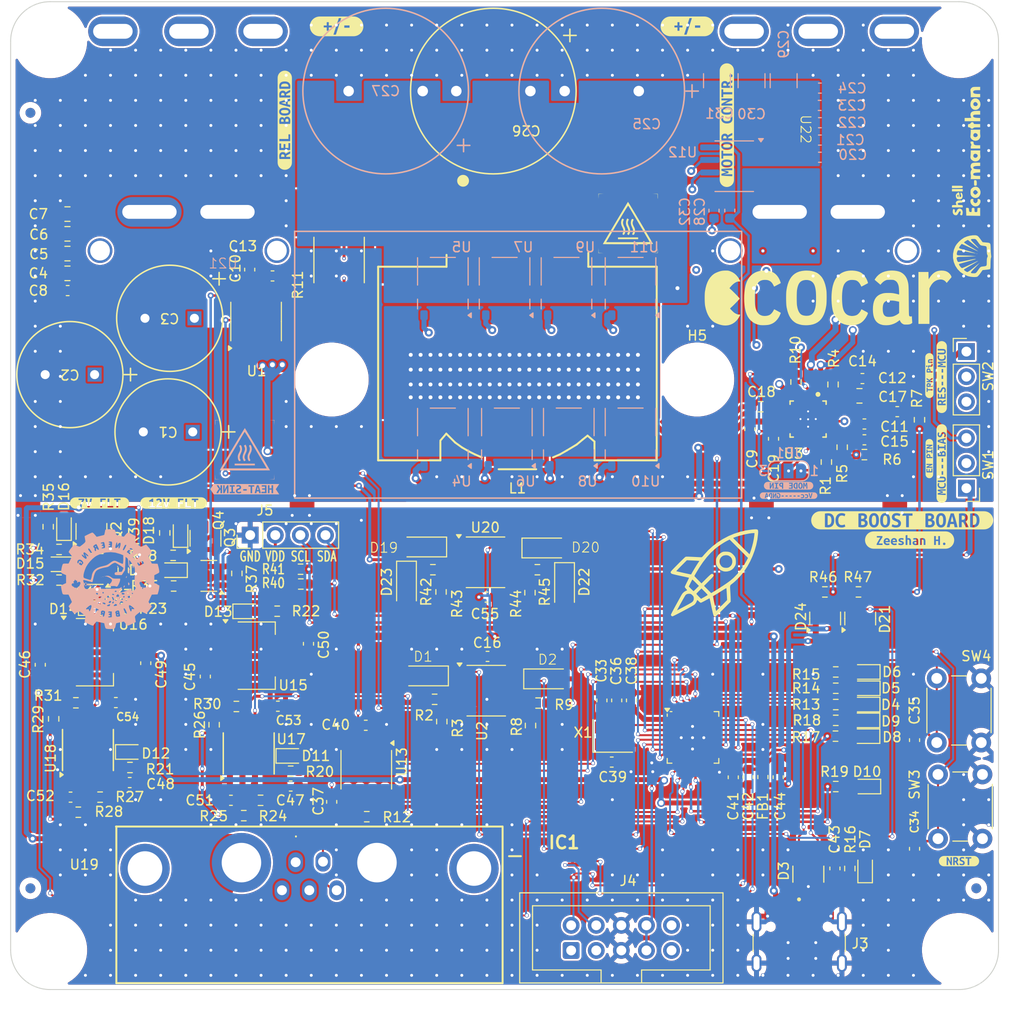
<source format=kicad_pcb>
(kicad_pcb (version 20241229) (generator "pcbnew") (generator_version "9.0")
  (layers (0 "F.Cu" signal) (4 "In1.Cu" signal) (6 "In2.Cu" signal) (2 "B.Cu" signal) (13 "F.Paste" user) (15 "B.Paste" user) (5 "F.SilkS" user "F.Silkscreen") (7 "B.SilkS" user "B.Silkscreen") (1 "F.Mask" user) (3 "B.Mask" user) (25 "Edge.Cuts" user))
  (net 0 "")
  (net 1 "+5V")
  (net 2 "GND")
  (net 3 "GNDA")
  (net 4 "Net-(U3-SS)")
  (net 5 "Net-(U3-COMP)")
  (net 6 "Net-(U3-VREF_RANGE)")
  (net 7 "Net-(U3-HB)")
  (net 8 "+3V3")
  (net 9 "UNPROTECTED_12V")
  (net 10 "UNPROTECTED_7V")
  (net 11 "+12V")
  (net 12 "+7V")
  (net 13 "Net-(D7-A)")
  (net 16 "/Boost-Circuit/IN_CURR")
  (net 17 "Net-(U3-RT)")
  (net 18 "/Boost-Circuit/OUT_CURR")
  (net 19 "Net-(U3-PGOOD)")
  (net 20 "/Boost-Circuit/VOLT_IN_2")
  (net 23 "/Low Side/NRST")
  (net 24 "/Boost-Circuit/INPUT_CURR")
  (net 25 "/Boost-Circuit/OUTPUT_CURR")
  (net 26 "+3V3A")
  (net 27 "/Low Side/USB_D+")
  (net 28 "/Boost-Circuit/TRK")
  (net 29 "/Low Side/USB_D-")
  (net 30 "/Low Side/ISO_VOLT_INPUT_TERMINAL")
  (net 31 "/Low Side/ISO_VOLT_OUTPUT_TERMINAL")
  (net 32 "/Low Side/VOLT_TUNE_D{slash}A")
  (net 33 "/Low Side/SWCLK")
  (net 38 "/Low Side/SWDIO")
  (net 39 "/Low Side/OLED_SDA")
  (net 40 "/Low Side/OLED_SCL")
  (net 41 "/Low Side/FLT_{7}")
  (net 42 "/Low Side/FLT_{12}")
  (net 43 "/Low Side/CAN_H")
  (net 44 "Net-(U2A-+)")
  (net 45 "Net-(U2B-+)")
  (net 46 "Net-(D16-K)")
  (net 47 "/Low Side/CAN_L")
  (net 48 "/Low Side/LED3")
  (net 49 "/Low Side/LED2")
  (net 50 "/Low Side/LED1")
  (net 51 "/Low Side/LED5")
  (net 52 "Net-(D3-Pad3)")
  (net 53 "Net-(D8-A)")
  (net 54 "Net-(D9-A)")
  (net 55 "Net-(D10-A)")
  (net 56 "Net-(D11-A)")
  (net 57 "Net-(D12-A)")
  (net 58 "Net-(D13-A)")
  (net 59 "Net-(D14-A)")
  (net 60 "/Low Side/LED4")
  (net 61 "/Low Side/CAN_LED")
  (net 62 "/Low Side/12V_ILM")
  (net 63 "Net-(U1-FILTER)")
  (net 64 "/Boost-Circuit/V_Load")
  (net 65 "/Boost-Circuit/CSN")
  (net 66 "Net-(D3-Pad1)")
  (net 67 "Net-(D4-A)")
  (net 68 "Net-(D5-A)")
  (net 69 "/Boost-Circuit/Vcc")
  (net 70 "Net-(D15-A)")
  (net 71 "/Low Side/7V_ILM")
  (net 72 "/Low Side/CAN_STBY")
  (net 73 "Net-(D6-A)")
  (net 74 "/Boost-Circuit/VOLT_IN_1")
  (net 75 "Net-(D16-A)")
  (net 76 "Net-(D17-K)")
  (net 77 "Net-(D17-A)")
  (net 78 "/Low Side/CAN_RX")
  (net 79 "/Low Side/CAN_TX")
  (net 80 "/Boost-Circuit/Enable_Pin")
  (net 81 "Net-(D15-K)")
  (net 82 "/Boost-Circuit/CSP")
  (net 83 "Net-(SW1-B)")
  (net 84 "Net-(SW2-A)")
  (net 85 "Net-(D18-K)")
  (net 86 "Net-(D18-A)")
  (net 87 "Net-(SW2-C)")
  (net 88 "/Low Side/CLK_OUT")
  (net 89 "Net-(SW2-B)")
  (net 90 "Net-(JP1-C)")
  (net 91 "/Enable Pin/Enable_Pin_MCU")
  (net 92 "/Boost-Circuit/Low_Fets")
  (net 93 "Net-(C14-Pad1)")
  (net 94 "Net-(U12-FILTER)")
  (net 95 "Net-(U14-PB8)")
  (net 96 "Net-(U17-dV{slash}dT)")
  (net 97 "Net-(U18-dV{slash}dT)")
  (net 98 "Net-(U20A-+)")
  (net 99 "Net-(U20B-+)")
  (net 100 "Net-(U17-EN{slash}UVLO)")
  (net 101 "Net-(U17-OVLO)")
  (net 102 "Net-(U18-EN{slash}UVLO)")
  (net 103 "Net-(U18-OVLO)")
  (net 104 "Net-(U10-G)")
  (net 105 "Net-(U11-G)")
  (footprint "Capacitor_SMD:C_0603_1608Metric" (layer "F.Cu") (at 150.94059 156.49 -90)
    (property "Reference" "C43")
    (property "Value" "100n")
  )
  (footprint "Capacitor_SMD:C_0603_1608Metric" (layer "F.Cu") (at 130.35 139.48 90)
    (property "Reference" "C38")
    (property "Value" "100n")
  )
  (footprint "Package_TO_SOT_SMD:SOT-223-3_TabPin2" (layer "F.Cu") (at 92.38125 134.95)
    (property "Reference" "U15")
    (property "Value" "AZ1117IH-5.0")
  )
  (footprint "LED_SMD:LED_0603_1608Metric" (layer "F.Cu") (at 154 141.5 180)
    (property "Reference" "D9")
    (property "Value" "Green")
  )
  (footprint "ecocad_lib_footprints:SOT-23-3_Adjusted" (layer "F.Cu") (at 75.6788 122.3717 90)
    (property "Reference" "Q2")
    (property "Value" "SI2302A-TPMSCT-ND")
  )
  (footprint "kibuzzard-6905B3C6" (layer "F.Cu") (at 95.25 80.75 90)
    (property "Reference" "kibuzzard-6905B3C6" (hide yes))
    (property "Value" "G***" (hide yes))
  )
  (footprint "Capacitor_SMD:C_0603_1608Metric" (layer "F.Cu") (at 142.15 147.2375 -90)
    (property "Reference" "C42")
    (property "Value" "1u")
  )
  (footprint "Resistor_SMD:R_0603_1608Metric" (layer "F.Cu") (at 71.3 121.9 -90)
    (property "Reference" "R35")
    (property "Value" "7.5k")
  )
  (footprint "kibuzzard-67B58E58" (layer "F.Cu") (at 84 119.5)
    (property "Reference" "kibuzzard-67B58E58" (hide yes))
    (property "Value" "G***" (hide yes))
  )
  (footprint "kibuzzard-6905B3A4" (layer "F.Cu") (at 157.75 121.25)
    (property "Reference" "kibuzzard-6905B3A4" (hide yes))
    (property "Value" "G***" (hide yes))
  )
  (footprint "Diode_SMD:D_SOD-123" (layer "F.Cu") (at 123.57 127.9 -90)
    (property "Reference" "D22")
    (property "Value" "MMSZ5266BT1G")
  )
  (footprint "LED_SMD:LED_0603_1608Metric" (layer "F.Cu") (at 154.025 136.6 180)
    (property "Reference" "D6")
    (property "Value" "Green")
  )
  (footprint "Resistor_SMD:R_0603_1608Metric" (layer "F.Cu") (at 96.875 127.7)
    (property "Reference" "R40")
    (property "Value" "4k7")
  )
  (footprint "Resistor_SMD:R_0603_1608Metric" (layer "F.Cu") (at 95.85 146.645 180)
    (property "Reference" "R20")
    (property "Value" "7.5k")
  )
  (footprint "Resistor_SMD:R_0603_1608Metric" (layer "F.Cu") (at 83.95 124.8 180)
    (property "Reference" "R38")
    (property "Value" "7.5k")
  )
  (footprint "LED_SMD:LED_0603_1608Metric" (layer "F.Cu") (at 154 143.1 180)
    (property "Reference" "D8")
    (property "Value" "Blue")
  )
  (footprint "Capacitor_SMD:C_0603_1608Metric" (layer "F.Cu") (at 159 143.5 90)
    (property "Reference" "C35")
    (property "Value" "100n")
  )
  (footprint "Capacitor_SMD:C_0603_1608Metric" (layer "F.Cu") (at 140.65 147.2625 -90)
    (property "Reference" "C41")
    (property "Value" "10n")
  )
  (footprint "Package_SO:TI_SO-PowerPAD-8" (layer "F.Cu") (at 91.6 144.8475 90)
    (property "Reference" "U17")
    (property "Value" "TPS259631")
  )
  (footprint "Resistor_SMD:R_0603_1608Metric" (layer "F.Cu") (at 149.925 128.5)
    (property "Reference" "R46")
    (property "Value" "10")
  )
  (footprint "Resistor_SMD:R_0603_1608Metric" (layer "F.Cu") (at 151.025 148.2)
    (property "Reference" "R19")
    (property "Value" "220R")
  )
  (footprint "ecocad_lib_footprints:SOT-23-3_Adjusted" (layer "F.Cu") (at 76.0598 126.1759 180)
    (property "Reference" "Q1")
    (property "Value" "SI2302A-TPMSCT-ND")
  )
  (footprint "Package_SO:TI_SO-PowerPAD-8" (layer "F.Cu") (at 75.325 144.5025 90)
    (property "Reference" "U18")
    (property "Value" "TPS259631")
  )
  (footprint "Resistor_SMD:R_0603_1608Metric" (layer "F.Cu") (at 91.1 151.145)
    (property "Reference" "R25")
    (property "Value" "1k")
  )
  (footprint "Resistor_SMD:R_0603_1608Metric" (layer "F.Cu") (at 96.85 126.2)
    (property "Reference" "R41")
    (property "Value" "4k7")
  )
  (footprint "Resistor_SMD:R_0603_1608Metric" (layer "F.Cu") (at 120.82 126.25 180)
    (property "Reference" "R45")
    (property "Value" "68k")
  )
  (footprint "Capacitor_SMD:C_0603_1608Metric" (layer "F.Cu") (at 153.725 106.900001)
    (property "Reference" "C14")
    (property "Value" "15n")
  )
  (footprint "LED_SMD:LED_0603_1608Metric" (layer "F.Cu") (at 95.85 145.1)
    (property "Reference" "D11")
    (property "Value" "BLUE")
  )
  (footprint "Capacitor_SMD:C_0603_1608Metric" (layer "F.Cu") (at 157.25 110.25 180)
    (property "Reference" "C17")
    (property "Value" "22u")
  )
  (footprint "Package_TO_SOT_SMD:SOT-23" (layer "F.Cu") (at 153.5 131.1875 90)
    (property "Reference" "D21")
    (property "Value" "BAT54S")
  )
  (footprint "Capacitor_SMD:C_0603_1608Metric" (layer "F.Cu") (at 128.85 139.48 90)
    (property "Reference" "C36")
    (property "Value" "100n")
  )
  (footprint "NetTie:NetTie-2_SMD_Pad0.5mm" (layer "F.Cu") (at 153.925 110.425)
    (property "Reference" "NT1" (hide yes))
    (property "Value" "NetTie_2" (hide yes))
  )
  (footprint "Capacitor_SMD:C_0603_1608Metric" (layer "F.Cu") (at 94.01 96.514 180)
    (property "Reference" "C13")
    (property "Value" "10n")
  )
  (footprint "Capacitor_SMD:C_0603_1608Metric" (layer "F.Cu") (at 115.775 135.025 180)
    (property "Reference" "C16")
    (property "Value" "0u1")
  )
  (footprint "LOGO" (layer "F.Cu") (at 164.5 87 90)
    (property "Reference" "G***" (hide yes))
    (property "Value" "LOGO" (hide yes))
  )
  (footprint "Package_SO:SOIC-8_3.9x4.9mm_P1.27mm" (layer "F.Cu") (at 103.5 146.5 -90)
    (property "Reference" "U13")
    (property "Value" "MCP2542FD")
  )
  (footprint "Resistor_SMD:R_0603_1608Metric" (layer "F.Cu") (at 120.895 139.75 180)
    (property "Reference" "R9")
    (property "Value" "100k")
  )
  (footprint "Capacitor_SMD:C_0603_1608Metric" (layer "F.Cu") (at 97.65 133.75 -90)
    (property "Reference" "C50")
    (property "Value" "22u")
  )
  (footprint "Capacitor_SMD:C_0603_1608Metric" (layer "F.Cu") (at 79.555 147.7975 180)
    (property "Reference" "C48")
    (property "Value" "1u")
  )
  (footprint "Resistor_SMD:R_0603_1608Metric" (layer "F.Cu") (at 83.1 122.525 -90)
    (property "Reference" "R39")
    (property "Value" "7.5k")
  )
  (footprint "LED_SMD:LED_0603_1608Metric" (layer "F.Cu") (at 154 156.45 90)
    (property "Reference" "D7")
    (property "Value" "Blue")
  )
  (footprint "ecocad_lib_footprints:D_SOD_123_M" (layer "F.Cu") (at 121.75 137.25)
    (property "Reference" "D2")
    (property "Value" "MMSZ5226B-7-F")
  )
  (footprint "Capacitor_SMD:C_0603_1608Metric" (layer "F.Cu") (at 103.45 142 180)
    (property "Reference" "C40")
    (property "Value" "100n")
  )
  (footprint "Resistor_SMD:R_0603_1608Metric" (layer "F.Cu") (at 79.58 146.2725)
    (property "Reference" "R21")
    (property "Value" "7.5k")
  )
  (footprint "Resistor_SMD:R_0603_1608Metric" (layer "F.Cu") (at 94.48125 130.45 180)
    (property "Reference" "R22")
    (property "Value" "7.5k")
  )
  (footprint "kibuzzard-6743FE8B" (layer "F.Cu") (at 140 81.25 90)
    (property "Reference" "kibuzzard-6743FE8B" (hide yes))
    (property "Value" "G***" (hide yes))
  )
  (footprint "Resistor_SMD:R_0603_1608Metric" (layer "F.Cu") (at 72.4 127.3)
    (property "Reference" "R32")
    (property "Value" "12k")
  )
  (footprint "Resistor_SMD:R_0603_1608Metric" (layer "F.Cu") (at 92.8 149.595)
    (property "Reference" "R24")
    (property "Value" "10k")
  )
  (footprint "Package_SO:SOIC-8_3.9x4.9mm_P1.27mm" (layer "F.Cu") (at 115.645 138.495)
    (property "Reference" "U2")
    (property "Value" "MCP6007")
  )
  (footprint "Resistor_SMD:R_0603_1608Metric" (layer "F.Cu") (at 74.35 150.8)
    (property "Reference" "R28")
    (property "Value" "1k")
  )
  (footprint "Resistor_SMD:R_0603_1608Metric" (layer "F.Cu") (at 103.55 151.25 180)
    (property "Reference" "R12")
    (property "Value" "R")
  )
  (footprint "Capacitor_SMD:C_0603_1608Metric" (layer "F.Cu") (at 144.725 113 -90)
    (property "Reference" "C19")
    (property "Value" "4u7")
  )
  (footprint "MountingHole:MountingHole_3.5mm" (layer "F.Cu") (at 163.5 164.75)
    (property "Reference" "H4" (hide yes))
    (property "Value" "MountingHole" (hide yes))
  )
  (footprint "Resistor_SMD:R_0603_1608Metric" (layer "F.Cu") (at 74.105 139.7225)
    (property "Reference" "R31")
    (property "Value" "1k2")
  )
  (footprint "Resistor_SMD:R_0603_1608Metric" (layer "F.Cu") (at 88.1 141.945 -90)
    (property "Reference" "R26")
    (property "Value" "1k")
  )
  (footprint "LED_SMD:LED_0603_1608Metric" (layer "F.Cu") (at 75.85 130.1375)
    (property "Reference" "D14")
    (property "Value" "Blue")
  )
  (footprint "Resistor_SMD:R_0603_1608Metric" (layer "F.Cu") (at 150.075 115.350001 -90)
    (property "Reference" "R1")
    (property "Value" "50k")
  )
  (footprint "Fiducial:Fiducial_1mm_Mask2mm" (layer "F.Cu") (at 165.25 158.5)
    (property "Reference" "FID2" (hide yes))
    (property "Value" "Fiducial")
  )
  (footprint "Resistor_SMD:R_0603_1608Metric" (layer "F.Cu") (at 152.45 156.5 90)
    (property "Reference" "R16")
    (property "Value" "7.5k")
  )
  (footprint "Capacitor_SMD:C_0603_1608Metric" (layer "F.Cu") (at 145.2 147.25 90)
    (property "Reference" "C44")
    (property "Value" "1u")
  )
  (footprint "LED_SMD:LED_0603_1608Metric" (layer "F.Cu") (at 83.9 126.3 180)
    (property "Reference" "D17")
    (property "Value" "Red")
  )
  (footprint "ecocad_lib_footprints:3u3_induc" (layer "F.Cu") (at 118.8 105.38 180)
    (property "Reference" "L1")
    (property "Value" "1.461u")
  )
  (footprint "Capacitor_SMD:C_0603_1608Metric" (layer "F.Cu") (at 73.565 149.2725)
    (property "Reference" "C52")
    (property "Value" "2n2")
  )
  (footprint "Resistor_SMD:R_0603_1608Metric" (layer "F.Cu") (at 111.145 141.62 -90)
    (property "Reference" "R3")
    (property "Value" "200k")
  )
  (footprint "Connector_PinHeader_2.54mm:PinHeader_1x03_P2.54mm_Vertical" (layer "F.Cu") (at 164.25 104.17)
    (property "Reference" "SW2")
    (property "Value" "SW_SPDT")
  )
  (footprint "Connector_USB:USB_C_Receptacle_GCT_USB4105-xx-A_16P_TopMnt_Horizontal" (layer "F.Cu") (at 147.325 165)
    (property "Reference" "J3")
    (property "Value" "USB_C_Receptacle_USB2.0_14P")
  )
  (footprint "LED_SMD:LED_0603_1608Metric" (layer "F.Cu") (at 154.0875 148.2 180)
    (property "Reference" "D10")
    (property "Value" "Red")
  )
  (footprint "Resistor_SMD:R_0603_1608Metric" (layer "F.Cu") (at 153.325 128.5)
    (property "Reference" "R47")
    (property "Value" "10")
  )
  (footprint "Capacitor_SMD:C_0603_1608Metric" (layer "F.Cu") (at 73.2712 97.9954 180)
    (property "Reference" "C8")
    (property "Value" "1u")
  )
  (footprint "LED_SMD:LED_0603_1608Metric" (layer "F.Cu") (at 84.7 122.5 90)
    (property "Reference" "D18")
    (property "Value" "Green")
  )
  (footprint "Button_Switch_THT:SW_PUSH_6mm_H5mm" (layer "F.Cu") (at 161.25 143.75 90)
    (property "Reference" "SW4")
    (property "Value" "O/P Voltage Adjust")
  )
  (footprint "Resistor_SMD:R_0603_1608Metric" (layer "F.Cu") (at 90.35 140.095)
    (property "Reference" "R30")
    (property "Value" "1k2")
  )
  (footprint "Capacitor_SMD:C_0603_1608Metric" (layer "F.Cu") (at 159 154.5 90)
    (property "Reference" "C34")
    (property "Value" "100n")
  )
  (footprint "Package_TO_SOT_SMD:SOT-23" (layer "F.Cu") (at 149.95 131.1875 90)
    (property "Reference" "D24")
    (property "Value" "BAT54S")
  )
  (footprint "Resistor_SMD:R_0603_1608Metric" (layer "F.Cu") (at 143.425 109.75)
    (property "Reference" "C18")
    (property "Value" "100n")
  )
  (footprint "Inductor_SMD:L_0603_1608Metric" (layer "F.Cu") (at 143.65 147.2375 -90)
    (property "Reference" "FB1")
    (property "Value" "300R")
  )
  (footprint "Capacitor_SMD:C_0805_2012Metric" (layer "F.Cu") (at 153.425 108.650001)
    (property "Reference" "C12")
    (property "Value" "100p")
  )
  (footprint "Capacitor_SMD:C_0603_1608Metric" (layer "F.Cu") (at 115.67 129.025)
    (property "Reference" "C55")
    (property "Value" "0u1")
  )
  (footprint "kibuzzard-69068C38" (layer "F.Cu") (at 161.75 115.5 90)
    (property "Reference" "kibuzzard-69068C38" (hide yes))
    (property "Value" "G***" (hide yes))
  )
  (footprint "Resistor_SMD:R_0603_1608Metric" (layer "F.Cu") (at 110.42 139.37 180)
    (property "Reference" "R2")
    (property "Value" "100k")
  )
  (footprint "Capacitor_SMD:C_0603_1608Metric" (layer "F.Cu") (at 78.15 139.7 180)
    (property "Reference" "C54")
    (property "Value" "1u")
  )
  (footprint "Resistor_SMD:R_0603_1608Metric" (layer "F.Cu") (at 151.025 141.5)
    (property "Reference" "R18")
    (property "Value" "220R")
  )
  (footprint "kibuzzard-67392652" (layer "F.Cu") (at 100.5 71.25)
    (property "Reference" "kibuzzard-67392652" (hide yes))
    (property "Value" "G***" (hide yes))
  )
  (footprint "ecocad_lib_footprints:SOT65P210X110-5N" (layer "F.Cu") (at 123.55 156.75)
    (property "Reference" "IC1")
    (property "Value" "ESDALC6V1W5" (hide yes))
  )
  (footprint "Resistor_SMD:R_0603_1608Metric" (layer "F.Cu") (at 90.4 126.625 90)
    (property "Reference" "R37")
    (property "Value" "30k")
  )
  (footprint "ecocad_lib_footprints:SOT-23-3_Adjusted" (layer "F.Cu") (at 87.2216 123.0703 90)
    (property "Reference" "Q4")
    (property "Value" "SI2302A-TPMSCT-ND")
  )
  (footprint "ecocad_lib_footprints:1u5_res_" (layer "F.Cu") (at 100.75 94.9 90)
    (property "Reference" "R11")
    (property "Value" "722u")
  )
  (footprint "Resistor_SMD:R_0603_1608Metric" (layer "F.Cu") (at 111.07 128.5 -90)
    (property "Reference" "R43")
    (property "Value" "3k")
  )
  (footprint "ecocad_lib_footprints:DB7W2-Male" (layer "F.Cu") (at 97.723 157.456)
    (property "Reference" "U19")
    (property "Value" "~" (hide yes))
  )
  (footprint "ecocad_lib_footprints:CAP_PAN_10X20_PAN" (layer "F.Cu") (at 85.93515 112.3 180)
    (property "Reference" "C1")
    (property "Value" "470u")
  )
  (footprint "Capacitor_SMD:C_0603_1608Metric" (layer "F.Cu") (at 87.20625 137.0625 -90)
    (property "Reference" "C45")
    (property "Value" "10u")
  )
  (footprint "Resistor_SMD:R_0603_1608Metric" (layer "F.Cu") (at 120.125 142.025 -90)
    (property "Reference" "R8")
    (property "Value" "200k")
  )
  (footprint "Resistor_SMD:R_0603_1608Metric" (layer "F.Cu") (at 151 143.1)
    (property "Reference" "R17")
    (property "Value" "220R")
  )
  (footprint "Resistor_SMD:R_0603_1608Metric" (layer "F.Cu") (at 151.675 113.850001 -90)
    (property "Reference" "R5")
    (property "Value" "6k98")
  )
  (footprint "ecocad_lib_footprints:Display_128x64_096_I2C" (layer "F.Cu") (at 95.56 122.75)
    (property "Reference" "J5")
    (property "Value" "OLED")
  )
  (footprint "Resistor_SMD:R_0603_1608Metric" (layer "F.Cu") (at 72.4 124.2 180)
    (property "Reference" "R34")
    (property "Value" "7.5k")
  )
  (footprint "Diode_SMD:D_SOD-123" (layer "F.Cu") (at 107.57 127.75 -90)
    (property "Reference" "D23")
    (property "Value" "MMSZ5257BT1G")
  )
  (footprint "LOGO" (layer "F.Cu") (at 138.75 126.5)
    (property "Reference" "G***" (hide yes))
    (property "Value" "LOGO" (hide yes))
  )
  (footprint "kibuzzard-69068C4B" (layer "F.Cu") (at 161.75 106.75 90)
    (property "Reference" "kibuzzard-69068C4B" (hide yes))
    (property "Value" "G***" (hide yes))
  )
  (footprint "Capacitor_SMD:C_0603_1608Metric" (layer "F.Cu") (at 153.924999 113.100001)
    (property "Reference" "C15")
    (property "Value" "470p")
  )
  (footprint "ecocad_lib_footprints:CAP_PAN_10X20_PAN" (layer "F.Cu") (at 76 106.5 180)
    (property "Reference" "C2")
    (property "Value" "470u")
  )
  (footprint "Capacitor_SMD:C_0603_1608Metric" (layer "F.Cu") (at 142.325 112.025 -90)
    (property "Reference" "C9")
    (property "Value" "1u")
  )
  (footprint "Resistor_SMD:R_0603_1608Metric" (layer "F.Cu") (at 76.555 149.2725)
    (property "Reference" "R27")
    (property "Value" "8k")
  )
  (footprint "Resistor_SMD:R_0603_1608Metric" (layer "F.Cu") (at 78.9 126.3 90)
    (property "Reference" "R33")
    (property "Value" "30k")
  )
  (footprint "Connector_PinHeader_2.54mm:PinHeader_1x03_P2.54mm_Vertical" (layer "F.Cu") (at 164.25 118 180)
    (property "Reference" "SW1")
    (property "Value" "SW_SPDT")
  )
  (footprint "ecocad_lib_footprints:SOT95P280X145-6N" (layer "F.Cu") (at 148.25 157.07 90)
    (property "Reference" "D3")
    (property "Value" "USBLC6-2SC6")
  )
  (footprint "Capacitor_SMD:C_0603_1608Metric" (layer "F.Cu") (at 153.924999 111.5)
    (property "Reference" "C11")
    (property "Value" "330n")
  )
  (footprint "Package_SO:SOIC-8_3.9x4.9mm_P1.27mm" (layer "F.Cu") (at 115.57 125.5)
    (property "Reference" "U20")
    (property "Value" "MCP6007")
  )
  (footprint "Button_Switch_THT:SW_PUSH_6mm_H5mm" (layer "F.Cu") (at 165.875 146.975 -90)
    (property "Reference" "SW3")
    (property "Value" "RESET")
  )
  (footprint "Resistor_SMD:R_0603_1608Metric" (layer "F.Cu") (at 151.025 139.9)
    (property "Reference" "R13")
    (property "Value" "220R")
  )
  (footprint "kibuzzard-67BA3C10" (layer "F.Cu") (at 163.5 155.75)
    (property "Reference" "kibuzzard-67BA3C10" (hide yes))
    (property "Value" "G***" (hide yes))
  )
  (footprint "Crystal:Crystal_SMD_3225-4Pin_3.2x2.5mm" (layer "F.Cu") (at 128.45 143.07375)
    (property "Reference" "X1")
    (property "Value" "OXETDLJANF-8MHZ")
  )
  (footprint "Capacitor_SMD:C_0805_2012Metric" (layer "F.Cu") (at 73.25 92.25 180)
    (property "Reference" "C6")
    (property "Value" "22u")
  )
  (footprint "Resistor_SMD:R_0603_1608Metric" (layer "F.Cu") (at 110.245 126.25 180)
    (property "Reference" "R42")
    (property "Value" "27k")
  )
  (footprint "LED_SMD:LED_0603_1608Metric" (layer "F.Cu") (at 154.025 138.25 180)
    (property "Reference" "D5")
    (property "Value" "Red")
  )
  (footprint "Capacitor_SMD:C_0603_1608Metric" (layer "F.Cu") (at 100 149.75 90)
    (property "Reference" "C37")
    (property "Value" "100n")
  )
  (footprint "Capacitor_SMD:C_0603_1608Metric" (layer "F.Cu") (at 127.35 139.48 90)
    (property "Reference" "C33")
    (property "Value" "4u7")
  )
  (footprint "ecocad_lib_footprints:PowerPole15-45BoardEdge2x1" (layer "F.Cu") (at 145.35 97.95)
    (property "Reference" "U22")
    (property "Value" "~")
  )
  (footprint "Resistor_SMD:R_0603_1608Metric" (layer "F.Cu") (at 84 127.9)
    (property "Reference" "R36")
    (property "Value" "12k")
  )
  (footprint "Package_TO_SOT_SMD:SOT-223-3_TabPin2" (layer "F.Cu") (at 76 134.6)
    (property "Reference" "U16")
    (property "Value" "AZ1117IH-3.3")
  )
  (footprint "ecocad_lib_footprints:RGR0020C-MFG" (layer "F.Cu") (at 148.225 111 -90)
    (property "Reference" "U3")
    (property "Value" "LM51231QRGRRQ1")
  )
  (footprint "ecocad_lib_footprints:D_SOD_123_M" (layer "F.Cu") (at 109.5 137.05 180)
    (property "Reference" "D1")
    (property "Value" "MMSZ5226B-7-F")
  )
  (footprint "ecocad_lib_footprints:SOT-23-3_Adjusted" (layer "F.Cu") (at 87.5615 126.8748 180)
    (property "Reference" "Q3")
    (property "Value" "SI2302A-TPMSCT-ND")
  )
  (footprint "Resistor_SMD:R_0603_1608Metric" (layer "F.Cu") (at 159.5 111.075 -90)
    (property "Reference" "R7")
    (property "Value" "25k")
  )
  (footprint "Capacitor_SMD:C_0603_1608Metric" (layer "F.Cu") (at 128.35 145.72375)
    (property "Reference" "C39")
    (property "Value" "100n")
  )
  (footprint "ecocad_lib_footprints:CAP_PAN_10X20_PAN" (layer "F.Cu") (at 86.1038 100.8 180)
    (property "Reference" "C3")
    (property "Value" "470u")
  )
  (footprint "Capacitor_SMD:C_0603_1608Metric" (layer "F.Cu") (at 94.55 140.07 180)
    (property "Reference" "C53")
    (property "Value" "1u")
  )
  (footprint "kibuzzard-67B58E6E" (layer "F.Cu") (at 76.5 119.5)
    (property "Reference" "kibuzzard-67B58E6E" (hide yes))
    (property "Value" "G***" (hide yes))
  )
  (footprint "MountingHole:MountingHole_3.5mm" (layer "F.Cu") (at 137 107)
    (property "Reference" "H5")
    (property "Value" "MountingHole")
  )
  (footprint "Fiducial:Fiducial_1mm_Mask2mm" (layer "F.Cu") (at 69.5 158.5)
    (property "Reference" "FID1" (hide yes))
    (property "Value" "Fiducial")
  )
  (footprint "MountingHole:MountingHole_3.5mm" (layer "F.Cu") (at 71.5 164.75)
    (property "Reference" "H3" (hide yes))
    (property "Value" "MountingHole" (hide yes))
  )
  (footprint "Capacitor_SMD:C_0603_1608Metric" (layer "F.Cu") (at 89.8 149.595)
    (property "Reference" "C51")
    (property "Value" "2n2")
  )
  (footprint "Resistor_SMD:R_0603_1608Metric" (layer "F.Cu") (at 153.924999 114.600001)
    (property "Reference" "R6")
    (property "Value" "28k")
  )
  (footprint "RB_FTP:ecocar_logo" (layer "F.Cu") (at 150.25 98.75)
    (property "Reference" "G***" (hide yes))
    (property "Value" "LOGO" (hide yes))
  )
  (footprint "ecocad_lib_footprints:D_SOD_123_M" (layer "F.Cu") (at 121.57 124)
    (property "Reference" "D20")
    (property "Value" "MMSZ5226B-7-F")
  )
  (footprint "Capacitor_SMD:C_0603_1608Metric" (layer "F.Cu") (at 91.7 95.875 90)
    (property "Reference" "C10")
    (property "Value" "100n")
  )
  (footprint "Capacitor_SMD:C_0805_2012Metric" (layer "F.Cu") (at 73.25 96.25 180)
    (property "Reference" "C4")
    (property "Value" "22u")
  )
  (footprint "LOGO" (layer "F.Cu") (at 130 91.2)
    (property "Reference" "G***" (hide yes))
    (property "Value" "LOGO" (hide yes))
  )
  (footprint "Resistor_SMD:R_0603_1608Metric" (layer "F.Cu") (at 120.07 128.575 -90)
    (property "Reference" "R44")
    (property "Value" "3k6")
  )
  (footprint "Capacitor_SMD:C_0805_2012Metric" (layer "F.Cu") (at 73.25 94.25 180)
    (property "Reference" "C5")
    (property "Value" "22u")
  )
  (footprint "Resistor_SMD:R_0603_1608Metric" (layer "F.Cu") (at 147 107.250001 90)
    (property "Reference" "R10")
    (property "Value" "100k")
  )
  (footprint "Capacitor_SMD:C_0603_1608Metric" (layer "F.Cu") (at 81.175 135.7125 -90)
    (property "Reference" "C49")
    (property "Value" "22u")
  )
  (footprint "Resistor_SMD:R_0603_1608Metric" (layer "F.Cu") (at 151.025 138.25)
    (property "Reference" "R14")
    (property "Value" "220R")
  )
  (footprint "Fiducial:Fiducial_1mm_Mask2mm" (layer "F.Cu") (at 69.5 80)
    (property "Reference" "FID3" (hide yes))
    (property "Value" "Fiducial")
  )
  (footprint "ecocad_lib_footprints:D_SOD_123_M" (layer "F.Cu") (at 109.32 124 180)
    (property "Reference" "D19")
    (property "Value" "MMSZ5226B-7-F")
  )
  (footprint "LED_SMD:LED_0603_1608Metric" (layer "F.Cu") (at 72.9 121.8 90)
    (property "Reference" "D16")
    (property "Value" "Green")
  )
  (footprint "LED_SMD:LED_0603_1608Metric" (layer "F.Cu") (at 79.6 144.7)
    (property "Reference" "D12")
    (property "Value" "BLUE")
  )
  (footprint "Resistor_SMD:R_0603_1608Metric" (layer "F.Cu") (at 151.025 136.6)
    (property "Reference" "R15")
    (property "Value" "220R")
  )
  (footprint "MountingHole:MountingHole_3.5mm" (layer "F.Cu") (at 71.5 72.75)
    (property "Reference" "H1" (hide yes))
    (property "Value" "MountingHole" (hide yes))
  )
  (footprint "MountingHole:MountingHole_3.5mm" (layer "F.Cu") (at 100 107)
    (property "Reference" "H6" (hide yes))
    (property "Value" "MountingHole")
  )
  (footprint "LED_SMD:LED_0603_1608Metric" (layer "F.Cu") (at 91.48125 130.4625)
    (property "Reference" "D13")
    (property "Value" "Blue")
  )
  (footprint "ecocad_lib_footprints:CAP_YX_16X31P5_RUB" (layer "F.Cu") (at 120.11225 77.8 180)
    (property "Reference" "C26")
    (property "Value" "470u")
  )
  (footprint "ecocad_lib_footprints:IDC-STM32-Prog-Header_2x05_P2.54mm_Vertical" (layer "F.Cu") (at 124.24 164.79 90)
    (property "Reference" "J4")
    (property "Value" "STM32-Prog-Header")
  )
  (footprint "Resistor_SMD:R_0603_1608Metric" (layer "F.Cu") (at 71.855 141.3475 -90)
    (property "Reference" "R29")
    (property "Value" "1k2")
  )
  (footprint "Resistor_SMD:R_0603_1608Metric" (layer "F.Cu") (at 78.9 130.1875 180)
    (property "Reference" "R23")
    (property "Value" "7.5k")
  )
  (footprint "LED_SMD:LED_0603_1608Metric" (layer "F.Cu") (at 154.0125 139.9 180)
    (property "Reference" "D4")
    (property "Value" "Orange")
  )
  (footprint "kibuzzard-6906855D" (layer "F.Cu") (at 158.5 123.25)
    (property "Reference" "kibuzzard-6906855D" (hide yes))
    (property "Value" "G***" (hide yes))
  )
  (footprint "kibuzzard-67392652" (layer "F.Cu") (at 136 71.25)
    (property "Reference" "kibuzzard-67392652" (hide yes))
    (property "Value" "G***" (hide yes))
  )
  (footprint "Resistor_SMD:R_0603_1608Metric_Pad0.98x0.95mm_HandSolder" (layer "F.Cu") (at 150.75 107.5 90)
    (property "Reference" "R4")
    (property "Value" "13k")
  )
  (footprint "Capacitor_SMD:C_0603_1608Metric" (layer "F.Cu") (at 95.85 148.15 180)
    (property "Reference" "C47")
    (property "Value" "1u")
  )
  (footprint "Capacitor_SMD:C_0603_1608Metric" (layer "F.Cu") (at 70.5 135.875 -90)
    (property "Reference" "C46")
    (property "Value" "10u")
  )
  (footprint "MountingHole:MountingHole_3.5mm" (layer "F.Cu") (at 163.5 72.75)
    (property "Reference" "H2" (hide yes))
    (property "Value" "MountingHole" (hide yes))
  )
  (footprint "Capacitor_SMD:C_0805_2012Metric" (layer "F.Cu") (at 73.25 90.25 180)
    (property "Reference" "C7")
    (property "Value" "22u")
  )
  (footprint "kibuzzard-67B8F697" (layer "F.Cu") (at 160.5 115 90)
    (property "Reference" "kibuzzard-67B8F697" (hide yes))
    (property "Value" "G***" (hide yes))
  )
  (footprint "Package_DFN_QFN:QFN-32-1EP_5x5mm_P0.5mm_EP3.45x3.45mm" (layer "F.Cu") (at 136.575 143.225)
    (property "Reference" "U14" (hide yes))
    (property "Value" "STM32G491KEUx")
  )
  (footprint "Package_SO:SOIC-8_3.9x4.9mm_P1.27mm" (layer "F.Cu") (at 92.345 101.125 90)
    (property "Reference" "U1")
    (property "Value" "ACS713xLCTR-30A")
  )
  (footprint "kibuzzard-67B540FD" (layer "F.Cu") (at 160.5 106.6 90)
    (property "Reference" "kibuzzard-67B540FD" (hide yes))
    (property "Value" "G***" (hide yes))
  )
  (footprint "LED_SMD:LED_0603_1608Metric" (layer "F.Cu") (at 72.4 125.7 180)
    (property "Reference" "D15")
    (property "Value" "Red")
  )
  (footprint "LOGO" (layer "B.Cu") (at 77.6 127.2 180)
    (property "Reference" "G***" (hide yes))
    (property "Value" "LOGO" (hide yes))
  )
  (footprint "Capacitor_SMD:C_0603_1608Metric" (layer "B.Cu") (at 149.418 77.5)
    (property "Reference" "C24")
    (property "Value" "100n")
  )
  (footprint "ecocad_lib_footprints:PowerMosDFNHybrid" (layer "B.Cu") (at 124.493177 113.424577 90)
    (property "Reference" "U8")
    (property "Value" "NTMFS4D0N08XT1G" (hide yes))
  )
  (footprint "Fiducial:Fiducial_1mm_Mask2mm" (layer "B.Cu") (at 69.5 158.5)
    (property "Reference" "FID6" (hide yes))
    (property "Value" "Fiducial")
  )
  (footprint "Capacitor_SMD:C_0603_1608Metric" (layer "B.Cu") (at 140.3 89.895 90)
    (property "Reference" "C28")
    (property "Value" "100n")
  )
  (footprint "Jumper:SolderJumper-3_P1.3mm_Open_RoundedPad1.0x1.5mm_NumberLabels" (layer "B.Cu") (at 146.25 116.25 180)
    (property "Reference" "JP1")
    (property "Value" "SolderJumper_3_Open")
  )
  (footprint "ecocad_lib_footprints:PowerPole15-45BoardEdge2x1" (layer "B.Cu") (at 89.45 97.95 180)
    (property "Reference" "U21")
    (property "Value" "~")
  )
  (footprint "ecocad_lib_footprints:PowerMosDFNHybrid" (layer "B.Cu") (at 118.225462 113.429577 90)
    (property "Reference" "U6")
    (property "Value" "NTMFS4D0N08XT1G" (hide yes))
  )
  (footprint "kibuzzard-67B37C45" (layer "B.Cu") (at 91.2 118.1 180)
    (property "Reference" "kibuzzard-67B37C45" (hide yes))
    (property "Value" "G***" (hide yes))
  )
  (footprint "ecocad_lib_footprints:PowerMosDFNHybrid" (layer "B.Cu") (at 130.743177 98.174577 90)
    (property "Reference" "U11")
    (property "Value" "NTMFS4D0N08XT1G" (hide yes))
  )
  (footprint "Capacitor_SMD:C_1210_3225Metric" (layer "B.Cu") (at 142.5 76.75 90)
    (property "Reference" "C30")
    (property "Value" "10u")
  )
  (footprint "kibuzzard-67BA362A" (layer "B.Cu") (at 146.25 118.75 180)
    (property "Reference" "kibuzzard-67BA362A" (hide yes))
    (property "Value" "G***" (hide yes))
  )
  (footprint "Capacitor_SMD:C_0603_1608Metric" (layer "B.Cu") (at 149.418 81)
    (property "Reference" "C22")
    (property "Value" "100n")
  )
  (footprint "Fiducial:Fiducial_1mm_Mask2mm" (layer "B.Cu") (at 69.5 80)
    (property "Reference" "FID5" (hide yes))
    (property "Value" "Fiducial")
  )
  (footprint "ecocad_lib_footprints:PowerMosDFNHybrid" (layer "B.Cu") (at 111.743177 98.174577 90)
    (property "Reference" "U5")
    (property "Value" "NTMFS4D0N08XT1G" (hide yes))
  )
  (footprint "ecocad_lib_footprints:PowerMosDFNHybrid" (layer "B.Cu") (at 111.743177 113.429577 90)
    (property "Reference" "U4")
    (property "Value" "NTMFS4D0N08XT1G" (hide yes))
  )
  (footprint "Capacitor_SMD:C_0603_1608Metric" (layer "B.Cu") (at 149.418 84.5)
    (property "Reference" "C20")
    (property "Value" "100n")
  )
  (footprint "ecocad_lib_footprints:CAP_YX_16X31P5_RUB" (layer "B.Cu") (at 109.21275 77.8 180)
    (property "Reference" "C27")
    (property "Value" "470u")
  )
  (footprint "ecocad_lib_footprints:PowerMosDFNHybrid" (layer "B.Cu") (at 117.993177 98.174577 90)
    (property "Reference" "U7")
    (property "Value" "NTMFS4D0N08XT1G" (hide yes))
  )
  (footprint "ecocad_lib_footprints:PowerMosDFNHybrid" (layer "B.Cu") (at 130.743177 113.424577 90)
    (property "Reference" "U10")
    (property "Value" "NTMFS4D0N08XT1G" (hide yes))
  )
  (footprint "LOGO" (layer "B.Cu") (at 91.2 114.1 180)
    (property "Reference" "G***" (hide yes))
    (property "Value" "LOGO" (hide yes))
  )
  (footprint "Capacitor_SMD:C_1210_3225Metric" (layer "B.Cu") (at 145.75 76.75 90)
    (property "Reference" "C29")
    (property "Value" "10u")
  )
  (footprint "kibuzzard-67BA360B" (layer "B.Cu") (at 146.25 117.75 180)
    (property "Reference" "kibuzzard-67BA360B" (hide yes))
    (property "Value" "G***" (hide yes))
  )
  (footprint "Capacitor_SMD:C_0603_1608Metric" (layer "B.Cu") (at 149.393 79.25)
    (property "Reference" "C23")
    (property "Value" "100n")
  )
  (footprint "Capacitor_SMD:C_0603_1608Metric" (layer "B.Cu") (at 149.418 82.76)
    (property "Reference" "C21")
    (property "Value" "100n")
  )
  (footprint "Capacitor_SMD:C_0603_1608Metric" (layer "B.Cu") (at 138.7 89.9 -90)
    (property "Reference" "C32")
    (property "Value" "10n")
  )
  (footprint "Package_SO:SOIC-8_3.9x4.9mm_P1.27mm" (layer "B.Cu") (at 140.75 85.405 180)
    (property "Reference" "U12")
    (property "Value" "ACS713xLCTR-30A")
  )
  (footprint "ecocad_lib_footprints:CAP_YX_16X31P5_RUB" (layer "B.Cu") (at 131.08325 77.8 180)
    (property "Reference" "C25")
    (property "Value" "470u")
  )
  (footprint "Fiducial:Fiducial_1mm_Mask2mm" (layer "B.Cu") (at 165.25 158.5)
    (property "Reference" "FID4" (hide yes))
    (property "Value" "Fiducial")
  )
  (footprint "Capacitor_SMD:C_1210_3225Metric" (layer "B.Cu") (at 139 76.75 90)
    (property "Reference" "C31")
    (property "Value" "10u")
  )
  (footprint "ecocad_lib_footprints:PowerMosDFNHybrid" (layer "B.Cu") (at 124.260892 98.174577 90)
    (property "Reference" "U9")
    (property "Value" "NTMFS4D0N08XT1G" (hide yes))
  )
  (gr_rect (start 96.25 92) (end 141.5 119) (stroke (width 0.15)) (fill no) (layer "B.SilkS"))
  (gr_arc (start 163.5 68.75) (mid 166.328427 69.921573) (end 167.5 72.75) (stroke (width 0.1)) (layer "Edge.Cuts"))
  (gr_line (start 167.5 72.75) (end 167.5 164.75) (stroke (width 0.1)) (layer "Edge.Cuts"))
  (gr_line (start 67.5 164.75) (end 67.5 72.75) (stroke (width 0.1)) (layer "Edge.Cuts"))
  (gr_line (start 71.5 68.75) (end 163.5 68.75) (stroke (width 0.1)) (layer "Edge.Cuts"))
  (gr_arc (start 67.5 72.75) (mid 68.671573 69.921573) (end 71.5 68.75) (stroke (width 0.1)) (layer "Edge.Cuts"))
  (gr_arc (start 167.5 164.75) (mid 166.328427 167.578427) (end 163.5 168.75) (stroke (width 0.1)) (layer "Edge.Cuts"))
  (gr_line (start 163.5 168.75) (end 71.5 168.75) (stroke (width 0.1)) (layer "Edge.Cuts"))
  (gr_arc (start 71.5 168.75) (mid 68.671573 167.578427) (end 67.5 164.75) (stroke (width 0.1)) (layer "Edge.Cuts"))
  (segment (start 144.925 158.925) (end 144.75 158.75) (width 0.5) (layer "F.Cu") (net 1))
  (segment (start 148 157.25) (end 148.25 157) (width 0.2) (layer "F.Cu") (net 1))
  (segment (start 95.53125 134.95) (end 95.53125 133.43875) (width 0.5) (layer "F.Cu") (net 1))
  (segment (start 95.95 134.53125) (end 95.53125 134.95) (width 0.75) (layer "F.Cu") (net 1))
  (segment (start 97.79 133) (end 102.6 133) (width 0.75) (layer "F.Cu") (net 1))
  (segment (start 117.115 136.59) (end 116.55 136.025) (width 0.25) (layer "F.Cu") (net 1))
  (segment (start 150.94059 157.265) (end 150.55 157.265) (width 0.2) (layer "F.Cu") (net 1))
  (segment (start 116.55 135.025) (end 116.55 133.4) (width 0.25) (layer "F.Cu") (net 1))
  (segment (start 150.55 157.265) (end 150.025 157.79) (width 0.2) (layer "F.Cu") (net 1))
  (segment (start 124.5 133) (end 131.25 133) (width 0.75) (layer "F.Cu") (net 1))
  (segment (start 116.55 136.025) (end 116.55 135.025) (width 0.25) (layer "F.Cu") (net 1))
  (segment (start 116.55 135.025) (end 116.75 135.225) (width 0.25) (layer "F.Cu") (net 1))
  (segment (start 152.39 157.265) (end 152.45 157.325) (width 0.2) (layer "F.Cu") (net 1))
  (segment (start 102.675 142) (end 102.675 140.775) (width 0.2) (layer "F.Cu") (net 1))
  (segment (start 118.12 136.59) (end 117.115 136.59) (width 0.25) (layer "F.Cu") (net 1))
  (segment (start 90.062 98.5) (end 90.26 98.302) (width 0.25) (layer "F.Cu") (net 1))
  (segment (start 142.5 131.5) (end 142.5 132.5) (width 0.25) (layer "F.Cu") (net 1))
  (segment (start 150.025 157.79) (end 149.3 157.065) (width 0.2) (layer "F.Cu") (net 1))
  (segment (start 95.30625 129.35625) (end 95.30625 130.45) (width 0.3) (layer "F.Cu") (net 1))
  (segment (start 102.865 142.19) (end 102.675 142) (width 0.2) (layer "F.Cu") (net 1))
  (segment (start 89.5 134.95) (end 89.54 134.99) (width 0.6) (layer "F.Cu") (net 1))
  (segment (start 144.925 159.475) (end 146.705 157.695) (width 0.2) (layer "F.Cu") (net 1))
  (segment (start 87.75 128.975) (end 94.925 128.975) (width 0.3) (layer "F.Cu") (net 1))
  (segment (start 89.23125 134.95) (end 89.5 134.95) (width 0.6) (layer "F.Cu") (net 1))
  (segment (start 143 133) (end 144.75 133) (width 0.75) (layer "F.Cu") (net 1))
  (segment (start 148.25 156.74) (end 148.25 155.815) (width 0.2) (layer "F.Cu") (net 1))
  (segment (start 97.65 132.86) (end 97.79 133) (width 0.5) (layer "F.Cu") (net 1))
  (segment (start 146.705 157.695) (end 146.705 157.636894) (width 0.2) (layer "F.Cu") (net 1))
  (segment (start 95.53125 134.95) (end 95.30625 134.725) (width 0.5) (layer "F.Cu") (net 1))
  (segment (start 95.95 133.02) (end 97.65 133.02) (width 0.75) (layer "F.Cu") (net 1))
  (segment (start 95.49125 134.99) (end 95.53125 134.95) (width 0.6) (layer "F.Cu") (net 1))
  (segment (start 95.30625 134.725) (end 95.30625 130.45) (width 0.5) (layer "F.Cu") (net 1))
  (segment (start 95.95 133.02) (end 95.95 134.53125) (width 0.75) (layer "F.Cu") (net 1))
  (segment (start 91.785 96.514) (end 90.36 97.939) (width 0.3) (layer "F.Cu") (net 1))
  (segment (start 142.5 133) (end 143 133) (width 0.75) (layer "F.Cu") (net 1))
  (segment (start 116.95 133) (end 118.75 133) (width 0.75) (layer "F.Cu") (net 1))
  (segment (start 150.025 159.759448) (end 149.725 160.059448) (width 0.2) (layer "F.Cu") (net 1))
  (segment (start 149.3 157.065) (end 148.575 157.065) (width 0.2) (layer "F.Cu") (net 1))
  (segment (start 87.75 98.5) (end 90.062 98.5) (width 0.25) (layer "F.Cu") (net 1))
  (segment (start 89.54 134.99) (end 95.49125 134.99) (width 0.6) (layer "F.Cu") (net 1))
  (segment (start 147.091894 157.25) (end 148 157.25) (width 0.2) (layer "F.Cu") (net 1))
  (segment (start 142.5 132.5) (end 143 133) (width 0.25) (layer "F.Cu") (net 1))
  (segment (start 148.25 156.565) (end 148.25 155.815) (width 0.2) (layer "F.Cu") (net 1))
  (segment (start 148.575 157.065) (end 148.25 156.74) (width 0.2) (layer "F.Cu") (net 1))
  (segment (start 118.045 123.595) (end 116.45 123.595) (width 0.25) (layer "F.Cu") (net 1))
  (segment (start 104 133) (end 116.5 133) (width 0.75) (layer "F.Cu") (net 1))
  (segment (start 124.5 133) (end 118.75 133) (width 0.75) (layer "F.Cu") (net 1))
  (segment (start 148.25 157) (end 148.25 155.815) (width 0.2) (layer "F.Cu") (net 1))
  (segment (start 102.6 133) (end 104 133) (width 0.75) (layer "F.Cu") (net 1))
  (segment (start 90.36 97.939) (end 90.36 98.65) (width 0.3) (layer "F.Cu") (net 1))
  (segment (start 142.5 133) (end 136.85 133) (width 0.75) (layer "F.Cu") (net 1))
  (segment (start 150.94059 157.265) (end 152.39 157.265) (width 0.2) (layer "F.Cu") (net 1))
  (segment (start 136.85 133) (end 131.25 133) (width 0.75) (layer "F.Cu") (net 1))
  (segment (start 102.7 133.1) (end 102.6 133) (width 0.3) (layer "F.Cu") (net 1))
  (segment (start 102.675 140.775) (end 102.7 140.75) (width 0.2) (layer "F.Cu") (net 1))
  (segment (start 116.55 133.4) (end 116.95 133) (width 0.25) (layer "F.Cu") (net 1))
  (segment (start 142.7 132.8) (end 142.5 133) (width 0.2) (layer "F.Cu") (net 1))
  (segment (start 150.025 157.79) (end 150.025 159.759448) (width 0.2) (layer "F.Cu") (net 1))
  (segment (start 149.725 160.059448) (end 149.725 161.32) (width 0.2) (layer "F.Cu") (net 1))
  (segment (start 146.705 157.636894) (end 147.091894 157.25) (width 0.2) (layer "F.Cu") (net 1))
  (segment (start 116.5 133) (end 116.95 133) (width 0.75) (layer "F.Cu") (net 1))
  (segment (start 102.865 144.025) (end 102.865 142.19) (width 0.2) (layer "F.Cu") (net 1))
  (segment (start 144.925 161.32) (end 144.925 158.925) (width 0.5) (layer "F.Cu") (net 1))
  (segment (start 144.925 161.32) (end 144.925 159.475) (width 0.2) (layer "F.Cu") (net 1))
  (segment (start 116.45 123.595) (end 115.795 124.25) (width 0.25) (layer "F.Cu") (net 1))
  (segment (start 94.925 128.975) (end 95.30625 129.35625) (width 0.3) (layer "F.Cu") (net 1))
  (segment (start 102.7 134.1) (end 102.7 133.1) (width 0.3) (layer "F.Cu") (net 1))
  (via (at 115.795 124.25) (size 0.4) (drill 0.3) (layers "F.Cu" "B.Cu") (net 1))
  (via (at 114.895 129.025) (size 0.4) (drill 0.3) (layers "F.Cu" "B.Cu") (net 1))
  (via (at 144.75 133) (size 0.8) (drill 0.4) (layers "F.Cu" "B.Cu") (net 1))
  (via (at 102.7 134.1) (size 0.4) (drill 0.3) (layers "F.Cu" "B.Cu") (net 1))
  (via (at 142.5 131.5) (size 0.4) (drill 0.3) (layers "F.Cu" "B.Cu") (net 1))
  (via (at 87.75 128.975) (size 0.6) (drill 0.3) (layers "F.Cu" "B.Cu") (net 1))
  (via (at 102.7 140.75) (size 0.4) (drill 0.3) (layers "F.Cu" "B.Cu") (net 1))
  (via (at 144.75 158.75) (size 0.8) (drill 0.4) (layers "F.Cu" "B.Cu") (net 1))
  (via (at 87.75 98.5) (size 0.6) (drill 0.3) (layers "F.Cu" "B.Cu") (net 1))
  (via (at 116.5 133) (size 0.4) (drill 0.3) (layers "F.Cu" "B.Cu") (net 1))
  (segment (start 141.2 84.2) (end 141.2 90.0225) (width 0.3) (layer "B.Cu") (net 1))
  (segment (start 141.46 96.97) (end 142.2 96.23) (width 0.25) (layer "B.Cu") (net 1))
  (segment (start 140.5 83.5) (end 141.2 84.2) (width 0.3) (layer "B.Cu") (net 1))
  (segment (start 116 128.875) (end 116 132.5) (width 0.25) (layer "B.Cu") (net 1))
  (segment (start 114.895 129.025) (end 115.045 128.875) (width 0.25) (layer "B.Cu") (net 1))
  (segment (start 102.7 140.75) (end 102.7 134.1) (width 0.3) (layer "B.Cu") (net 1))
  (segment (start 141.46 128.76) (end 141.46 96.97) (width 0.25) (layer "B.Cu") (net 1))
  (segment (start 142.2 96.23) (end 142.2 92.45) (width 0.25) (layer "B.Cu") (net 1))
  (segment (start 87.75 98.5) (end 87.75 128.975) (width 0.25) (layer "B.Cu") (net 1))
  (segment (start 116 132.5) (end 116.5 133) (width 0.25) (layer "B.Cu") (net 1))
  (segment (start 142.5 131.5) (end 142.5 129.8) (width 0.25) (layer "B.Cu") (net 1))
  (segment (start 138.275 83.5) (end 140.5 83.5) (width 0.3) (layer "B.Cu") (net 1))
  (segment (start 115.795 124.25) (end 115.795 128.875) (width 0.25) (layer "B.Cu") (net 1))
  (segment (start 142.5 129.8) (end 141.46 128.76) (width 0.25) (layer "B.Cu") (net 1))
  (segment (start 144.75 158.75) (end 144.75 133) (width 0.5) (layer "B.Cu") (net 1))
  (segment (start 140.42 90.67) (end 140.3 90.67) (width 0.25) (layer "B.Cu") (net 1))
  (segment (start 140.47 90.67) (end 140.3 90.67) (width 0.3) (layer "B.Cu") (net 1))
  (segment (start 115.045 128.875) (end 115.795 128.875) (width 0.25) (layer "B.Cu") (net 1))
  (segment (start 141.2 90.0225) (end 140.5525 90.67) (width 0.3) (layer "B.Cu") (net 1))
  (segment (start 142.2 92.45) (end 140.42 90.67) (width 0.25) (layer "B.Cu") (net 1))
  (segment (start 133.8645 139.827) (end 133.604 139.827) (width 0.3424) (layer "F.Cu") (net 2))
  (segment (start 130.4 138.47375) (end 130.15 138.47375) (width 0.2) (layer "F.Cu") (net 2))
  (segment (start 72.655 139.7225) (end 71.855 140.5225) (width 0.5) (layer "F.Cu") (net 2))
  (segment (start 89.695 147.6275) (end 89.695 148.305) (width 0.3) (layer "F.Cu") (net 2))
  (segment (start 89.695 148.305) (end 89.025 148.975) (width 0.3) (layer "F.Cu") (net 2))
  (segment (start 104.135 142.09) (end 104.225 142) (width 0.2) (layer "F.Cu") (net 2))
  (segment (start 153.349999 110.500001) (end 153.425 110.425) (width 0.25) (layer "F.Cu") (net 2))
  (segment (start 89.7 147.6325) (end 89.695 147.6275) (width 0.2) (layer "F.Cu") (net 2))
  (segment (start 89.695 147.6275) (end 89.695 146.005) (width 0.3) (layer "F.Cu") (net 2))
  (segment (start 73.28 139.7225) (end 72.655 139.7225) (width 0.5) (layer "F.Cu") (net 2))
  (segment (start 88.699 125.9248) (end 90.2752 125.9248) (width 0.25) (layer "F.Cu") (net 2))
  (segment (start 90.2752 125.9248) (end 90.4 125.8) (width 0.25) (layer "F.Cu") (net 2))
  (segment (start 90.25 145.45) (end 90.825 145.45) (width 0.2) (layer "F.Cu") (net 2))
  (segment (start 134.825 140.425) (end 133.105 138.705) (width 0.2) (layer "F.Cu") (net 2))
  (segment (start 90.15 145.45) (end 90.825 145.45) (width 0.2) (layer "F.Cu") (net 2))
  (segment (start 129.125 145.72375) (end 129.125 144.34875) (width 0.2) (layer "F.Cu") (net 2))
  (segment (start 134.825 140.7875) (end 134.825 140.425) (width 0.2) (layer "F.Cu") (net 2))
  (segment (start 134.825 140.7875) (end 133.8645 139.827) (width 0.3424) (layer "F.Cu") (net 2))
  (segment (start 129.125 144.34875) (end 129.55 143.92375) (width 0.2) (layer "F.Cu") (net 2))
  (segment (start 89.025 149.595) (end 89.025 149.275) (width 0.2) (layer "F.Cu") (net 2))
  (segment (start 89.695 146.005) (end 90.25 145.45) (width 0.3) (layer "F.Cu") (net 2))
  (segment (start 104.135 144.025) (end 104.135 142.09) (width 0.2) (layer "F.Cu") (net 2))
  (segment (start 149.874999 110.500001) (end 153.349999 110.500001) (width 0.25) (layer "F.Cu") (net 2))
  (segment (start 133.105 138.705) (end 130.35 138.705) (width 0.2) (layer "F.Cu") (net 2))
  (segment (start 73.42 147.2825) (end 73.42 146.235) (width 0.3) (layer "F.Cu") (net 2))
  (segment (start 89.025 148.975) (end 89.025 149.595) (width 0.3) (layer "F.Cu") (net 2))
  (segment (start 73.42 146.235) (end 74.55 145.105) (width 0.3) (layer "F.Cu") (net 2))
  (via (at 120.79 162.23) (size 0.4) (drill 0.3) (layers "F.Cu" "B.Cu") (net 2))
  (via (at 103.01 93.98) (size 0.4) (drill 0.3) (layers "F.Cu" "B.Cu") (net 2))
  (via (at 72.53 152.07) (size 0.4) (drill 0.3) (layers "F.Cu" "B.Cu") (net 2))
  (via (at 105.55 159.69) (size 0.4) (drill 0.3) (layers "F.Cu" "B.Cu") (net 2))
  (via (at 92.85 152.07) (size 0.4) (drill 0.3) (layers "F.Cu" "B.Cu") (net 2))
  (via (at 108.09 162.23) (size 0.4) (drill 0.3) (layers "F.Cu" "B.Cu") (net 2))
  (via (at 132.5 146.7) (size 0.4) (drill 0.3) (layers "F.Cu" "B.Cu") (net 2))
  (via (at 120.79 167.31) (size 0.4) (drill 0.3) (layers "F.Cu" "B.Cu") (net 2))
  (via (at 85.23 141.91) (size 0.4) (drill 0.3) (layers "F.Cu" "B.Cu") (net 2))
  (via (at 87.77 76.2) (size 0.4) (drill 0.3) (layers "F.Cu" "B.Cu") (net 2))
  (via (at 68.25 120.75) (size 0.4) (drill 0.3) (layers "F.Cu" "B.Cu") (net 2))
  (via (at 113.17 162.23) (size 0.4) (drill 0.3) (layers "F.Cu" "B.Cu") (net 2))
  (via (at 72.53 144.45) (size 0.4) (drill 0.3) (layers "F.Cu" "B.Cu") (net 2))
  (via (at 141.11 154.61) (size 0.4) (drill 0.3) (layers "F.Cu" "B.Cu") (net 2))
  (via (at 96 120.75) (size 0.4) (drill 0.3) (layers "F.Cu" "B.Cu") (net 2))
  (via (at 130.95 159.69) (size 0.4) (drill 0.3) (layers "F.Cu" "B.Cu") (net 2))
  (via (at 148.73 93.98) (size 0.4) (drill 0.3) (layers "F.Cu" "B.Cu") (net 2))
  (via (at 113.17 116.84) (size 0.4) (drill 0.3) (layers "F.Cu" "B.Cu") (net 2))
  (via (at 72.53 106.68) (size 0.4) (drill 0.3) (layers "F.Cu" "B.Cu") (net 2))
  (via (at 85.23 76.2) (size 0.4) (drill 0.3) (layers "F.Cu" "B.Cu") (net 2))
  (via (at 123.33 134.29) (size 0.4) (drill 0.3) (layers "F.Cu" "B.Cu") (net 2))
  (via (at 75.07 78.74) (size 0.4) (drill 0.3) (layers "F.Cu" "B.Cu") (net 2))
  (via (at 69.99 93.98) (size 0.4) (drill 0.3) (layers "F.Cu" "B.Cu") (net 2))
  (via (at 110.63 152.07) (size 0.4) (drill 0.3) (layers "F.Cu" "B.Cu") (net 2))
  (via (at 161.43 93.98) (size 0.4) (drill 0.3) (layers "F.Cu" "B.Cu") (net 2))
  (via (at 136.03 162.23) (size 0.4) (drill 0.3) (layers "F.Cu" "B.Cu") (net 2))
  (via (at 125.87 73.66) (size 0.4) (drill 0.3) (layers "F.Cu" "B.Cu") (net 2))
  (via (at 97.93 73.66) (size 0.4) (drill 0.3) (layers "F.Cu" "B.Cu") (net 2))
  (via (at 72.53 81.28) (size 0.4) (drill 0.3) (layers "F.Cu" "B.Cu") (net 2))
  (via (at 149 165.6) (size 0.4) (drill 0.3) (layers "F.Cu" "B.Cu") (net 2))
  (via (at 85.23 78.74) (size 0.4) (drill 0.3) (layers "F.Cu" "B.Cu") (net 2))
  (via (at 92.85 86.36) (size 0.4) (drill 0.3) (layers "F.Cu" "B.Cu") (net 2))
  (via (at 115.71 164.77) (size 0.4) (drill 0.3) (layers "F.Cu" "B.Cu") (net 2))
  (via (at 163.97 78.74) (size 0.4) (drill 0.3) (layers "F.Cu" "B.Cu") (net 2))
  (via (at 92.85 73.66) (size 0.4) (drill 0.3) (layers "F.Cu" "B.Cu") (net 2))
  (via (at 95.39 109.22) (size 0.4) (drill 0.3) (layers "F.Cu" "B.Cu") (net 2))
  (via (at 158.89 157.15) (size 0.4) (drill 0.3) (layers "F.Cu" "B.Cu") (net 2))
  (via (at 163.97 81.28) (size 0.4) (drill 0.3) (layers "F.Cu" "B.Cu") (net 2))
  (via (at 69.99 99.06) (size 0.4) (drill 0.3) (layers "F.Cu" "B.Cu") (net 2))
  (via (at 82.69 167.31) (size 0.4) (drill 0.3) (layers "F.Cu" "B.Cu") (net 2))
  (via (at 120.79 134.29) (size 0.4) (drill 0.3) (layers "F.Cu" "B.Cu") (net 2))
  (via (at 143.65 154.61) (size 0.4) (drill 0.3) (layers "F.Cu" "B.Cu") (net 2))
  (via (at 72.53 86.36) (size 0.4) (drill 0.3) (layers "F.Cu" "B.Cu") (net 2))
  (via (at 110.63 164.77) (size 0.4) (drill 0.3) (layers "F.Cu" "B.Cu") (net 2))
  (via (at 151.27 86.36) (size 0.4) (drill 0.3) (layers "F.Cu" "B.Cu") (net 2))
  (via (at 158.89 167.31) (size 0.4) (drill 0.3) (layers "F.Cu" "B.Cu") (net 2))
  (via (at 77.61 164.77) (size 0.4) (drill 0.3) (layers "F.Cu" "B.Cu") (net 2))
  (via (at 138.57 93.98) (size 0.4) (drill 0.3) (layers "F.Cu" "B.Cu") (net 2))
  (via (at 130.95 76.2) (size 0.4) (drill 0.3) (layers "F.Cu" "B.Cu") (net 2))
  (via (at 85.23 134.29) (size 0.4) (drill 0.3) (layers "F.Cu" "B.Cu") (net 2))
  (via (at 72.53 101.6) (size 0.4) (drill 0.3) (layers "F.Cu" "B.Cu") (net 2))
  (via (at 87.77 83.82) (size 0.4) (drill 0.3) (layers "F.Cu" "B.Cu") (net 2))
  (via (at 148.73 73.66) (size 0.4) (drill 0.3) (layers "F.Cu" "B.Cu") (net 2))
  (via (at 77.61 131.75) (size 0.4) (drill 0.3) (layers "F.Cu" "B.Cu") (net 2))
  (via (at 136.525 144.399) (size 0.6) (drill 0.3) (layers "F.Cu" "B.Cu") (net 2))
  (via (at 163.97 83.82) (size 0.4) (drill 0.3) (layers "F.Cu" "B.Cu") (net 2))
  (via (at 166.51 106.68) (size 0.4) (drill 0.3) (layers "F.Cu" "B.Cu") (net 2))
  (via (at 108.09 167.31) (size 0.4) (drill 0.3) (layers "F.Cu" "B.Cu") (net 2))
  (via (at 120.79 159.69) (size 0.4) (drill 0.3) (layers "F.Cu" "B.Cu") (net 2))
  (via (at 156.25 118.75) (size 0.4) (drill 0.3) (layers "F.Cu" "B.Cu") (net 2))
  (via (at 72.53 109.22) (size 0.4) (drill 0.3) (layers "F.Cu" "B.Cu") (net 2))
  (via (at 158.89 86.36) (size 0.4) (drill 0.3) (layers "F.Cu" "B.Cu") (net 2))
  (via (at 118.25 144.45) (size 0.4) (drill 0.3) (layers "F.Cu" "B.Cu") (net 2))
  (via (at 97.93 167.31) (size 0.4) (drill 0.3) (layers "F.Cu" "B.Cu") (net 2))
  (via (at 97.93 121.59) (size 0.4) (drill 0.3) (layers "F.Cu" "B.Cu") (net 2))
  (via (at 138.57 164.77) (size 0.4) (drill 0.3) (layers "F.Cu" "B.Cu") (net 2))
  (via (at 87.77 144.45) (size 0.4) (drill 0.3) (layers "F.Cu" "B.Cu") (net 2))
  (via (at 151.27 73.66) (size 0.4) (drill 0.3) (layers "F.Cu" "B.Cu") (net 2))
  (via (at 156.35 159.69) (size 0.4) (drill 0.3) (layers "F.Cu" "B.Cu") (net 2))
  (via (at 85.23 144.45) (size 0.4) (drill 0.3) (layers "F.Cu" "B.Cu") (net 2))
  (via (at 132.4 145.8) (size 0.4) (drill 0.3) (layers "F.Cu" "B.Cu") (net 2))
  (via (at 90.31 167.31) (size 0.4) (drill 0.3) (layers "F.Cu" "B.Cu") (net 2))
  (via (at 72.53 104.14) (size 0.4) (drill 0.3) (layers "F.Cu" "B.Cu") (net 2))
  (via (at 161.43 96.52) (size 0.4) (drill 0.3) (layers "F.Cu" "B.Cu") (net 2))
  (via (at 118.25 152.07) (size 0.4) (drill 0.3) (layers "F.Cu" "B.Cu") (net 2))
  (via (at 136.03 76.2) (size 0.4) (drill 0.3) (layers "F.Cu" "B.Cu") (net 2))
  (via (at 80.15 162.23) (size 0.4) (drill 0.3) (layers "F.Cu" "B.Cu") (net 2))
  (via (at 115.71 144.45) (size 0.4) (drill 0.3) (layers "F.Cu" "B.Cu") (net 2))
  (via (at 92.85 164.77) (size 0.4) (drill 0.3) (layers "F.Cu" "B.Cu") (net 2))
  (via (at 110.63 134.29) (size 0.4) (drill 0.3) (layers "F.Cu" "B.Cu") (net 2))
  (via (at 123.33 159.69) (size 0.4) (drill 0.3) (layers "F.Cu" "B.Cu") (net 2))
  (via (at 103.01 162.23) (size 0.4) (drill 0.3) (layers "F.Cu" "B.Cu") (net 2))
  (via (at 85.23 83.82) (size 0.4) (drill 0.3) (layers "F.Cu" "B.Cu") (net 2))
  (via (at 142.5 121) (size 0.4) (drill 0.3) (layers "F.Cu" "B.Cu") (net 2))
  (via (at 125.87 116.84) (size 0.4) (drill 0.3) (layers "F.Cu" "B.Cu") (net 2))
  (via (at 82.69 164.77) (size 0.4) (drill 0.3) (layers "F.Cu" "B.Cu") (net 2))
  (via (at 87.77 159.69) (size 0.4) (drill 0.3) (layers "F.Cu" "B.Cu") (net 2))
  (via (at 163.97 146.99) (size 0.4) (drill 0.3) (layers "F.Cu" "B.Cu") (net 2))
  (via (at 95.39 162.23) (size 0.4) (drill 0.3) (layers "F.Cu" "B.Cu") (net 2))
  (via (at 141.11 164.77) (size 0.4) (drill 0.3) (layers "F.Cu" "B.Cu") (net 2))
  (via (at 118.25 154.61) (size 0.4) (drill 0.3) (layers "F.Cu" "B.Cu") (net 2))
  (via (at 156.35 83.82) (size 0.4) (drill 0.3) (layers "F.Cu" "B.Cu") (net 2))
  (via (at 77.61 154.61) (size 0.4) (drill 0.3) (layers "F.Cu" "B.Cu") (net 2))
  (via (at 156.35 164.77) (size 0.4) (drill 0.3) (layers "F.Cu" "B.Cu") (net 2))
  (via (at 133.49 73.66) (size 0.4) (drill 0.3) (layers "F.Cu" "B.Cu") (net 2))
  (via (at 85.23 136.83) (size 0.4) (drill 0.3) (layers "F.Cu" "B.Cu") (net 2))
  (via (at 92.85 81.28) (size 0.4) (drill 0.3) (layers "F.Cu" "B.Cu") (net 2))
  (via (at 130.95 157.15) (size 0.4) (drill 0.3) (layers "F.Cu" "B.Cu") (net 2))
  (via (at 153.81 162.23) (size 0.4) (drill 0.3) (layers "F.Cu" "B.Cu") (net 2))
  (via (at 138.57 136.83) (size 0.4) (drill 0.3) (layers "F.Cu" "B.Cu") (net 2))
  (via (at 137.668 143.256) (size 0.6) (drill 0.3) (layers "F.Cu" "B.Cu") (net 2))
  (via (at 166.51 83.82) (size 0.4) (drill 0.3) (layers "F.Cu" "B.Cu") (net 2))
  (via (at 69.99 111.76) (size 0.4) (drill 0.3) (layers "F.Cu" "B.Cu") (net 2))
  (via (at 97.93 71.12) (size 0.4) (drill 0.3) (layers "F.Cu" "B.Cu") (net 2))
  (via (at 80.15 73.66) (size 0.4) (drill 0.3) (layers "F.Cu" "B.Cu") (net 2))
  (via (at 141.11 157.15) (size 0.4) (drill 0.3) (layers "F.Cu" "B.Cu") (net 2))
  (via (at 113.17 159.69) (size 0.4) (drill 0.3) (layers "F.Cu" "B.Cu") (net 2))
  (via (at 113.17 76.2) (size 0.4) (drill 0.3) (layers "F.Cu" "B.Cu") (net 2))
  (via (at 97.93 76.2) (size 0.4) (drill 0.3) (layers "F.Cu" "B.Cu") (net 2))
  (via (at 136.03 71.12) (size 0.4) (drill 0.3) (layers "F.Cu" "B.Cu") (net 2))
  (via (at 75.07 152.07) (size 0.4) (drill 0.3) (layers "F.Cu" "B.Cu") (net 2))
  (via (at 136.03 167.31) (size 0.4) (drill 0.3) (layers "F.Cu" "B.Cu") (net 2))
  (via (at 163.97 96.52) (size 0.4) (drill 0.3) (layers "F.Cu" "B.Cu") (net 2))
  (via (at 123.33 71.12) (size 0.4) (drill 0.3) (layers "F.Cu" "B.Cu") (net 2))
  (via (at 153.81 83.82) (size 0.4) (drill 0.3) (layers "F.Cu" "B.Cu") (net 2))
  (via (at 161.43 159.69) (size 0.4) (drill 0.3) (layers "F.Cu" "B.Cu") (net 2))
  (via (at 115.71 76.2) (size 0.4) (drill 0.3) (layers "F.Cu" "B.Cu") (net 2))
  (via (at 72.53 114.3) (size 0.4) (drill 0.3) (layers "F.Cu" "B.Cu") (net 2))
  (via (at 110.63 144.45) (size 0.4) (drill 0.3) (layers "F.Cu" "B.Cu") (net 2))
  (via (at 133.49 76.2) (size 0.4) (drill 0.3) (layers "F.Cu" "B.Cu") (net 2))
  (via (at 133.49 154.61) (size 0.4) (drill 0.3) (layers "F.Cu" "B.Cu") (net 2))
  (via (at 85.23 139.37) (size 0.4) (drill 0.3) (layers "F.Cu" "B.Cu") (net 2))
  (via (at 130.95 167.31) (size 0.4) (drill 0.3) (layers "F.Cu" "B.Cu") (net 2))
  (via (at 156.25 120.5) (size 0.4) (drill 0.3) (layers "F.Cu" "B.Cu") (net 2))
  (via (at 139.25 146.75) (size 0.4) (drill 0.3) (layers "F.Cu" "B.Cu") (net 2))
  (via (at 143.65 93.98) (size 0.4) (drill 0.3) (layers "F.Cu" "B.Cu") (net 2))
  (via (at 128.41 71.12) (size 0.4) (drill 0.3) (layers "F.Cu" "B.Cu") (net 2))
  (via (at 115.71 159.69) (size 0.4) (drill 0.3) (layers "F.Cu" "B.Cu") (net 2))
  (via (at 128.41 167.31) (size 0.4) (drill 0.3) (layers "F.Cu" "B.Cu") (net 2))
  (via (at 163.97 157.15) (size 0.4) (drill 0.3) (layers "F.Cu" "B.Cu") (net 2))
  (via (at 158.89 91.44) (size 0.4) (drill 0.3) (layers "F.Cu" "B.Cu") (net 2))
  (via (at 158.89 81.28) (size 0.4) (drill 0.3) (layers "F.Cu" "B.Cu") (net 2))
  (via (at 149 164) (size 0.4) (drill 0.3) (layers "F.Cu" "B.Cu") (net 2))
  (via (at 151.27 76.2) (size 0.4) (drill 0.3) (layers "F.Cu" "B.Cu") (net 2))
  (via (at 87.77 73.66) (size 0.4) (drill 0.3) (layers "F.Cu" "B.Cu") (net 2))
  (via (at 157.75 118.75) (size 0.4) (drill 0.3) (layers "F.Cu" "B.Cu") (net 2))
  (via (at 133.49 116.84) (size 0.4) (drill 0.3) (layers "F.Cu" "B.Cu") (net 2))
  (via (at 163.97 86.36) (size 0.4) (drill 0.3) (layers "F.Cu" "B.Cu") (net 2))
  (via (at 77.61 144.45) (size 0.4) (drill 0.3) (layers "F.Cu" "B.Cu") (net 2))
  (via (at 128.41 157.15) (size 0.4) (drill 0.3) (layers "F.Cu" "B.Cu") (net 2))
  (via (at 80.15 149.53) (size 0.4) (drill 0.3) (layers "F.Cu" "B.Cu") (net 2))
  (via (at 105.55 164.77) (size 0.4) (drill 0.3) (layers "F.Cu" "B.Cu") (net 2))
  (via (at 77.61 83.82) (size 0.4) (drill 0.3) (layers "F.Cu" "B.Cu") (net 2))
  (via (at 123.33 144.45) (size 0.4) (drill 0.3) (layers "F.Cu" "B.Cu") (net 2))
  (via (at 95.39 78.74) (size 0.4) (drill 0.3) (layers "F.Cu" "B.Cu") (net 2))
  (via (at 136.03 73.66) (size 0.4) (drill 0.3) (layers "F.Cu" "B.Cu") (net 2))
  (via (at 136.525 143.256) (size 0.6) (drill 0.3) (layers "F.Cu" "B.Cu") (net 2))
  (via (at 110.63 116.84) (size 0.4) (drill 0.3) (layers "F.Cu" "B.Cu") (net 2))
  (via (at 153.81 104.14) (size 0.4) (drill 0.3) (layers "F.Cu" "B.Cu") (net 2))
  (via (at 92.85 83.82) (size 0.4) (drill 0.3) (layers "F.Cu" "B.Cu") (net 2))
  (via (at 163.97 88.9) (size 0.4) (drill 0.3) (layers "F.Cu" "B.Cu") (net 2))
  (via (at 97.93 144.45) (size 0.4) (drill 0.3) (layers "F.Cu" "B.Cu") (net 2))
  (via (at 158.89 106.68) (size 0.4) (drill 0.3) (layers "F.Cu" "B.Cu") (net 2))
  (via (at 153.81 71.12) (size 0.4) (drill 0.3) (layers "F.Cu" "B.Cu") (net 2))
  (via (at 153.81 73.66) (size 0.4) (drill 0.3) (layers "F.Cu" "B.Cu") (net 2))
  (via (at 153.81 167.31) (size 0.4) (drill 0.3) (layers "F.Cu" "B.Cu") (net 2))
  (via (at 72.53 116.84) (size 0.4) (drill 0.3) (layers "F.Cu" "B.Cu") (net 2))
  (via (at 69.99 116.84) (size 0.4) (drill 0.3) (layers "F.Cu" "B.Cu") (net 2))
  (via (at 156.35 86.36) (size 0.4) (drill 0.3) (layers "F.Cu" "B.Cu") (net 2))
  (via (at 92.85 162.23) (size 0.4) (drill 0.3) (layers "F.Cu" "B.Cu") (net 2))
  (via (at 156.35 96.52) (size 0.4) (drill 0.3) (layers "F.Cu" "B.Cu") (net 2))
  (via (at 77.61 162.23) (size 0.4) (drill 0.3) (layers "F.Cu" "B.Cu") (net 2))
  (via (at 163.97 149.53) (size 0.4) (drill 0.3) (layers "F.Cu" "B.Cu") (net 2))
  (via (at 97.93 136.83) (size 0.4) (drill 0.3) (layers "F.Cu" "B.Cu") (net 2))
  (via (at 95.39 73.66) (size 0.4) (drill 0.3) (layers "F.Cu" "B.Cu") (net 2))
  (via (at 158.89 139.37) (size 0.4) (drill 0.3) (layers "F.Cu" "B.Cu") (net 2))
  (via (at 72.53 111.76) (size 0.4) (drill 0.3) (layers "F.Cu" "B.Cu") (net 2))
  (via (at 148.73 76.2) (size 0.4) (drill 0.3) (layers "F.Cu" "B.Cu") (net 2))
  (via (at 148.73 96.52) (size 0.4) (drill 0.3) (layers "F.Cu" "B.Cu") (net 2))
  (via (at 118.25 73.66) (size 0.4) (drill 0.3) (layers "F.Cu" "B.Cu") (net 2))
  (via (at 163.97 93.98) (size 0.4) (drill 0.3) (layers "F.Cu" "B.Cu") (net 2))
  (via (at 87.77 96.52) (size 0.4) (drill 0.3) (layers "F.Cu" "B.Cu") (net 2))
  (via (at 166.51 81.28) (size 0.4) (drill 0.3) (layers "F.Cu" "B.Cu") (net 2))
  (via (at 120.79 116.84) (size 0.4) (drill 0.3) (layers "F.Cu" "B.Cu") (net 2))
  (via (at 87.77 93.98) (size 0.4) (drill 0.3) (layers "F.Cu" "B.Cu") (net 2))
  (via (at 161.43 83.82) (size 0.4) (drill 0.3) (layers "F.Cu" "B.Cu") (net 2))
  (via (at 95.39 141.91) (size 0.4) (drill 0.3) (layers "F.Cu" "B.Cu") (net 2))
  (via (at 82.69 159.69) (size 0.4) (drill 0.3) (layers "F.Cu" "B.Cu") (net 2))
  (via (at 166.51 99.06) (size 0.4) (drill 0.3) (layers "F.Cu" "B.Cu") (net 2))
  (via (at 151.27 99.06) (size 0.4) (drill 0.3) (layers "F.Cu" "B.Cu") (net 2))
  (via (at 151.27 83.82) (size 0.4) (drill 0.3) (layers "F.Cu" "B.Cu") (net 2))
  (via (at 148.73 136.83) (size 0.4) (drill 0.3) (layers "F.Cu" "B.Cu") (net 2))
  (via (at 156.35 99.06) (size 0.4) (drill 0.3) (layers "F.Cu" "B.Cu") (net 2))
  (via (at 97.75 118.75) (size 0.4) (drill 0.3) (layers "F.Cu" "B.Cu") (net 2))
  (via (at 153.81 78.74) (size 0.4) (drill 0.3) (layers "F.Cu" "B.Cu") (net 2))
  (via (at 110.63 76.2) (size 0.4) (drill 0.3) (layers "F.Cu" "B.Cu") (net 2))
  (via (at 108.09 134.29) (size 0.4) (drill 0.3) (layers "F.Cu" "B.Cu") (net 2))
  (via (at 69.99 81.28) (size 0.4) (drill 0.3) (layers "F.Cu" "B.Cu") (net 2))
  (via (at 158.89 104.14) (size 0.4) (drill 0.3) (layers "F.Cu" "B.Cu") (net 2))
  (via (at 85.23 159.69) (size 0.4) (drill 0.3) (layers "F.Cu" "B.Cu") (net 2))
  (via (at 136.03 116.84) (size 0.4) (drill 0.3) (layers "F.Cu" "B.Cu") (net 2))
  (via (at 69.99 91.44) (size 0.4) (drill 0.3) (layers "F.Cu" "B.Cu") (net 2))
  (via (at 90.31 164.77) (size 0.4) (drill 0.3) (layers "F.Cu" "B.Cu") (net 2))
  (via (at 151.27 78.74) (size 0.4) (drill 0.3) (layers "F.Cu" "B.Cu") (net 2))
  (via (at 133.49 157.15) (size 0.4) (drill 0.3) (layers "F.Cu" "B.Cu") (net 2))
  (via (at 72.25 146.5) (size 0.4) (drill 0.3) (layers "F.Cu" "B.Cu") (net 2))
  (via (at 115.71 167.31) (size 0.4) (drill 0.3) (layers "F.Cu" "B.Cu") (net 2))
  (via (at 128.41 73.66) (size 0.4) (drill 0.3) (layers "F.Cu" "B.Cu") (net 2))
  (via (at 95.39 167.31) (size 0.4) (drill 0.3) (layers "F.Cu" "B.Cu") (net 2))
  (via (at 92.85 134.29) (size 0.4) (drill 0.3) (layers "F.Cu" "B.Cu") (net 2))
  (via (at 153.81 86.36) (size 0.4) (drill 0.3) (layers "F.Cu" "B.Cu") (net 2))
  (via (at 72.53 157.15) (size 0.4) (drill 0.3) (layers "F.Cu" "B.Cu") (net 2))
  (via (at 110.63 167.31) (size 0.4) (drill 0.3) (layers "F.Cu" "B.Cu") (net 2))
  (via (at 153.81 81.28) (size 0.4) (drill 0.3) (layers "F.Cu" "B.Cu") (net 2))
  (via (at 85.23 73.66) (size 0.4) (drill 0.3) (layers "F.Cu" "B.Cu") (net 2))
  (via (at 75.07 157.15) (size 0.4) (drill 0.3) (layers "F.Cu" "B.Cu") (net 2))
  (via (at 77.61 76.2) (size 0.4) (drill 0.3) (layers "F.Cu" "B.Cu") (net 2))
  (via (at 133.49 167.31) (size 0.4) (drill 0.3) (layers "F.Cu" "B.Cu") (net 2))
  (via (at 115.71 141.91) (size 0.4) (drill 0.3) (layers "F.Cu" "B.Cu") (net 2))
  (via (at 144.125 161.32) (size 0.4) (drill 0.3) (layers "F.Cu" "B.Cu") (net 2))
  (via (at 156.35 157.15) (size 0.4) (drill 0.3) (layers "F.Cu" "B.Cu") (net 2))
  (via (at 153.81 164.77) (size 0.4) (drill 0.3) (layers "F.Cu" "B.Cu") (net 2))
  (via (at 108.09 152.07) (size 0.4) (drill 0.3) (layers "F.Cu" "B.Cu") (net 2))
  (via (at 82.69 76.2) (size 0.4) (drill 0.3) (layers "F.Cu" "B.Cu") (net 2))
  (via (at 103 121.25) (size 0.4) (drill 0.3) (layers "F.Cu" "B.Cu") (net 2))
  (via (at 90.31 121.59) (size 0.4) (drill 0.3) (layers "F.Cu" "B.Cu") (net 2))
  (via (at 69.99 101.6) (size 0.4) (drill 0.3) (layers "F.Cu" "B.Cu") (net 2))
  (via (at 130.95 71.12) (size 0.4) (drill 0.3) (layers "F.Cu" "B.Cu") (net 2))
  (via (at 138.57 154.61) (size 0.4) (drill 0.3) (layers "F.Cu" "B.Cu") (net 2))
  (via (at 80.15 116.84) (size 0.4) (drill 0.3) (layers "F.Cu" "B.Cu") (net 2))
  (via (at 166.51 111.76) (size 0.4) (drill 0.3) (layers "F.Cu" "B.Cu") (net 2))
  (via (at 156.35 154.61) (size 0.4) (drill 0.3) (layers "F.Cu" "B.Cu") (net 2))
  (via (at 82.69 149.53) (size 0.4) (drill 0.3) (layers "F.Cu" "B.Cu") (net 2))
  (via (at 69.99 78.74) (size 0.4) (drill 0.3) (layers "F.Cu" "B.Cu") (net 2))
  (via (at 87.77 86.36) (size 0.4) (drill 0.3) (layers "F.Cu" "B.Cu") (net 2))
  (via (at 80.15 159.69) (size 0.4) (drill 0.3) (layers "F.Cu" "B.Cu") (net 2))
  (via (at 118.25 164.77) (size 0.4) (drill 0.3) (layers "F.Cu" "B.Cu") (net 2))
  (via (at 120.79 73.66) (size 0.4) (drill 0.3) (layers "F.Cu" "B.Cu") (net 2))
  (via (at 77.61 78.74) (size 0.4) (drill 0.3) (layers "F.Cu" "B.Cu") (net 2))
  (via (at 90.31 159.69) (size 0.4) (drill 0.3) (layers "F.Cu" "B.Cu") (net 2))
  (via (at 80.15 167.31) (size 0.4) (drill 0.3) (layers "F.Cu" "B.Cu") (net 2))
  (via (at 148.73 167.31) (size 0.4) (drill 0.3) (layers "F.Cu" "B.Cu") (net 2))
  (via (at 133.49 71.12) (size 0.4) (drill 0.3) (layers "F.Cu" "B.Cu") (net 2))
  (via (at 100.47 96.52) (size 0.4) (drill 0.3) (layers "F.Cu" "B.Cu") (net 2))
  (via (at 82.69 78.74) (size 0.4) (drill 0.3) (layers "F.Cu" "B.Cu") (net 2))
  (via (at 100.47 167.31) (size 0.4) (drill 0.3) (layers "F.Cu" "B.Cu") (net 2))
  (via (at 138.57 167.31) (size 0.4) (drill 0.3) (layers "F.Cu" "B.Cu") (net 2))
  (via (at 70 120.75) (size 0.4) (drill 0.3) (layers "F.Cu" "B.Cu") (net 2))
  (via (at 143.65 73.66) (size 0.4) (drill 0.3) (layers "F.Cu" "B.Cu") (net 2))
  (via (at 156.35 73.66) (size 0.4) (drill 0.3) (layers "F.Cu" "B.Cu") (net 2))
  (via (at 166.51 149.53) (size 0.4) (drill 0.3) (layers "F.Cu" "B.Cu") (net 2))
  (via (at 166.51 78.74) (size 0.4) (drill 0.3) (layers "F.Cu" "B.Cu") (net 2))
  (via (at 82.69 86.36) (size 0.4) (drill 0.3) (layers "F.Cu" "B.Cu") (net 2))
  (via (at 72.53 154.61) (size 0.4) (drill 0.3) (layers "F.Cu" "B.Cu") (net 2))
  (via (at 115.71 73.66) (size 0.4) (drill 0.3) (layers "F.Cu" "B.Cu") (net 2))
  (via (at 108.09 157.15) (size 0.4) (drill 0.3) (layers "F.Cu" "B.Cu") (net 2))
  (via (at 115.71 152.07) (size 0.4) (drill 0.3) (layers "F.Cu" "B.Cu") (net 2))
  (via (at 153.81 96.52) (size 0.4) (drill 0.3) (layers "F.Cu" "B.Cu") (net 2))
  (via (at 80.15 139.37) (size 0.4) (drill 0.3) (layers "F.Cu" "B.Cu") (net 2))
  (via (at 113.17 71.12) (size 0.4) (drill 0.3) (layers "F.Cu" "B.Cu") (net 2))
  (via (at 123.33 167.31) (size 0.4) (drill 0.3) (layers "F.Cu" "B.Cu") (net 2))
  (via (at 75.07 83.82) (size 0.4) (drill 0.3) (layers "F.Cu" "B.Cu") (net 2))
  (via (at 156.35 104.14) (size 0.4) (drill 0.3) (layers "F.Cu" "B.Cu") (net 2))
  (via (at 166.51 159.69) (size 0.4) (drill 0.3) (layers "F.Cu" "B.Cu") (net 2))
  (via (at 138.57 71.12) (size 0.4) (drill 0.3) (layers "F.Cu" "B.Cu") (net 2))
  (via (at 130.3 146.7) (size 0.4) (drill 0.3) (layers "F.Cu" "B.Cu") (net 2))
  (via (at 82.69 83.82) (size 0.4) (drill 0.3) (layers "F.Cu" "B.Cu") (net 2))
  (via (at 110.63 159.69) (size 0.4) (drill 0.3) (layers "F.Cu" "B.Cu") (net 2))
  (via (at 72.53 88.9) (size 0.4) (drill 0.3) (layers "F.Cu" "B.Cu") (net 2))
  (via (at 113.17 73.66) (size 0.4) (drill 0.3) (layers "F.Cu" "B.Cu") (net 2))
  (via (at 166.51 157.15) (size 0.4) (drill 0.3) (layers "F.Cu" "B.Cu") (net 2))
  (via (at 87.77 164.77) (size 0.4) (drill 0.3) (layers "F.Cu" "B.Cu") (net 2))
  (via (at 143.65 144.45) (size 0.4) (drill 0.3) (layers "F.Cu" "B.Cu") (net 2))
  (via (at 113.17 141.91) (size 0.4) (drill 0.3) (layers "F.Cu" "B.Cu") (net 2))
  (via (at 115.71 139.37) (size 0.4) (drill 0.3) (layers "F.Cu" "B.Cu") (net 2))
  (via (at 115.71 162.23) (size 0.4) (drill 0.3) (layers "F.Cu" "B.Cu") (net 2))
  (via (at 110.63 162.23) (size 0.4) (drill 0.3) (layers "F.Cu" "B.Cu") (net 2))
  (via (at 138.57 73.66) (size 0.4) (drill 0.3) (layers "F.Cu" "B.Cu") (net 2))
  (via (at 113.17 144.45) (size 0.4) (drill 0.3) (layers "F.Cu" "B.Cu") (net 2))
  (via (at 90.31 73.66) (size 0.4) (drill 0.3) (layers "F.Cu" "B.Cu") (net 2))
  (via (at 146.19 167.31) (size 0.4) (drill 0.3) (layers "F.Cu" "B.Cu") (net 2))
  (via (at 100.47 141.91) (size 0.4) (drill 0.3) (layers "F.Cu" "B.Cu") (net 2))
  (via (at 87.77 78.74) (size 0.4) (drill 0.3) (layers "F.Cu" "B.Cu") (net 2))
  (via (at 166.51 93.98) (size 0.4) (drill 0.3) (layers "F.Cu" "B.Cu") (net 2))
  (via (at 105.55 152.07) (size 0.4) (drill 0.3) (layers "F.Cu" "B.Cu") (net 2))
  (via (at 151.27 167.31) (size 0.4) (drill 0.3) (layers "F.Cu" "B.Cu") (net 2))
  (via (at 92.85 167.31) (size 0.4) (drill 0.3) (layers "F.Cu" "B.Cu") (net 2))
  (via (at 75.07 167.31) (size 0.4) (drill 0.3) (layers "F.Cu" "B.Cu") (net 2))
  (via (at 123.33 76.2) (size 0.4) (drill 0.3) (layers "F.Cu" "B.Cu") (net 2))
  (via (at 161.43 81.28) (size 0.4) (drill 0.3) (layers "F.Cu" "B.Cu") (net 2))
  (via (at 128.41 116.84) (size 0.4) (drill 0.3) (layers "F.Cu" "B.Cu") (net 2))
  (via (at 80.15 164.77) (size 0.4) (drill 0.3) (layers "F.Cu" "B.Cu") (net 2))
  (via (at 151.27 93.98) (size 0.4) (drill 0.3) (layers "F.Cu" "B.Cu") (net 2))
  (via (at 118.25 116.84) (size 0.4) (drill 0.3) (layers "F.Cu" "B.Cu") (net 2))
  (via (at 113.17 164.77) (size 0.4) (drill 0.3) (layers "F.Cu" "B.Cu") (net 2))
  (via (at 156.35 78.74) (size 0.4) (drill 0.3) (layers "F.Cu" "B.Cu") (net 2))
  (via (at 108.09 73.66) (size 0.4) (drill 0.3) (layers "F.Cu" "B.Cu") (net 2))
  (via (at 72.53 83.82) (size 0.4) (drill 0.3) (layers "F.Cu" "B.Cu") (net 2))
  (via (at 161.43 78.74) (size 0.4) (drill 0.3) (layers "F.Cu" "B.Cu") (net 2))
  (via (at 118.25 162.23) (size 0.4) (drill 0.3) (layers "F.Cu" "B.Cu") (net 2))
  (via (at 90.31 162.23) (size 0.4) (drill 0.3) (layers "F.Cu" "B.Cu") (net 2))
  (via (at 142.75 119) (size 0.4) (drill 0.3) (layers "F.Cu" "B.Cu") (net 2))
  (via (at 90.31 96.52) (size 0.4) (drill 0.3) (layers "F.Cu" "B.Cu") (net 2))
  (via (at 163.97 99.06) (size 0.4) (drill 0.3) (layers "F.Cu" "B.Cu") (net 2))
  (via (at 115.71 71.12) (size 0.4) (drill 0.3) (layers "F.Cu" "B.Cu") (net 2))
  (via (at 123.33 116.84) (size 0.4) (drill 0.3) (layers "F.Cu" "B.Cu") (net 2))
  (via (at 166.51 88.9) (size 0.4) (drill 0.3) (layers "F.Cu" "B.Cu") (net 2))
  (via (at 118.25 76.2) (size 0.4) (drill 0.3) (layers "F.Cu" "B.Cu") (net 2))
  (via (at 143.65 141.91) (size 0.4) (drill 0.3) (layers "F.Cu" "B.Cu") (net 2))
  (via (at 90.31 93.98) (size 0.4) (drill 0.3) (layers "F.Cu" "B.Cu") (net 2))
  (via (at 100.47 134.29) (size 0.4) (drill 0.3) (layers "F.Cu" "B.Cu") (net 2))
  (via (at 128.41 159.69) (size 0.4) (drill 0.3) (layers "F.Cu" "B.Cu") (net 2))
  (via (at 105.55 71.12) (size 0.4) (drill 0.3) (layers "F.Cu" "B.Cu") (net 2))
  (via (at 120.79 76.2) (size 0.4) (drill 0.3) (layers "F.Cu" "B.Cu") (net 2))
  (via (at 95.39 88.9) (size 0.4) (drill 0.3) (layers "F.Cu" "B.Cu") (net 2))
  (via (at 80.15 141.91) (size 0.4) (drill 0.3) (layers "F.Cu" "B.Cu") (net 2))
  (via (at 163.97 154.61) (size 0.4) (drill 0.3) (layers "F.Cu" "B.Cu") (net 2))
  (via (at 158.89 159.69) (size 0.4) (drill 0.3) (layers "F.Cu" "B.Cu") (net 2))
  (via (at 144.25 119) (size 0.4) (drill 0.3) (layers "F.Cu" "B.Cu") (net 2))
  (via (at 75.07 154.61) (size 0.4) (drill 0.3) (layers "F.Cu" "B.Cu") (net 2))
  (via (at 158.89 83.82) (size 0.4) (drill 0.3) (layers "F.Cu" "B.Cu") (net 2))
  (via (at 75.07 81.28) (size 0.4) (drill 0.3) (layers "F.Cu" "B.Cu") (net 2))
  (via (at 110.63 157.15) (size 0.4) (drill 0.3) (layers "F.Cu" "B.Cu") (net 2))
  (via (at 82.69 81.28) (size 0.4) (drill 0.3) (layers "F.Cu" "B.Cu") (net 2))
  (via (at 69.99 131.75) (size 0.4) (drill 0.3) (layers "F.Cu" "B.Cu") (net 2))
  (via (at 158.89 73.66) (size 0.4) (drill 0.3) (layers "F.Cu" "B.Cu") (net 2))
  (via (at 103.01 167.31) (size 0.4) (drill 0.3) (layers "F.Cu" "B.Cu") (net 2))
  (via (at 100.47 154.61) (size 0.4) (drill 0.3) (layers "F.Cu" "B.Cu") (net 2))
  (via (at 97.93 111.76) (size 0.4) (drill 0.3) (layers "F.Cu" "B.Cu") (net 2))
  (via (at 97.93 96.52) (size 0.4) (drill 0.3) (layers "F.Cu" "B.Cu") (net 2))
  (via (at 108.09 164.77) (size 0.4) (drill 0.3) (layers "F.Cu" "B.Cu") (net 2))
  (via (at 123.33 73.66) (size 0.4) (drill 0.3) (layers "F.Cu" "B.Cu") (net 2))
  (via (at 135.382 143.256) (size 0.6) (drill 0.3) (layers "F.Cu" "B.Cu") (net 2))
  (via (at 77.61 73.66) (size 0.4) (drill 0.3) (layers "F.Cu" "B.Cu") (net 2))
  (via (at 110.63 154.61) (size 0.4) (drill 0.3) (layers "F.Cu" "B.Cu") (net 2))
  (via (at 166.51 152.07) (size 0.4) (drill 0.3) (layers "F.Cu" "B.Cu") (net 2))
  (via (at 77.61 81.28) (size 0.4) (drill 0.3) (layers "F.Cu" "B.Cu") (net 2))
  (via (at 75.07 116.84) (size 0.4) (drill 0.3) (layers "F.Cu" "B.Cu") (net 2))
  (via (at 136.03 164.77) (size 0.4) (drill 0.3) (layers "F.Cu" "B.Cu") (net 2))
  (via (at 100.47 152.07) (size 0.4) (drill 0.3) (layers "F.Cu" "B.Cu") (net 2))
  (via (at 82.69 73.66) (size 0.4) (drill 0.3) (layers "F.Cu" "B.Cu") (net 2))
  (via (at 69.99 114.3) (size 0.4) (drill 0.3) (layers "F.Cu" "B.Cu") (net 2))
  (via (at 108.09 159.69) (size 0.4) (drill 0.3) (layers "F.Cu" "B.Cu") (net 2))
  (via (at 69.99 88.9) (size 0.4) (drill 0.3) (layers "F.Cu" "B.Cu") (net 2))
  (via (at 166.51 91.44) (size 0.4) (drill 0.3) (layers "F.Cu" "B.Cu") (net 2))
  (via (at 90.31 86.36) (size 0.4) (drill 0.3) (layers "F.Cu" "B.Cu") (net 2))
  (via (at 85.23 164.77) (size 0.4) (drill 0.3) (layers "F.Cu" "B.Cu") (net 2))
  (via (at 100.47 76.2) (size 0.4) (drill 0.3) (layers "F.Cu" "B.Cu") (net 2))
  (via (at 95.39 121.59) (size 0.4) (drill 0.3) (layers "F.Cu" "B.Cu") (net 2))
  (via (at 161.43 114.3) (size 0.4) (drill 0.3) (layers "F.Cu" "B.Cu") (net 2))
  (via (at 133.49 159.69) (size 0.4) (drill 0.3) (layers "F.Cu" "B.Cu") (net 2))
  (via (at 80.15 78.74) (size 0.4) (drill 0.3) (layers "F.Cu" "B.Cu") (net 2))
  (via (at 138.57 162.23) (size 0.4) (drill 0.3) (layers "F.Cu" "B.Cu") (net 2))
  (via (at 108.09 76.2) (size 0.4) (drill 0.3) (layers "F.Cu" "B.Cu") (net 2))
  (via (at 153.81 99.06) (size 0.4) (drill 0.3) (layers "F.Cu" "B.Cu") (net 2))
  (via (at 90.31 152.07) (size 0.4) (drill 0.3) (layers "F.Cu" "B.Cu") (net 2))
  (via (at 138.57 101.6) (size 0.4) (drill 0.3) (layers "F.Cu" "B.Cu") (net 2))
  (via (at 105.55 73.66) (size 0.4) (drill 0.3) (layers "F.Cu" "B.Cu") (net 2))
  (via (at 125.87 159.69) (size 0.4) (drill 0.3) (layers "F.Cu" "B.Cu") (net 2))
  (via (at 100.47 164.77) (size 0.4) (drill 0.3) (layers "F.Cu" "B.Cu") (net 2))
  (via (at 68.5 118.75) (size 0.4) (drill 0.3) (layers "F.Cu" "B.Cu") (net 2))
  (via (at 85.23 86.36) (size 0.4) (drill 0.3) (layers "F.Cu" "B.Cu") (net 2))
  (via (at 163.97 91.44) (size 0.4) (drill 0.3) (layers "F.Cu" "B.Cu") (net 2))
  (via (at 156.35 93.98) (size 0.4) (drill 0.3) (layers "F.Cu" "B.Cu") (net 2))
  (via (at 128.41 76.2) (size 0.4) (drill 0.3) (layers "F.Cu" "B.Cu") (net 2))
  (via (at 120.79 71.12) (size 0.4) (drill 0.3) (layers "F.Cu" "B.Cu") (net 2))
  (via (at 82.69 116.84) (size 0.4) (drill 0.3) (layers "F.Cu" "B.Cu") (net 2))
  (via (at 166.51 96.52) (size 0.4) (drill 0.3) (layers "F.Cu" "B.Cu") (net 2))
  (via (at 87.77 139.37) (size 0.4) (drill 0.3) (layers "F.Cu" "B.Cu") (net 2))
  (via (at 90.31 83.82) (size 0.4) (drill 0.3) (layers "F.Cu" "B.Cu") (net 2))
  (via (at 125.87 71.12) (size 0.4) (drill 0.3) (layers "F.Cu" "B.Cu") (net 2))
  (via (at 100.47 121.59) (size 0.4) (drill 0.3) (layers "F.Cu" "B.Cu") (net 2))
  (via (at 103.01 159.69) (size 0.4) (drill 0.3) (layers "F.Cu" "B.Cu") (net 2))
  (via (at 100.47 111.76) (size 0.4) (drill 0.3) (layers "F.Cu" "B.Cu") (net 2))
  (via (at 158.89 99.06) (size 0.4) (drill 0.3) (layers "F.Cu" "B.Cu") (net 2))
  (via (at 80.15 126.67) (size 0.4) (drill 0.3) (layers "F.Cu" "B.Cu") (net 2))
  (via (at 128.41 149.53) (size 0.4) (drill 0.3) (layers "F.Cu" "B.Cu") (net 2))
  (via (at 87.77 81.28) (size 0.4) (drill 0.3) (layers "F.Cu" "B.Cu") (net 2))
  (via (at 118.25 157.15) (size 0.4) (drill 0.3) (layers "F.Cu" "B.Cu") (net 2))
  (via (at 92.85 76.2) (size 0.4) (drill 0.3) (layers "F.Cu" "B.Cu") (net 2))
  (via (at 113.17 152.07) (size 0.4) (drill 0.3) (layers "F.Cu" "B.Cu") (net 2))
  (via (at 95.39 86.36) (size 0.4) (drill 0.3) (layers "F.Cu" "B.Cu") (net 2))
  (via (at 156.35 162.23) (size 0.4) (drill 0.3) (layers "F.Cu" "B.Cu") (net 2))
  (via (at 100.47 71.12) (size 0.4) (drill 0.3) (layers "F.Cu" "B.Cu") (net 2))
  (via (at 69.99 83.82) (size 0.4) (drill 0.3) (layers "F.Cu" "B.Cu") (net 2))
  (via (at 97.93 149.53) (size 0.4) (drill 0.3) (layers "F.Cu" "B.Cu") (net 2))
  (via (at 158.89 136.83) (size 0.4) (drill 0.3) (layers "F.Cu" "B.Cu") (net 2))
  (via (at 103.01 164.77) (size 0.4) (drill 0.3) (layers "F.Cu" "B.Cu") (net 2))
  (via (at 77.61 157.15) (size 0.4) (drill 0.3) (layers "F.Cu" "B.Cu") (net 2))
  (via (at 87.77 134.29) (size 0.4) (drill 0.3) (layers "F.Cu" "B.Cu") (net 2))
  (via (at 72.53 78.74) (size 0.4) (drill 0.3) (layers "F.Cu" "B.Cu") (net 2))
  (via (at 158.89 96.52) (size 0.4) (drill 0.3) (layers "F.Cu" "B.Cu") (net 2))
  (via (at 82.69 162.23) (size 0.4) (drill 0.3) (layers "F.Cu" "B.Cu") (net 2))
  (via (at 158.89 76.2) (size 0.4) (drill 0.3) (layers "F.Cu" "B.Cu") (net 2))
  (via (at 69.99 109.22) (size 0.4) (drill 0.3) (layers "F.Cu" "B.Cu") (net 2))
  (via (at 138.57 157.15) (size 0.4) (drill 0.3) (layers "F.Cu" "B.Cu") (net 2))
  (via (at 153.81 154.61) (size 0.4) (drill 0.3) (layers "F.Cu" "B.Cu") (net 2))
  (via (at 95.39 76.2) (size 0.4) (drill 0.3) (layers "F.Cu" "B.Cu") (net 2))
  (via (at 113.17 134.29) (size 0.4) (drill 0.3) (layers "F.Cu" "B.Cu") (net 2))
  (via (at 158.89 88.9) (size 0.4) (drill 0.3) (layers "F.Cu" "B.Cu") (net 2))
  (via (at 87.77 152.07) (size 0.4) (drill 0.3) (layers "F.Cu" "B.Cu") (net 2))
  (via (at 77.61 124.13) (size 0.4) (drill 0.3) (layers "F.Cu" "B.Cu") (net 2))
  (via (at 156.35 81.28) (size 0.4) (drill 0.3) (layers "F.Cu" "B.Cu") (net 2))
  (via (at 130.95 116.84) (size 0.4) (drill 0.3) (layers "F.Cu" "B.Cu") (net 2))
  (via (at 166.51 104.14) (size 0.4) (drill 0.3) (layers "F.Cu" "B.Cu") (net 2))
  (via (at 105.55 141.91) (size 0.4) (drill 0.3) (layers "F.Cu" "B.Cu") (net 2))
  (via (at 161.43 99.06) (size 0.4) (drill 0.3) (layers "F.Cu" "B.Cu") (net 2))
  (via (at 153.81 159.69) (size 0.4) (drill 0.3) (layers "F.Cu" "B.Cu") (net 2))
  (via (at 146.19 73.66) (size 0.4) (drill 0.3) (layers "F.Cu" "B.Cu") (net 2))
  (via (at 100.47 162.23) (size 0.4) (drill 0.3) (layers "F.Cu" "B.Cu") (net 2))
  (via (at 100.47 93.98) (size 0.4) (drill 0.3) (layers "F.Cu" "B.Cu") (net 2))
  (via (at 141.11 159.69) (size 0.4) (drill 0.3) (layers "F.Cu" "B.Cu") (net 2))
  (via (at 77.61 167.31) (size 0.4) (drill 0.3) (layers "F.Cu" "B.Cu") (net 2))
  (via (at 103.01 76.2) (size 0.4) (drill 0.3) (layers "F.Cu" "B.Cu") (net 2))
  (via (at 90.31 81.28) (size 0.4) (drill 0.3) (layers "F.Cu" "B.Cu") (net 2))
  (via (at 118.25 167.31) (size 0.4) (drill 0.3) (layers "F.Cu" "B.Cu") (net 2))
  (via (at 69.99 104.14) (size 0.4) (drill 0.3) (layers "F.Cu" "B.Cu") (net 2))
  (via (at 123.33 141.91) (size 0.4) (drill 0.3) (layers "F.Cu" "B.Cu") (net 2))
  (via (at 146.19 154.61) (size 0.4) (drill 0.3) (layers "F.Cu" "B.Cu") (net 2))
  (via (at 95.39 81.28) (size 0.4) (drill 0.3) (layers "F.Cu" "B.Cu") (net 2))
  (via (at 166.51 101.6) (size 0.4) (drill 0.3) (layers "F.Cu" "B.Cu") (net 2))
  (via (at 87.77 167.31) (size 0.4) (drill 0.3) (layers "F.Cu" "B.Cu") (net 2))
  (via (at 108.09 71.12) (size 0.4) (drill 0.3) (layers "F.Cu" "B.Cu") (net 2))
  (via (at 143.65 157.15) (size 0.4) (drill 0.3) (layers "F.Cu" "B.Cu") (net 2))
  (via (at 161.43 91.44) (size 0.4) (drill 0.3) (layers "F.Cu" "B.Cu") (net 2))
  (via (at 118.25 159.69) (size 0.4) (drill 0.3) (layers "F.Cu" "B.Cu") (net 2))
  (via (at 108.09 154.61) (size 0.4) (drill 0.3) (layers "F.Cu" "B.Cu") (net 2))
  (via (at 141.11 162.23) (size 0.4) (drill 0.3) (layers "F.Cu" "B.Cu") (net 2))
  (via (at 70 118.75) (size 0.4) (drill 0.3) (layers "F.Cu" "B.Cu") (net 2))
  (via (at 157.75 120.5) (size 0.4) (drill 0.3) (layers "F.Cu" "B.Cu") (net 2))
  (via (at 87.77 162.23) (size 0.4) (drill 0.3) (layers "F.Cu" "B.Cu") (net 2))
  (via (at 110.63 73.66) (size 0.4) (drill 0.3) (layers "F.Cu" "B.Cu") (net 2))
  (via (at 82.69 131.75) (size 0.4) (drill 0.3) (layers "F.Cu" "B.Cu") (net 2))
  (via (at 143.65 167.31) (size 0.4) (drill 0.3) (layers "F.Cu" "B.Cu") (net 2))
  (via (at 148.73 99.06) (size 0.4) (drill 0.3) (layers "F.Cu" "B.Cu") (net 2))
  (via (at 105.55 167.31) (size 0.4) (drill 0.3) (layers "F.Cu" "B.Cu") (net 2))
  (via (at 105.55 162.23) (size 0.4) (drill 0.3) (layers "F.Cu" "B.Cu") (net 2))
  (via (at 125.87 167.31) (size 0.4) (drill 0.3) (layers "F.Cu" "B.Cu") (net 2))
  (via (at 163.97 152.07) (size 0.4) (drill 0.3) (layers "F.Cu" "B.Cu") (net 2))
  (via (at 75.07 86.36) (size 0.4) (drill 0.3) (layers "F.Cu" "B.Cu") (net 2))
  (via (at 146.2 165.6) (size 0.4) (drill 0.3) (layers "F.Cu" "B.Cu") (net 2))
  (via (at 77.61 116.84) (size 0.4) (drill 0.3) (layers "F.Cu" "B.Cu") (net 2))
  (via (at 161.43 88.9) (size 0.4) (drill 0.3) (layers "F.Cu" "B.Cu") (net 2))
  (via (at 85.23 81.28) (size 0.4) (drill 0.3) (layers "F.Cu" "B.Cu") (net 2))
  (via (at 166.51 116.84) (size 0.4) (drill 0.3) (layers "F.Cu" "B.Cu") (net 2))
  (via (at 148.25 158.325) (size 0.4) (drill 0.3) (layers "F.Cu" "B.Cu") (net 2))
  (via (at 87.77 149.53) (size 0.4) (drill 0.3) (layers "F.Cu" "B.Cu") (net 2))
  (via (at 153.81 76.2) (size 0.4) (drill 0.3) (layers "F.Cu" "B.Cu") (net 2))
  (via (at 92.85 131.75) (size 0.4) (drill 0.3) (layers "F.Cu" "B.Cu") (net 2))
  (via (at 75.07 131.75) (size 0.4) (drill 0.3) (layers "F.Cu" "B.Cu") (net 2))
  (via (at 120.79 164.77) (size 0.4) (drill 0.3) (layers "F.Cu" "B.Cu") (net 2))
  (via (at 97.93 162.23) (size 0.4) (drill 0.3) (layers "F.Cu" "B.Cu") (net 2))
  (via (at 110.63 71.12) (size 0.4) (drill 0.3) (layers "F.Cu" "B.Cu") (net 2))
  (via (at 166.51 86.36) (size 0.4) (drill 0.3) (layers "F.Cu" "B.Cu") (net 2))
  (via (at 90.31 78.74) (size 0.4) (drill 0.3) (layers "F.Cu" "B.Cu") (net 2))
  (via (at 100.47 73.66) (size 0.4) (drill 0.3) (layers "F.Cu" "B.Cu") (net 2))
  (via (at 158.89 78.74) (size 0.4) (drill 0.3) (layers "F.Cu" "B.Cu") (net 2))
  (via (at 87.77 131.75) (size 0.4) (drill 0.3) (layers "F.Cu" "B.Cu") (net 2))
  (via (at 95.39 164.77) (size 0.4) (drill 0.3) (layers "F.Cu" "B.Cu") (net 2))
  (via (at 85.23 167.31) (size 0.4) (drill 0.3) (layers "F.Cu" "B.Cu") (net 2))
  (via (at 80.15 81.28) (size 0.4) (drill 0.3) (layers "F.Cu" "B.Cu") (net 2))
  (via (at 163.97 159.69) (size 0.4) (drill 0.3) (layers "F.Cu" "B.Cu") (net 2))
  (via (at 118.25 71.12) (size 0.4) (drill 0.3) (layers "F.Cu" "B.Cu") (net 2))
  (via (at 103.01 111.76) (size 0.4) (drill 0.3) (layers "F.Cu" "B.Cu") (net 2))
  (via (at 163.97 101.6) (size 0.4) (drill 0.3) (layers "F.Cu" "B.Cu") (net 2))
  (via (at 141.11 73.66) (size 0.4) (drill 0.3) (layers "F.Cu" "B.Cu") (net 2))
  (via (at 130.95 73.66) (size 0.4) (drill 0.3) (layers "F.Cu" "B.Cu") (net 2))
  (via (at 90.31 76.2) (size 0.4) (drill 0.3) (layers "F.Cu" "B.Cu") (net 2))
  (via (at 146.2 164) (size 0.4) (drill 0.3) (layers "F.Cu" "B.Cu") (net 2))
  (via (at 151.27 154.61) (size 0.4) (drill 0.3) (layers "F.Cu" "B.Cu") (net 2))
  (via (at 156.35 167.31) (size 0.4) (drill 0.3) (layers "F.Cu" "B.Cu") (net 2))
  (via (at 161.43 86.36) (size 0.4) (drill 0.3) (layers "F.Cu" "B.Cu") (net 2))
  (via (at 136.525 142.113) (size 0.6) (drill 0.3) (layers "F.Cu" "B.Cu") (net 2))
  (via (at 151.27 81.28) (size 0.4) (drill 0.3) (layers "F.Cu" "B.Cu") (net 2))
  (via (at 95.39 83.82) (size 0.4) (drill 0.3) (layers "F.Cu" "B.Cu") (net 2))
  (via (at 156.35 76.2) (size 0.4) (drill 0.3) (layers "F.Cu" "B.Cu") (net 2))
  (via (at 92.85 78.74) (size 0.4) (drill 0.3) (layers "F.Cu" "B.Cu") (net 2))
  (via (at 103.01 73.66) (size 0.4) (drill 0.3) (layers "F.Cu" "B.Cu") (net 2))
  (via (at 150.525 161.32) (size 0.4) (drill 0.3) (layers "F.Cu" "B.Cu") (net 2))
  (via (at 75.07 76.2) (size 0.4) (drill 0.3) (layers "F.Cu" "B.Cu") (net 2))
  (via (at 146.19 71.12) (size 0.4) (drill 0.3) (layers "F.Cu" "B.Cu") (net 2))
  (via (at 144.25 121) (size 0.4) (drill 0.3) (layers "F.Cu" "B.Cu") (net 2))
  (via (at 100.47 144.45) (size 0.4) (drill 0.3) (layers "F.Cu" "B.Cu") (net 2))
  (via (at 151.27 96.52) (size 0.4) (drill 0.3) (layers "F.Cu" "B.Cu") (net 2))
  (via (at 95.39 111.76) (size 0.4) (drill 0.3) (layers "F.Cu" "B.Cu") (net 2))
  (via (at 96.25 118.75) (size 0.4) (drill 0.3) (layers "F.Cu" "B.Cu") (net 2))
  (via (at 97.75 120.75) (size 0.4) (drill 0.3) (layers "F.Cu" "B.Cu") (net 2))
  (via (at 153.81 93.98) (size 0.4) (drill 0.3) (layers "F.Cu" "B.Cu") (net 2))
  (via (at 97.93 164.77) (size 0.4) (drill 0.3) (layers "F.Cu" "B.Cu") (net 2))
  (via (at 80.15 86.36) (size 0.4) (drill 0.3) (layers "F.Cu" "B.Cu") (net 2))
  (via (at 161.43 116.84) (size 0.4) (drill 0.3) (layers "F.Cu" "B.Cu") (net 2))
  (via (at 95.39 91.44) (size 0.4) (drill 0.3) (layers "F.Cu" "B.Cu") (net 2))
  (via (at 158.89 114.3) (size 0.4) (drill 0.3) (layers "F.Cu" "B.Cu") (net 2))
  (via (at 80.15 76.2) (size 0.4) (drill 0.3) (layers "F.Cu" "B.Cu") (net 2))
  (via (at 136.03 101.6) (size 0.4) (drill 0.3) (layers "F.Cu" "B.Cu") (net 2))
  (via (at 69.99 96.52) (size 0.4) (drill 0.3) (layers "F.Cu" "B.Cu") (net 2))
  (via (at 161.43 157.15) (size 0.4) (drill 0.3) (layers "F.Cu" "B.Cu") (net 2))
  (via (at 138.57 159.69) (size 0.4) (drill 0.3) (layers "F.Cu" "B.Cu") (net 2))
  (via (at 125.87 76.2) (size 0.4) (drill 0.3) (layers "F.Cu" "B.Cu") (net 2))
  (via (at 105.55 76.2) (size 0.4) (drill 0.3) (layers "F.Cu" "B.Cu") (net 2))
  (via (at 85.23 162.23) (size 0.4) (drill 0.3) (layers "F.Cu" "B.Cu") (net 2))
  (via (at 97.93 141.91) (size 0.4) (drill 0.3) (layers "F.Cu" "B.Cu") (net 2))
  (via (at 103.01 71.12) (size 0.4) (drill 0.3) (layers "F.Cu" "B.Cu") (net 2))
  (via (at 166.51 114.3) (size 0.4) (drill 0.3) (layers "F.Cu" "B.Cu") (net 2))
  (via (at 97.93 93.98) (size 0.4) (drill 0.3) (layers "F.Cu" "B.Cu") (net 2))
  (via (at 120.79 157.15) (size 0.4) (drill 0.3) (layers "F.Cu" "B.Cu") (net 2))
  (via (at 80.15 83.82) (size 0.4) (drill 0.3) (layers "F.Cu" "B.Cu") (net 2))
  (via (at 143.65 136.83) (size 0.4) (drill 0.3) (layers "F.Cu" "B.Cu") (net 2))
  (via (at 69.99 86.36) (size 0.4) (drill 0.3) (layers "F.Cu" "B.Cu") (net 2))
  (via (at 136.03 159.69) (size 0.4) (drill 0.3) (layers "F.Cu" "B.Cu") (net 2))
  (via (at 166.51 109.22) (size 0.4) (drill 0.3) (layers "F.Cu" "B.Cu") (net 2))
  (via (at 141.11 167.31) (size 0.4) (drill 0.3) (layers "F.Cu" "B.Cu") (net 2))
  (via (at 158.89 116.84) (size 0.4) (drill 0.3) (layers "F.Cu" "B.Cu") (net 2))
  (via (at 100.47 157.15) (size 0.4) (drill 0.3) (layers "F.Cu" "B.Cu") (net 2))
  (via (at 113.17 167.31) (size 0.4) (drill 0.3) (layers "F.Cu" "B.Cu") (net 2))
  (via (at 77.61 86.36) (size 0.4) (drill 0.3) (layers "F.Cu" "B.Cu") (net 2))
  (via (at 92.85 159.69) (size 0.4) (drill 0.3) (layers "F.Cu" "B.Cu") (net 2))
  (via (at 85.23 131.75) (size 0.4) (drill 0.3) (layers "F.Cu" "B.Cu") (net 2))
  (segment (start 149.125 158.325) (end 148.25 158.325) (width 0.2) (layer "B.Cu") (net 2))
  (segment (start 144.125 161.32) (end 146.03 161.32) (width 0.2) (layer "B.Cu") (net 2))
  (segment (start 146.03 161.32) (end 148.25 159.1) (width 0.2) (layer "B.Cu") (net 2))
  (segment (start 148.25 159.1) (end 148.25 158.325) (width 0.2) (layer "B.Cu") (net 2))
  (segment (start 150.525 159.725) (end 149.125 158.325) (width 0.2) (layer "B.Cu") (net 2))
  (segment (start 150.525 161.32) (end 150.525 159.725) (width 0.2) (layer "B.Cu") (net 2))
  (segment (start 147.574999 116.175001) (end 149.25 116.175001) (width 0.25) (layer "F.Cu") (net 3))
  (segment (start 148.724999 115.724999) (end 148.724999 112.649999) (width 0.25) (layer "F.Cu") (net 3))
  (segment (start 149.175001 116.175001) (end 149.25 116.175001) (width 0.25) (layer "F.Cu") (net 3))
  (segment (start 148.724999 115.724999) (end 149.175001 116.175001) (width 0.25) (layer "F.Cu") (net 3))
  (segment (start 149.25 116.175001) (end 150.075 116.175001) (width 0.25) (layer "F.Cu") (net 3))
  (segment (start 147.5 116.25) (end 147.574999 116.175001) (width 0.25) (layer "F.Cu") (net 3))
  (via (at 147.5 116.25) (size 0.4) (drill 0.3) (layers "F.Cu" "B.Cu") (net 3))
  (segment (start 147.55 116.25) (end 147.5 116.25) (width 0.25) (layer "B.Cu") (net 3))
  (segment (start 152.649999 112) (end 153.149999 111.5) (width 0.25) (layer "F.Cu") (net 4))
  (segment (start 150.944997 112) (end 152.649999 112) (width 0.25) (layer "F.Cu") (net 4))
  (segment (start 150.444996 111.499999) (end 150.944997 112) (width 0.25) (layer "F.Cu") (net 4))
  (segment (start 149.874999 111.499999) (end 150.444996 111.499999) (width 0.25) (layer "F.Cu") (net 4))
  (segment (start 149.874999 109.999999) (end 150.250001 109.999999) (width 0.25) (layer "F.Cu") (net 5))
  (segment (start 150.250001 109.999999) (end 150.675 109.575) (width 0.25) (layer "F.Cu") (net 5))
  (segment (start 151.125002 109.999999) (end 152.475 108.650001) (width 0.25) (layer "F.Cu") (net 5))
  (segment (start 150.675 109.575) (end 150.675 108.400001) (width 0.25) (layer "F.Cu") (net 5))
  (segment (start 149.874999 109.999999) (end 151.125002 109.999999) (width 0.25) (layer "F.Cu") (net 5))
  (segment (start 150.275001 113.025001) (end 151.675 113.025001) (width 0.25) (layer "F.Cu") (net 6))
  (segment (start 151.675 113.025001) (end 153.074999 113.025001) (width 0.25) (layer "F.Cu") (net 6))
  (segment (start 153.074999 113.025001) (end 153.149999 113.100001) (width 0.25) (layer "F.Cu") (net 6))
  (segment (start 149.874999 112.000001) (end 149.874999 112.624999) (width 0.25) (layer "F.Cu") (net 6))
  (segment (start 149.874999 112.624999) (end 150.275001 113.025001) (width 0.25) (layer "F.Cu") (net 6))
  (segment (start 146.575001 110.500001) (end 144.9 110.500001) (width 0.25) (layer "F.Cu") (net 7))
  (segment (start 144.25 110.25) (end 144.25 109.75) (width 0.3) (layer "F.Cu") (net 7))
  (segment (start 144.9 110.500001) (end 144.500001 110.500001) (width 0.3) (layer "F.Cu") (net 7))
  (segment (start 144.500001 110.500001) (end 144.25 110.25) (width 0.3) (layer "F.Cu") (net 7))
  (segment (start 127.575 144.14875) (end 127.35 143.92375) (width 0.5) (layer "F.Cu") (net 8))
  (segment (start 95.8 124.5) (end 96.025 124.725) (width 0.3424) (layer "F.Cu") (net 8))
  (segment (start 100 148.975) (end 101.595 148.975) (width 0.2) (layer "F.Cu") (net 8))
  (segment (start 145.2 148.025) (end 146.125 148.025) (width 0.5) (layer "F.Cu") (net 8))
  (segment (start 81.1625 134.95) (end 81.175 134.9375) (width 0.5) (layer "F.Cu") (net 8))
  (segment (start 130.88375 140.255) (end 130.35 140.255) (width 0.2) (layer "F.Cu") (net 8))
  (segment (start 81.175 134.9375) (end 82.7125 134.9375) (width 0.5) (layer "F.Cu") (net 8))
  (segment (start 142.1 149.9) (end 145.05 149.9) (width 0.2) (layer "F.Cu") (net 8))
  (segment (start 130.429 140.255) (end 131.574 141.4) (width 0.5) (layer "F.Cu") (net 8))
  (segment (start 82.7125 134.9375) (end 82.725 134.95) (width 0.5) (layer "F.Cu") (net 8))
  (segment (start 96.025 126.2) (end 96.025 124.725) (width 0.25) (layer "F.Cu") (net 8))
  (segment (start 153.098 133.477) (end 154.45 132.125) (width 0.5) (layer "F.Cu") (net 8))
  (segment (start 150.818 132.207) (end 150.9 132.125) (width 0.5) (layer "F.Cu") (net 8))
  (segment (start 148.209 133.477) (end 148.232 133.5) (width 0.25) (layer "F.Cu") (net 8))
  (segment (start 100 148.975) (end 100 148) (width 0.2) (layer "F.Cu") (net 8))
  (segment (start 89.5 124.5) (end 94.1 124.5) (width 0.3) (layer "F.Cu") (net 8))
  (segment (start 96.025 124.725) (end 96.025 127.675) (width 0.3424) (layer "F.Cu") (net 8))
  (segment (start 79.15 134.6) (end 79.5 134.95) (width 0.5) (layer "F.Cu") (net 8))
  (segment (start 144.75 144.5) (end 145.75 144.5) (width 0.25) (layer "F.Cu") (net 8))
  (segment (start 143.65 148.025) (end 144.45 148.025) (width 0.25) (layer "F.Cu") (net 8))
  (segment (start 145.2 149.75) (end 145.05 149.9) (width 0.2) (layer "F.Cu") (net 8))
  (segment (start 131.574 141.4) (end 134.1375 141.4) (width 0.5) (layer "F.Cu") (net 8))
  (segment (start 128.85 140.255) (end 130.35 140.255) (width 0.2) (layer "F.Cu") (net 8))
  (segment (start 144.45 148.025) (end 145.55 148.025) (width 0.2) (layer "F.Cu") (net 8))
  (segment (start 79.5 134.95) (end 81.1625 134.95) (width 0.5) (layer "F.Cu") (net 8))
  (segment (start 132.4 148.4) (end 132.4 147.7) (width 0.25) (layer "F.Cu") (net 8))
  (segment (start 127.35 140.255) (end 130.35 140.255) (width 0.5) (layer "F.Cu") (net 8))
  (segment (start 130.35 140.255) (end 130.429 140.255) (width 0.5) (layer "F.Cu") (net 8))
  (segment (start 79.15 130.7625) (end 79.725 130.1875) (width 0.6) (layer "F.Cu") (net 8))
  (segment (start 72.85 134.6) (end 79.15 134.6) (width 0.6) (layer "F.Cu") (net 8))
  (segment (start 144.275 144.975) (end 144.75 144.5) (width 0.25) (layer "F.Cu") (net 8))
  (segment (start 96.05 127.7) (end 96.05 126.225) (width 0.25) (layer "F.Cu") (net 8))
  (segment (start 150.114 132.207) (end 150.818 132.207) (width 0.5) (layer "F.Cu") (net 8))
  (segment (start 127.35 142.22375) (end 127.35 140.255) (width 0.5) (layer "F.Cu") (net 8))
  (segment (start 145.09 149.86) (end 145.2 149.75) (width 0.5) (layer "F.Cu") (net 8))
  (segment (start 127.35 143.92375) (end 127.35 142.22375) (width 0.5) (layer "F.Cu") (net 8))
  (segment (start 79.15 134.6) (end 79.15 130.7625) (width 0.6) (layer "F.Cu") (net 8))
  (segment (start 89.4 124.4) (end 89.5 124.5) (width 0.3) (layer "F.Cu") (net 8))
  (segment (start 133.65 149.9) (end 142.1 149.9) (width 0.2) (layer "F.Cu") (net 8))
  (segment (start 127.575 147.44875) (end 127.575 145.72375) (width 0.5) (layer "F.Cu") (net 8))
  (segment (start 145.2 149.75) (end 145.2 148.025) (width 0.5) (layer "F.Cu") (net 8))
  (segment (start 106.9 147.5) (end 132.6 147.5) (width 0.5) (layer "F.Cu") (net 8))
  (segment (start 139.0125 144.975) (end 144.275 144.975) (width 0.25) (layer "F.Cu") (net 8))
  (segment (start 148.209 133.477) (end 153.098 133.477) (width 0.5) (layer "F.Cu") (net 8))
  (segment (start 88.9875 130.1875) (end 89 130.2) (width 0.3424) (layer "F.Cu") (net 8))
  (segment (start 132.6 147.5) (end 133.65 147.5) (width 0.5) (layer "F.Cu") (net 8))
  (segment (start 127.575 145.72375) (end 127.575 144.14875) (width 0.5) (layer "F.Cu") (net 8))
  (segment (start 148.232 133.5) (end 153.325 133.5) (width 0.25) (layer "F.Cu") (net 8))
  (segment (start 96.05 126.225) (end 96.025 126.2) (width 0.25) (layer "F.Cu") (net 8))
  (segment (start 96.025 127.675) (end 96.05 127.7) (width 0.3424) (layer "F.Cu") (net 8))
  (segment (start 94.1 124.5) (end 95.8 124.5) (width 0.3424) (layer "F.Cu") (net 8))
  (segment (start 145.2 148.025) (end 143.65 148.025) (width 0.5) (layer "F.Cu") (net 8))
  (segment (start 132.4 147.7) (end 132.6 147.5) (width 0.25) (layer "F.Cu") (net 8))
  (segment (start 153.325 133.5) (end 154.45 132.375) (width 0.25) (layer "F.Cu") (net 8))
  (segment (start 94.1 124.5) (end 94.29 124.31) (width 0.3) (layer "F.Cu") (net 8))
  (segment (start 94.29 124.31) (end 94.29 122.75) (width 0.3) (layer "F.Cu") (net 8))
  (segment (start 146.125 148.025) (end 146.25 147.9) (width 0.5) (layer "F.Cu") (net 8))
  (segment (start 133.35 149.86) (end 145.09 149.86) (width 0.5) (layer "F.Cu") (net 8))
  (segment (start 79.725 130.1875) (end 88.9875 130.1875) (width 0.3424) (layer "F.Cu") (net 8))
  (segment (start 127.35 140.255) (end 128.85 140.255) (width 0.2) (layer "F.Cu") (net 8))
  (segment (start 101.555 149.6) (end 101.555 149.18) (width 0.5) (layer "F.Cu") (net 8))
  (segment (start 127.6 147.47375) (end 127.575 147.44875) (width 0.5) (layer "F.Cu") (net 8))
  (via (at 145.75 144.5) (size 0.4) (drill 0.3) (layers "F.Cu" "B.Cu") (net 8))
  (via (at 148.209 133.477) (size 0.6) (drill 0.3) (layers "F.Cu" "B.Cu") (net 8))
  (via (at 89 130.2) (size 0.4) (drill 0.3) (layers "F.Cu" "B.Cu") (net 8))
  (via (at 82.725 134.95) (size 0.8) (drill 0.4) (layers "F.Cu" "B.Cu") (net 8))
  (via (at 106.9 147.5) (size 0.8) (drill 0.4) (layers "F.Cu" "B.Cu") (net 8))
  (via (at 133.35 149.86) (size 0.8) (drill 0.5) (layers "F.Cu" "B.Cu") (net 8))
  (via (at 133.65 147.574) (size 0.8) (drill 0.5) (layers "F.Cu" "B.Cu") (net 8))
  (via (at 100 148) (size 0.4) (drill 0.3) (layers "F.Cu" "B.Cu") (net 8))
  (via (at 132.4 148.4) (size 0.4) (drill 0.3) (layers "F.Cu" "B.Cu") (net 8))
  (via (at 150.114 132.207) (size 0.4) (drill 0.3) (layers "F.Cu" "B.Cu") (net 8))
  (via (at 146.25 147.9) (size 0.4) (drill 0.3) (layers "F.Cu" "B.Cu") (net 8))
  (via (at 89.4 124.4) (size 0.4) (drill 0.3) (layers "F.Cu" "B.Cu") (net 8))
  (segment (start 82.775 135) (end 82.775 146.475) (width 0.5) (layer "B.Cu") (net 8))
  (segment (start 133.65 147.574) (end 133.35 147.874) (width 0.5) (layer "B.Cu") (net 8))
  (segment (start 132.4 148.4) (end 132.4 161.71) (width 0.25) (layer "B.Cu") (net 8))
  (segment (start 146.5 132.25) (end 146.25 132.5) (width 0.5) (layer "B.Cu") (net 8))
  (segment (start 133.35 147.874) (end 133.35 149.86) (width 0.5) (layer "B.Cu") (net 8))
  (segment (start 146.3905 133.3905) (end 146.25 133.25) (width 0.25) (layer "B.Cu") (net 8))
  (segment (start 146.3905 133.3905) (end 146.477 133.477) (width 0.5) (layer "B.Cu") (net 8))
  (segment (start 82.775 146.475) (end 83.8 147.5) (width 0.5) (layer "B.Cu") (net 8))
  (segment (start 100 147.5) (end 106.9 147.5) (width 0.5) (layer "B.Cu") (net 8))
  (segment (start 146.25 147.9) (end 146.25 144.5) (width 0.5) (layer "B.Cu") (net 8))
  (segment (start 146.477 133.477) (end 148.209 133.477) (width 0.5) (layer "B.Cu") (net 8))
  (segment (start 131.86 164.79) (end 131.86 162.25) (width 0.25) (layer "B.Cu") (net 8))
  (segment (start 146.25 144.5) (end 146.25 132.5) (width 0.5) (layer "B.Cu") (net 8))
  (segment (start 89.4 124.4) (end 89 124.8) (width 0.3) (layer "B.Cu") (net 8))
  (segment (start 82.725 134.95) (end 82.775 135) (width 0.5) (layer "B.Cu") (net 8))
  (segment (start 146.25 133.25) (end 146.25 132.5) (width 0.25) (layer "B.Cu") (net 8))
  (segment (start 146.25 133.25) (end 146.25 144.5) (width 0.25) (layer "B.Cu") (net 8))
  (segment (start 133.65 147.5) (end 133.65 147.574) (width 0.2) (layer "B.Cu") (net 8))
  (segment (start 150.114 132.207) (end 150.071 132.25) (width 0.5) (layer "B.Cu") (net 8))
  (segment (start 83.8 147.5) (end 100 147.5) (width 0.5) (layer "B.Cu") (net 8))
  (segment (start 146.25 144.5) (end 145.75 144.5) (width 0.5) (layer "B.Cu") (net 8))
  (segment (start 132.4 161.71) (end 131.86 162.25) (width 0.25) (layer "B.Cu") (net 8))
  (segment (start 100 148) (end 100 147.5) (width 0.2) (layer "B.Cu") (net 8))
  (segment (start 150.071 132.25) (end 146.5 132.25) (width 0.5) (layer "B.Cu") (net 8))
  (segment (start 89 124.8) (end 89 130.2) (width 0.3) (layer "B.Cu") (net 8))
  (segment (start 95.025 148.22) (end 95.05 148.245) (width 0.25) (layer "F.Cu") (net 9))
  (segment (start 95.005 148.2) (end 95.05 148.245) (width 0.5) (layer "F.Cu") (net 9))
  (segment (start 96.342 156.16) (end 96.5 156.002) (width 0.5) (layer "F.Cu") (net 9))
  (segment (start 83.175 127.9) (end 81.6 127.9) (width 0.25) (layer "F.Cu") (net 10))
  (segment (start 71.575 123) (end 71.575 124.2) (width 0.3) (layer "F.Cu") (net 10))
  (segment (start 83.1 123.325) (end 83.1 124.775) (width 0.3) (layer "F.Cu") (net 10))
  (segment (start 71.575 127.3) (end 69.8 127.3) (width 0.25) (layer "F.Cu") (net 10))
  (segment (start 83.1 124.775) (end 83.125 124.8) (width 0.3) (layer "F.Cu") (net 10))
  (segment (start 83.125 124.8) (end 80.610449 124.8) (width 0.25) (layer "F.Cu") (net 10))
  (segment (start 71.575 124.2) (end 71.425 124.05) (width 0.3) (layer "F.Cu") (net 10))
  (segment (start 80.610449 124.8) (end 80.550689 124.74024) (width 0.25) (layer "F.Cu") (net 10))
  (segment (start 74.4 119.95) (end 80.45 119.95) (width 0.3) (layer "F.Cu") (net 10))
  (segment (start 78.7525 147.825) (end 78.78 147.7975) (width 0.5) (layer "F.Cu") (net 10))
  (segment (start 76.525 153.475) (end 77 153) (width 0.5) (layer "F.Cu") (net 10))
  (segment (start 69.725 153.475) (end 76.525 153.475) (width 0.5) (layer "F.Cu") (net 10))
  (segment (start 78.78 146.2975) (end 78.755 146.2725) (width 0.5) (layer "F.Cu") (net 10))
  (segment (start 71.425 124.05) (end 69.8 124.05) (width 0.3) (layer "F.Cu") (net 10))
  (segment (start 71.3 122.725) (end 71.575 123) (width 0.3) (layer "F.Cu") (net 10))
  (segment (start 69.8 124.05) (end 69.8036 124.0536) (width 0.25) (layer "F.Cu") (net 10))
  (via (at 74.4 119.95) (size 0.8) (drill 0.4) (layers "F.Cu" "B.Cu") (net 10))
  (via (at 80.45 119.95) (size 0.4) (drill 0.3) (layers "F.Cu" "B.Cu") (net 10))
  (via (at 69.8 127.3) (size 0.4) (drill 0.3) (layers "F.Cu" "B.Cu") (net 10))
  (via (at 81.6 127.9) (size 0.4) (drill 0.3) (layers "F.Cu" "B.Cu") (net 10))
  (via (at 69.8 124.05) (size 0.4) (drill 0.3) (layers "F.Cu" "B.Cu") (net 10))
  (via (at 80.550689 124.74024) (size 0.4) (drill 0.3) (layers "F.Cu" "B.Cu") (net 10))
  (via (at 69.725 153.475) (size 0.8) (drill 0.4) (layers "F.Cu" "B.Cu") (net 10))
  (segment (start 69.088 124.05) (end 69.8 124.05) (width 0.2) (layer "B.Cu") (net 10))
  (segment (start 69.8 127.3) (end 69.088 127.3) (width 0.25) (layer "B.Cu") (net 10))
  (segment (start 80.9 127.2) (end 80.9 125.4) (width 0.25) (layer "B.Cu") (net 10))
  (segment (start 80.550689 125.050689) (end 80.550689 124.74024) (width 0.25) (layer "B.Cu") (net 10))
  (segment (start 74.4 119.95) (end 74.375 119.975) (width 0.5) (layer "B.Cu") (net 10))
  (segment (start 69.088 152.838) (end 69.088 127.3) (width 0.5) (layer "B.Cu") (net 10))
  (segment (start 80.5 124.689551) (end 80.550689 124.74024) (width 0.3) (layer "B.Cu") (net 10))
  (segment (start 80.5 120) (end 80.5 124.689551) (width 0.3) (layer "B.Cu") (net 10))
  (segment (start 81.6 127.9) (end 80.9 127.2) (width 0.25) (layer "B.Cu") (net 10))
  (segment (start 69.088 127.3) (end 69.088 124.05) (width 0.5) (layer "B.Cu") (net 10))
  (segment (start 69.088 120.062) (end 69.088 124.05) (width 0.5) (layer "B.Cu") (net 10))
  (segment (start 69.175 119.975) (end 69.088 120.062) (width 0.5) (layer "B.Cu") (net 10))
  (segment (start 74.375 119.975) (end 69.175 119.975) (width 0.5) (layer "B.Cu") (net 10))
  (segment (start 69.725 153.475) (end 69.088 152.838) (width 0.5) (layer "B.Cu") (net 10))
  (segment (start 80.45 119.95) (end 80.5 120) (width 0.3) (layer "B.Cu") (net 10))
  (segment (start 80.9 125.4) (end 80.550689 125.050689) (width 0.25) (layer "B.Cu") (net 10))
  (segment (start 93.775 138.275) (end 93.775 140.07) (width 0.5) (layer "F.Cu") (net 11))
  (segment (start 89.23125 137.25) (end 88.26875 136.2875) (width 0.5) (layer "F.Cu") (net 11))
  (segment (start 89.23125 137.25) (end 92.75 137.25) (width 0.5) (layer "F.Cu") (net 11))
  (segment (start 88.26875 136.2875) (end 87.20625 136.2875) (width 0.5) (layer "F.Cu") (net 11))
  (segment (start 93.505 140.34) (end 93.775 140.07) (width 0.5) (layer "F.Cu") (net 11))
  (segment (start 93.505 142.0675) (end 93.505 140.34) (width 0.5) (layer "F.Cu") (net 11))
  (segment (start 92.75 137.25) (end 93.775 138.275) (width 0.5) (layer "F.Cu") (net 11))
  (segment (start 70.5 135.2) (end 70.5 135.1) (width 0.5) (layer "F.Cu") (net 12))
  (segment (start 72.85 136.9) (end 72.125 136.175) (width 0.5) (layer "F.Cu") (net 12))
  (segment (start 71.475 136.175) (end 70.5 135.2) (width 0.5) (layer "F.Cu") (net 12))
  (segment (start 76.65 136.9) (end 77.375 137.625) (width 0.5) (layer "F.Cu") (net 12))
  (segment (start 77.375 139.7) (end 77.375 141.5775) (width 0.5) (layer "F.Cu") (net 12))
  (segment (start 77.23 141.7225) (end 77.23 141.63) (width 0.25) (layer "F.Cu") (net 12))
  (segment (start 77.375 137.625) (end 77.375 139.7) (width 0.5) (layer "F.Cu") (net 12))
  (segment (start 72.85 136.9) (end 76.65 136.9) (width 0.5) (layer "F.Cu") (net 12))
  (segment (start 72.125 136.175) (end 71.475 136.175) (width 0.5) (layer "F.Cu") (net 12))
  (segment (start 77.375 141.5775) (end 77.23 141.7225) (width 0.5) (layer "F.Cu") (net 12))
  (segment (start 153.9875 155.675) (end 154 155.6625) (width 0.2) (layer "F.Cu") (net 13))
  (segment (start 152.45 155.675) (end 153.9875 155.675) (width 0.2) (layer "F.Cu") (net 13))
  (segment (start 103.15 116.5) (end 89.25 116.5) (width 0.25) (layer "F.Cu") (net 16))
  (segment (start 91.63 100.4325) (end 91.63 98.65) (width 0.25) (layer "F.Cu") (net 16))
  (segment (start 104.75 140.25) (end 109.4 140.25) (width 0.2) (layer "F.Cu") (net 16))
  (segment (start 89.267 100.983) (end 91.0795 100.983) (width 0.25) (layer "F.Cu") (net 16))
  (segment (start 109.4 140.25) (end 109.595 140.055) (width 0.2) (layer "F.Cu") (net 16))
  (segment (start 109.595 140.055) (end 109.595 139.37) (width 0.2) (layer "F.Cu") (net 16))
  (segment (start 91.0795 100.983) (end 91.63 100.4325) (width 0.25) (layer "F.Cu") (net 16))
  (via (at 89.267 100.983) (size 0.6) (drill 0.3) (layers "F.Cu" "B.Cu") (net 16))
  (via (at 103.15 116.5) (size 0.4) (drill 0.3) (layers "F.Cu" "B.Cu") (net 16))
  (via (at 89.25 116.5) (size 0.6) (drill 0.3) (layers "F.Cu" "B.Cu") (net 16))
  (via (at 104.75 140.25) (size 0.4) (drill 0.3) (layers "F.Cu" "B.Cu") (net 16))
  (segment (start 104.75 118.1) (end 104.75 140.25) (width 0.2) (layer "B.Cu") (net 16))
  (segment (start 89.25 101) (end 89.267 100.983) (width 0.25) (layer "B.Cu") (net 16))
  (segment (start 103.15 116.5) (end 104.75 118.1) (width 0.2) (layer "B.Cu") (net 16))
  (segment (start 89.25 116.5) (end 89.25 101) (width 0.25) (layer "B.Cu") (net 16))
  (segment (start 149.225001 112.649999) (end 149.225001 113.675002) (width 0.25) (layer "F.Cu") (net 17))
  (segment (start 149.225001 113.675002) (end 150.075 114.525001) (width 0.25) (layer "F.Cu") (net 17))
  (segment (start 124.4 139.75) (end 121.72 139.75) (width 0.2) (layer "F.Cu") (net 18))
  (segment (start 138.925 133.85) (end 124.4 133.85) (width 0.2) (layer "F.Cu") (net 18))
  (segment (start 139 133.775) (end 138.925 133.85) (width 0.2) (layer "F.Cu") (net 18))
  (via (at 139 115) (size 0.4) (drill 0.3) (layers "F.Cu" "B.Cu") (net 18))
  (via (at 144 96) (size 0.8) (drill 0.4) (layers "F.Cu" "B.Cu") (net 18))
  (via (at 124.4 133.85) (size 0.4) (drill 0.3) (layers "F.Cu" "B.Cu") (net 18))
  (via (at 139 133.775) (size 0.4) (drill 0.3) (layers "F.Cu" "B.Cu") (net 18))
  (via (at 136.38967 85.88967) (size 0.8) (drill 0.4) (layers "F.Cu" "B.Cu") (net 18))
  (via (at 124.4 139.75) (size 0.4) (drill 0.3) (layers "F.Cu" "B.Cu") (net 18))
  (via (at 136.9 95.9) (size 0.8) (drill 0.4) (layers "F.Cu" "B.Cu") (net 18))
  (segment (start 139 115) (end 139 118.75) (width 0.25) (layer "B.Cu") (net 18))
  (segment (start 138.92148 84.77) (end 138.275 84.77) (width 0.3) (layer "B.Cu") (net 18))
  (segment (start 137.50934 84.77) (end 138.275 84.77) (width 0.25) (layer "B.Cu") (net 18))
  (segment (start 136.38967 85.88967) (end 137.50934 84.77) (width 0.25) (layer "B.Cu") (net 18))
  (segment (start 139 118.75) (end 139 133.775) (width 0.25) (layer "B.Cu") (net 18))
  (segment (start 124.4 139.75) (end 124.4 133.85) (width 0.2) (layer "B.Cu") (net 18))
  (segment (start 147.725001 109.350001) (end 147.725001 108.800002) (width 0.25) (layer "F.Cu") (net 19))
  (segment (start 147.725001 108.800002) (end 147 108.075001) (width 0.25) (layer "F.Cu") (net 19))
  (segment (start 121.645 126.25) (end 123.57 126.25) (width 0.25) (layer "F.Cu") (net 20))
  (segment (start 124.035948 126.25) (end 123.57 126.25) (width 0.25) (layer "F.Cu") (net 20))
  (segment (start 145.25 126.175) (end 123.645 126.175) (width 0.35) (layer "F.Cu") (net 20))
  (via (at 145.25 126.175) (size 0.8) (drill 0.4) (layers "F.Cu" "B.Cu") (net 20))
  (segment (start 131 142.89) (end 131.11 143) (width 0.2) (layer "F.Cu") (net 23))
  (segment (start 161.375 146.975) (end 161.375 153.475) (width 0.2) (layer "F.Cu") (net 23))
  (segment (start 134.1125 143) (end 134.1375 142.975) (width 0.2) (layer "F.Cu") (net 23))
  (segment (start 131.11 143) (end 133.4 143) (width 0.2) (layer "F.Cu") (net 23))
  (segment (start 131 134.55) (end 161.2 134.55) (width 0.2) (layer "F.Cu") (net 23))
  (segment (start 159 153.725) (end 161.125 153.725) (width 0.25) (layer "F.Cu") (net 23))
  (segment (start 161.2 153.65) (end 161.375 153.475) (width 0.2) (layer "F.Cu") (net 23))
  (segment (start 161.125 153.725) (end 161.375 153.475) (width 0.25) (layer "F.Cu") (net 23))
  (segment (start 133.25 143) (end 134.1125 143) (width 0.2) (layer "F.Cu") (net 23))
  (via (at 131 134.55) (size 0.4) (drill 0.3) (layers "F.Cu" "B.Cu") (net 23))
  (via (at 131 142.89) (size 0.4) (drill 0.3) (layers "F.Cu" "B.Cu") (net 23))
  (via (at 161.2 134.55) (size 0.4) (drill 0.3) (layers "F.Cu" "B.Cu") (net 23))
  (segment (start 162.9 145.45) (end 161.375 146.975) (width 0.2) (layer "B.Cu") (net 23))
  (segment (start 162.9 136.25) (end 162.9 145.45) (width 0.2) (layer "B.Cu") (net 23))
  (segment (start 131 134.55) (end 131 142.89) (width 0.2) (layer "B.Cu") (net 23))
  (segment (start 161.2 134.55) (end 162.9 136.25) (width 0.2) (layer "B.Cu") (net 23))
  (segment (start 111.51 136.59) (end 111.1 137) (width 0.2) (layer "F.Cu") (net 24))
  (segment (start 131.065786 143.464214) (end 134.126714 143.464214) (width 0.2) (layer "F.Cu") (net 24))
  (segment (start 131.01 143.52) (end 131.065786 143.464214) (width 0.2) (layer "F.Cu") (net 24))
  (segment (start 114.87 136.59) (end 114.92 136.64) (width 0.2) (layer "F.Cu") (net 24))
  (segment (start 113.17 137.86) (end 113.17 136.59) (width 0.25) (layer "F.Cu") (net 24))
  (segment (start 130.8 153.06) (end 114.94 153.06) (width 0.2) (layer "F.Cu") (net 24))
  (segment (start 134.126714 143.464214) (end 134.1375 143.475) (width 0.2) (layer "F.Cu") (net 24))
  (segment (start 113.17 136.59) (end 111.51 136.59) (width 0.2) (layer "F.Cu") (net 24))
  (segment (start 113.17 136.59) (end 114.87 136.59) (width 0.2) (layer "F.Cu") (net 24))
  (via (at 130.8 153.06) (size 0.4) (drill 0.3) (layers "F.Cu" "B.Cu") (net 24))
  (via (at 114.92 136.64) (size 0.4) (drill 0.3) (layers "F.Cu" "B.Cu") (net 24))
  (via (at 114.94 153.06) (size 0.4) (drill 0.3) (layers "F.Cu" "B.Cu") (net 24))
  (via (at 131.01 143.52) (size 0.4) (drill 0.3) (layers "F.Cu" "B.Cu") (net 24))
  (segment (start 131.01 152.85) (end 131.01 143.52) (width 0.2) (layer "B.Cu") (net 24))
  (segment (start 114.94 153.06) (end 114.92 153.04) (width 0.2) (layer "B.Cu") (net 24))
  (segment (start 114.92 153.04) (end 114.92 136.64) (width 0.2) (layer "B.Cu") (net 24))
  (segment (start 130.8 153.06) (end 131.01 152.85) (width 0.2) (layer "B.Cu") (net 24))
  (segment (start 119.59 137.86) (end 120.15 137.3) (width 0.2) (layer "F.Cu") (net 25))
  (segment (start 118.12 139.13) (end 118.12 137.86) (width 0.2) (layer "F.Cu") (net 25))
  (segment (start 118.26 138) (end 118.12 137.86) (width 0.2) (layer "F.Cu") (net 25))
  (segment (start 118.12 137.86) (end 119.59 137.86) (width 0.2) (layer "F.Cu") (net 25))
  (segment (start 134.1125 143.95) (end 131.634214 143.95) (width 0.2) (layer "F.Cu") (net 25))
  (segment (start 134.1375 143.975) (end 134.1125 143.95) (width 0.2) (layer "F.Cu") (net 25))
  (segment (start 131.2 154.5) (end 121.48 154.5) (width 0.2) (layer "F.Cu") (net 25))
  (segment (start 131.634214 143.95) (end 131.62 143.964214) (width 0.2) (layer "F.Cu") (net 25))
  (segment (start 121.5 137.5) (end 120 137.5) (width 0.2) (layer "F.Cu") (net 25))
  (via (at 121.48 154.5) (size 0.4) (drill 0.3) (layers "F.Cu" "B.Cu") (net 25))
  (via (at 131.2 154.5) (size 0.4) (drill 0.3) (layers "F.Cu" "B.Cu") (net 25))
  (via (at 121.5 137.5) (size 0.4) (drill 0.3) (layers "F.Cu" "B.Cu") (net 25))
  (via (at 131.62 143.964214) (size 0.4) (drill 0.3) (layers "F.Cu" "B.Cu") (net 25))
  (segment (start 121.5 137.5) (end 121.49 137.51) (width 0.2) (layer "B.Cu") (net 25))
  (segment (start 121.49 137.51) (end 121.49 154.49) (width 0.2) (layer "B.Cu") (net 25))
  (segment (start 131.61 143.974214) (end 131.62 143.964214) (width 0.2) (layer "B.Cu") (net 25))
  (segment (start 131.2 154.5) (end 131.61 154.09) (width 0.2) (layer "B.Cu") (net 25))
  (segment (start 131.61 154.09) (end 131.61 143.974214) (width 0.2) (layer "B.Cu") (net 25))
  (segment (start 121.49 154.49) (end 121.48 154.5) (width 0.2) (layer "B.Cu") (net 25))
  (segment (start 142.15 146.4625) (end 143.6375 146.4625) (width 0.2) (layer "F.Cu") (net 26))
  (segment (start 140.65 146.4875) (end 139.7375 147.4) (width 0.3424) (layer "F.Cu") (net 26))
  (segment (start 140.6875 146.45) (end 140.65 146.4875) (width 0.3424) (layer "F.Cu") (net 26))
  (segment (start 139.7375 147.4) (end 138.1 147.4) (width 0.3424) (layer "F.Cu") (net 26))
  (segment (start 143.65 146.45) (end 140.6875 146.45) (width 0.3424) (layer "F.Cu") (net 26))
  (segment (start 140.65 146.4875) (end 142.125 146.4875) (width 0.2) (layer "F.Cu") (net 26))
  (segment (start 137.825 145.6625) (end 137.825 146.14974) (width 0.25) (layer "F.Cu") (net 26))
  (segment (start 137.825 147.125) (end 137.825 146.14974) (width 0.2) (layer "F.Cu") (net 26))
  (segment (start 142.125 146.4875) (end 142.15 146.4625) (width 0.2) (layer "F.Cu") (net 26))
  (segment (start 137.825 147.125) (end 137.825 145.6625) (width 0.3424) (layer "F.Cu") (net 26))
  (segment (start 143.6375 146.4625) (end 143.65 146.45) (width 0.2) (layer "F.Cu") (net 26))
  (segment (start 138.1 147.4) (end 137.825 147.125) (width 0.3424) (layer "F.Cu") (net 26))
  (segment (start 148.425 142.475) (end 139.0125 142.475) (width 0.2) (layer "F.Cu") (net 27))
  (segment (start 148.5 142.55) (end 148.425 142.475) (width 0.2) (layer "F.Cu") (net 27))
  (segment (start 149.2 153.59) (end 149.2 155.815) (width 0.2) (layer "F.Cu") (net 27))
  (segment (start 148.5 152.89) (end 149.2 153.59) (width 0.2) (layer "F.Cu") (net 27))
  (via (at 148.5 152.89) (size 0.4) (drill 0.3) (layers "F.Cu" "B.Cu") (net 27))
  (via (at 148.5 142.55) (size 0.4) (drill 0.3) (layers "F.Cu" "B.Cu") (net 27))
  (segment (start 148.5 142.55) (end 148.5 152.89) (width 0.2) (layer "B.Cu") (net 27))
  (segment (start 159.25 128.5) (end 154.15 128.5) (width 0.25) (layer "F.Cu") (net 28))
  (segment (start 159.5 111.9) (end 159.5 112) (width 0.25) (layer "F.Cu") (net 28))
  (via (at 159.25 128.5) (size 0.6) (drill 0.3) (layers "F.Cu" "B.Cu") (net 28))
  (via (at 159.5 112) (size 0.4) (drill 0.3) (layers "F.Cu" "B.Cu") (net 28))
  (segment (start 159.5 128.25) (end 159.25 128.5) (width 0.25) (layer "B.Cu") (net 28))
  (segment (start 159.5 112) (end 159.5 128.25) (width 0.25) (layer "B.Cu") (net 28))
  (segment (start 147.775343 152.291307) (end 147.775343 152.764657) (width 0.2) (layer "F.Cu") (net 29))
  (segment (start 147.775343 152.764657) (end 147.3 153.24) (width 0.2) (layer "F.Cu") (net 29))
  (segment (start 147.725 142.975) (end 139.0125 142.975) (width 0.2) (layer "F.Cu") (net 29))
  (segment (start 147.3 153.24) (end 147.3 155.815) (width 0.2) (layer "F.Cu") (net 29))
  (via (at 147.725 142.975) (size 0.4) (drill 0.3) (layers "F.Cu" "B.Cu") (net 29))
  (via (at 147.775343 152.291307) (size 0.4) (drill 0.3) (layers "F.Cu" "B.Cu") (net 29))
  (segment (start 147.725 142.975) (end 147.7 143) (width 0.2) (layer "B.Cu") (net 29))
  (segment (start 147.7 152.215964) (end 147.775343 152.291307) (width 0.2) (layer "B.Cu") (net 29))
  (segment (start 147.7 143) (end 147.7 152.215964) (width 0.2) (layer "B.Cu") (net 29))
  (segment (start 132.525 144.475) (end 134.1375 144.475) (width 0.2) (layer "F.Cu") (net 30))
  (segment (start 110.92 123.95) (end 112.045 123.95) (width 0.25) (layer "F.Cu") (net 30))
  (segment (start 112.18 123.95) (end 112.045 123.95) (width 0.25) (layer "F.Cu") (net 30))
  (segment (start 113.095 123.095) (end 113.095 123.595) (width 0.2) (layer "F.Cu") (net 30))
  (segment (start 112.74 123.95) (end 113.095 123.595) (width 0.25) (layer "F.Cu") (net 30))
  (segment (start 132.5 144.45) (end 132.525 144.475) (width 0.2) (layer "F.Cu") (net 30))
  (segment (start 113.15 122.35) (end 113 122.5) (width 0.2) (layer "F.Cu") (net 30))
  (segment (start 113.095 124.865) (end 112.18 123.95) (width 0.25) (layer "F.Cu") (net 30))
  (segment (start 132.425 122.35) (end 113.15 122.35) (width 0.2) (layer "F.Cu") (net 30))
  (segment (start 113 123) (end 113.095 123.095) (width 0.2) (layer "F.Cu") (net 30))
  (segment (start 112.045 123.95) (end 112.74 123.95) (width 0.25) (layer "F.Cu") (net 30))
  (segment (start 113 122.5) (end 113 123) (width 0.2) (layer "F.Cu") (net 30))
  (via (at 132.5 144.45) (size 0.4) (drill 0.3) (layers "F.Cu" "B.Cu") (net 30))
  (via (at 132.425 122.35) (size 0.4) (drill 0.3) (layers "F.Cu" "B.Cu") (net 30))
  (segment (start 132.51 144.44) (end 132.5 144.45) (width 0.2) (layer "B.Cu") (net 30))
  (segment (start 132.51 123.67) (end 132.51 122.435) (width 0.2) (layer "B.Cu") (net 30))
  (segment (start 132.51 123.67) (end 132.51 144.44) (width 0.2) (layer "B.Cu") (net 30))
  (segment (start 132.51 122.435) (end 132.425 122.35) (width 0.2) (layer "B.Cu") (net 30))
  (segment (start 119.97 123.505) (end 119.97 124.05) (width 0.2) (layer "F.Cu") (net 31))
  (segment (start 119.155 124.865) (end 119.97 124.05) (width 0.25) (layer "F.Cu") (net 31))
  (segment (start 133.6 122.95) (end 120.525 122.95) (width 0.2) (layer "F.Cu") (net 31))
  (segment (start 133.2 145.25) (end 133.475 144.975) (width 0.2) (layer "F.Cu") (net 31))
  (segment (start 118.045 124.865) (end 119.155 124.865) (width 0.25) (layer "F.Cu") (net 31))
  (segment (start 118.045 126.135) (end 118.045 124.865) (width 0.25) (layer "F.Cu") (net 31))
  (segment (start 133.475 144.975) (end 134.1375 144.975) (width 0.2) (layer "F.Cu") (net 31))
  (segment (start 120.525 122.95) (end 119.97 123.505) (width 0.2) (layer "F.Cu") (net 31))
  (via (at 133.2 145.25) (size 0.4) (drill 0.3) (layers "F.Cu" "B.Cu") (net 31))
  (via (at 133.6 122.95) (size 0.4) (drill 0.3) (layers "F.Cu" "B.Cu") (net 31))
  (segment (start 133.225 123.425) (end 133.225 145.225) (width 0.2) (layer "B.Cu") (net 31))
  (segment (start 133.6 122.95) (end 133.6 123.05) (width 0.2) (layer "B.Cu") (net 31))
  (segment (start 133.225 145.225) (end 133.2 145.25) (width 0.2) (layer "B.Cu") (net 31))
  (segment (start 133.6 123.05) (end 133.225 123.425) (width 0.2) (layer "B.Cu") (net 31))
  (segment (start 134.825 146.575) (end 134.825 145.6625) (width 0.2) (layer "F.Cu") (net 32))
  (segment (start 154.5 130.25) (end 153.5 130.25) (width 0.2) (layer "F.Cu") (net 32))
  (segment (start 152.5 129.25) (end 153.5 130.25) (width 0.25) (layer "F.Cu") (net 32))
  (segment (start 134.5 146.9) (end 134.825 146.575) (width 0.2) (layer "F.Cu") (net 32))
  (segment (start 134.5 153) (end 134.375 152.875) (width 0.2) (layer "F.Cu") (net 32))
  (segment (start 146 153) (end 134.5 153) (width 0.2) (layer "F.Cu") (net 32))
  (segment (start 152.5 128.5) (end 152.5 129.25) (width 0.25) (layer "F.Cu") (net 32))
  (segment (start 150.5 153.25) (end 156.75 153.25) (width 0.2) (layer "F.Cu") (net 32))
  (via (at 156.75 153.25) (size 0.4) (drill 0.3) (layers "F.Cu" "B.Cu") (net 32))
  (via (at 154.5 130.25) (size 0.4) (drill 0.3) (layers "F.Cu" "B.Cu") (net 32))
  (via (at 146 153) (size 0.4) (drill 0.3) (layers "F.Cu" "B.Cu") (net 32))
  (via (at 134.375 152.875) (size 0.4) (drill 0.3) (layers "F.Cu" "B.Cu") (net 32))
  (via (at 150.5 153.25) (size 0.4) (drill 0.3) (layers "F.Cu" "B.Cu") (net 32))
  (via (at 134.5 146.9) (size 0.4) (drill 0.3) (layers "F.Cu" "B.Cu") (net 32))
  (segment (start 134.5 148.75) (end 134.5 146.9) (width 0.2) (layer "B.Cu") (net 32))
  (segment (start 156.75 153.25) (end 156.75 130.5) (width 0.2) (layer "B.Cu") (net 32))
  (segment (start 146 153) (end 146.39 153.39) (width 0.2) (layer "B.Cu") (net 32))
  (segment (start 156.5 130.25) (end 154.5 130.25) (width 0.2) (layer "B.Cu") (net 32))
  (segment (start 150.36 153.39) (end 150.5 153.25) (width 0.2) (layer "B.Cu") (net 32))
  (segment (start 134.375 152.875) (end 134.25 152.75) (width 0.2) (layer "B.Cu") (net 32))
  (segment (start 156.75 130.5) (end 156.5 130.25) (width 0.2) (layer "B.Cu") (net 32))
  (segment (start 146.39 153.39) (end 150.36 153.39) (width 0.2) (layer "B.Cu") (net 32))
  (segment (start 134.25 152.75) (end 134.25 149) (width 0.2) (layer "B.Cu") (net 32))
  (segment (start 134.25 149) (end 134.5 148.75) (width 0.2) (layer "B.Cu") (net 32))
  (segment (start 124.5 157.4) (end 124.5 157.15) (width 0.2) (layer "F.Cu") (net 33))
  (segment (start 124.5 157.15) (end 124.65 157) (width 0.2) (layer "F.Cu") (net 33))
  (segment (start 124.65 157) (end 126.35 157) (width 0.2) (layer "F.Cu") (net 33))
  (segment (start 126.4 158.2) (end 141.425 158.2) (width 0.2) (layer "F.Cu") (net 33))
  (segment (start 126.35 157) (end 126.425 157.075) (width 0.2) (layer "F.Cu") (net 33))
  (segment (start 141.9 141.475) (end 139.0125 141.475) (width 0.2) (layer "F.Cu") (net 33))
  (segment (start 141.425 158.2) (end 141.625 158) (width 0.2) (layer "F.Cu") (net 33))
  (via (at 126.425 157.075) (size 0.4) (drill 0.3) (layers "F.Cu" "B.Cu") (net 33))
  (via (at 124.5 157.4) (size 0.4) (drill 0.3) (layers "F.Cu" "B.Cu") (net 33))
  (via (at 141.625 158) (size 0.4) (drill 0.3) (layers "F.Cu" "B.Cu") (net 33))
  (via (at 126.4 158.2) (size 0.4) (drill 0.3) (layers "F.Cu" "B.Cu") (net 33))
  (via (at 141.9 141.475) (size 0.4) (drill 0.3) (layers "F.Cu" "B.Cu") (net 33))
  (segment (start 124.475 160.8) (end 124.475 162.015) (width 0.2) (layer "B.Cu") (net 33))
  (segment (start 126.4 158.2) (end 126.425 158.175) (width 0.2) (layer "B.Cu") (net 33))
  (segment (start 141.9 141.475) (end 141.9 157.725) (width 0.2) (layer "B.Cu") (net 33))
  (segment (start 141.9 157.725) (end 141.625 158) (width 0.2) (layer "B.Cu") (net 33))
  (segment (start 124.475 162.015) (end 124.24 162.25) (width 0.2) (layer "B.Cu") (net 33))
  (segment (start 124.475 160.8) (end 124.475 157.575) (width 0.2) (layer "B.Cu") (net 33))
  (segment (start 126.425 158.175) (end 126.425 157.075) (width 0.2) (layer "B.Cu") (net 33))
  (segment (start 124.5 161.99) (end 124.24 162.25) (width 0.2) (layer "B.Cu") (net 33))
  (segment (start 124.5 155.75) (end 127.125 155.75) (width 0.2) (layer "F.Cu") (net 38))
  (segment (start 142.175 159) (end 142.6 158.575) (width 0.2) (layer "F.Cu") (net 38))
  (segment (start 127.125 155.75) (end 127.2 155.825) (width 0.2) (layer "F.Cu") (net 38))
  (segment (start 142.5 141.975) (end 142.575 141.9) (width 0.2) (layer "F.Cu") (net 38))
  (segment (start 124.1 156.15) (end 124.5 155.75) (width 0.2) (layer "F.Cu") (net 38))
  (segment (start 139.0125 141.975) (end 142.5 141.975) (width 0.2) (layer "F.Cu") (net 38))
  (segment (start 123.625 156.15) (end 124.1 156.15) (width 0.2) (layer "F.Cu") (net 38))
  (segment (start 127.125 159) (end 142.175 159) (width 0.2) (layer "F.Cu") (net 38))
  (via (at 142.575 141.9) (size 0.4) (drill 0.3) (layers "F.Cu" "B.Cu") (net 38))
  (via (at 123.625 156.15) (size 0.4) (drill 0.3) (layers "F.Cu" "B.Cu") (net 38))
  (via (at 127.125 159) (size 0.4) (drill 0.3) (layers "F.Cu" "B.Cu") (net 38))
  (via (at 142.6 158.575) (size 0.4) (drill 0.3) (layers "F.Cu" "B.Cu") (net 38))
  (via (at 127.2 155.825) (size 0.4) (drill 0.3) (layers "F.Cu" "B.Cu") (net 38))
  (segment (start 123.625 156.15) (end 124.55 156.15) (width 0.2) (layer "B.Cu") (net 38))
  (segment (start 127.2 158.925) (end 127.2 155.825) (width 0.2) (layer "B.Cu") (net 38))
  (segment (start 126.35 162.25) (end 126.78 162.25) (width 0.2) (layer "B.Cu") (net 38))
  (segment (start 142.6 142.1) (end 142.6 158.575) (width 0.2) (layer "B.Cu") (net 38))
  (segment (start 125 160.9) (end 126.35 162.25) (width 0.2) (layer "B.Cu") (net 38))
  (segment (start 124.55 156.15) (end 125 156.6) (width 0.2) (layer "B.Cu") (net 38))
  (segment (start 127.125 159) (end 127.2 158.925) (width 0.2) (layer "B.Cu") (net 38))
  (segment (start 125 156.6) (end 125 160.9) (width 0.2) (layer "B.Cu") (net 38))
  (segment (start 139.682537 144.5) (end 139.657537 144.475) (width 0.25) (layer "F.Cu") (net 39))
  (segment (start 140.6 130.9) (end 100.44 130.9) (width 0.25) (layer "F.Cu") (net 39))
  (segment (start 140.367463 144.25) (end 140.117463 144.5) (width 0.25) (layer "F.Cu") (net 39))
  (segment (start 139.657537 144.475) (end 139.0125 144.475) (width 0.25) (layer "F.Cu") (net 39))
  (segment (start 100.29 127.6) (end 100.19 127.7) (width 0.25) (layer "F.Cu") (net 39))
  (segment (start 100.44 130.9) (end 100.29 130.75) (width 0.25) (layer "F.Cu") (net 39))
  (segment (start 100.19 127.7) (end 97.7 127.7) (width 0.25) (layer "F.Cu") (net 39))
  (segment (start 140.117463 144.5) (end 139.682537 144.5) (width 0.25) (layer "F.Cu") (net 39))
  (segment (start 141.16 144.25) (end 140.367463 144.25) (width 0.25) (layer "F.Cu") (net 39))
  (via (at 140.6 130.9) (size 0.4) (drill 0.3) (layers "F.Cu" "B.Cu") (net 39))
  (via (at 100.29 130.75) (size 0.4) (drill 0.3) (layers "F.Cu" "B.Cu") (net 39))
  (via (at 141.16 144.25) (size 0.4) (drill 0.3) (layers "F.Cu" "B.Cu") (net 39))
  (via (at 100.29 127.6) (size 0.4) (drill 0.3) (layers "F.Cu" "B.Cu") (net 39))
  (segment (start 141.16 131.23) (end 140.83 130.9) (width 0.25) (layer "B.Cu") (net 39))
  (segment (start 141.16 144.25) (end 141.16 131.23) (width 0.25) (layer "B.Cu") (net 39))
  (segment (start 140.83 130.9) (end 140.6 130.9) (width 0.25) (layer "B.Cu") (net 39))
  (segment (start 100.29 130.75) (end 100.29 127.6) (width 0.25) (layer "B.Cu") (net 39))
  (segment (start 100.29 127.6) (end 100.29 124.23) (width 0.25) (layer "B.Cu") (net 39))
  (segment (start 100.29 124.23) (end 99.31 123.25) (width 0.25) (layer "B.Cu") (net 39))
  (segment (start 139.9 143.975) (end 139.0125 143.975) (width 0.25) (layer "F.Cu") (net 40))
  (segment (start 139.81 131.6) (end 97.75 131.6) (width 0.25) (layer "F.Cu") (net 40))
  (segment (start 139.9 131.51) (end 139.81 131.6) (width 0.25) (layer "F.Cu") (net 40))
  (via (at 139.9 131.51) (size 0.4) (drill 0.3) (layers "F.Cu" "B.Cu") (net 40))
  (via (at 97.675 126.2) (size 0.4) (drill 0.3) (layers "F.Cu" "B.Cu") (net 40))
  (via (at 97.75 131.6) (size 0.4) (drill 0.3) (layers "F.Cu" "B.Cu") (net 40))
  (via (at 139.9 143.975) (size 0.4) (drill 0.3) (layers "F.Cu" "B.Cu") (net 40))
  (segment (start 139.9 131.51) (end 139.9 143.975) (width 0.25) (layer "B.Cu") (net 40))
  (segment (start 97.75 131.6) (end 97.75 126.7) (width 0.25) (layer "B.Cu") (net 40))
  (segment (start 97.75 126.7) (end 97.75 124.23) (width 0.25) (layer "B.Cu") (net 40))
  (segment (start 97.75 124.23) (end 96.77 123.25) (width 0.25) (layer "B.Cu") (net 40))
  (segment (start 75.5741 127.1259) (end 78.8991 127.1259) (width 0.25) (layer "F.Cu") (net 41))
  (segment (start 75.4 127.3) (end 75.5741 127.1259) (width 0.25) (layer "F.Cu") (net 41))
  (segment (start 77.1982 127.125) (end 77.1973 127.1259) (width 0.3) (layer "F.Cu") (net 41))
  (segment (start 75.96 140.04) (end 76.25 139.75) (width 0.3) (layer "F.Cu") (net 41))
  (segment (start 78.8991 127.1259) (end 78.9 127.125) (width 0.25) (layer "F.Cu") (net 41))
  (segment (start 73.225 127.3) (end 75.4 127.3) (width 0.25) (layer "F.Cu") (net 41))
  (segment (start 76.25 128.25) (end 76.25 128.0732) (width 0.3) (layer "F.Cu") (net 41))
  (segment (start 75.96 141.7225) (end 75.96 140.04) (width 0.3) (layer "F.Cu") (net 41))
  (segment (start 76.25 128.0732) (end 77.1973 127.1259) (width 0.3) (layer "F.Cu") (net 41))
  (via (at 76.25 139.75) (size 0.4) (drill 0.3) (layers "F.Cu" "B.Cu") (net 41))
  (via (at 76.25 128.25) (size 0.4) (drill 0.3) (layers "F.Cu" "B.Cu") (net 41))
  (segment (start 76.25 139.75) (end 76.25 128.25) (width 0.3) (layer "B.Cu") (net 41))
  (segment (start 89.8752 127.8248) (end 90.4 127.3) (width 0.25) (layer "F.Cu") (net 42))
  (segment (start 92.235 142.0675) (end 92.235 140.5) (width 0.3) (layer "F.Cu") (net 42))
  (segment (start 92.135 128.4) (end 89.2742 128.4) (width 0.2) (layer "F.Cu") (net 42))
  (segment (start 87 127.9) (end 87.0752 127.8248) (width 0.25) (layer "F.Cu") (net 42))
  (segment (start 87.0752 127.8248) (end 89.8752 127.8248) (width 0.25) (layer "F.Cu") (net 42))
  (segment (start 92.235 128.3) (end 92.135 128.4) (width 0.2) (layer "F.Cu") (net 42))
  (segment (start 89.2742 128.4) (end 88.699 127.8248) (width 0.2) (layer "F.Cu") (net 42))
  (segment (start 88.6238 127.9) (end 88.699 127.8248) (width 0.3) (layer "F.Cu") (net 42))
  (segment (start 84.825 127.9) (end 87 127.9) (width 0.25) (layer "F.Cu") (net 42))
  (via (at 92.235 140.5) (size 0.4) (drill 0.3) (layers "F.Cu" "B.Cu") (net 42))
  (via (at 92.235 128.3) (size 0.4) (drill 0.3) (layers "F.Cu" "B.Cu") (net 42))
  (segment (start 92.235 128.3) (end 92.235 140.5) (width 0.2) (layer "B.Cu") (net 42))
  (segment (start 104.335 151.2325) (end 104.335 149.84) (width 0.2) (layer "F.Cu") (net 43))
  (segment (start 99.112 156.105) (end 99.112 155.913) (width 0.25) (layer "F.Cu") (net 43))
  (segment (start 100.15 152.6) (end 102.9675 152.6) (width 0.2) (layer "F.Cu") (net 43))
  (segment (start 102.9675 152.6) (end 104.335 151.2325) (width 0.2) (layer "F.Cu") (net 43))
  (segment (start 99.112 153.638) (end 100.15 152.6) (width 0.2) (layer "F.Cu") (net 43))
  (segment (start 99.112 156.105) (end 99.112 153.638) (width 0.2) (layer "F.Cu") (net 43))
  (segment (start 111.245 139.37) (end 112.93 139.37) (width 0.2) (layer "F.Cu") (net 44))
  (segment (start 111.245 140.695) (end 111.145 140.795) (width 0.2) (layer "F.Cu") (net 44))
  (segment (start 111.245 139.37) (end 111.245 140.695) (width 0.2) (layer "F.Cu") (net 44))
  (segment (start 112.93 139.37) (end 113.17 139.13) (width 0.2) (layer "F.Cu") (net 44))
  (segment (start 119.42 140.4) (end 120.07 139.75) (width 0.25) (layer "F.Cu") (net 45))
  (segment (start 120.125 141.2) (end 120.125 139.805) (width 0.25) (layer "F.Cu") (net 45))
  (segment (start 120.125 139.805) (end 120.07 139.75) (width 0.25) (layer "F.Cu") (net 45))
  (segment (start 118.12 140.4) (end 119.42 140.4) (width 0.25) (layer "F.Cu") (net 45))
  (segment (start 72.9 122.5875) (end 73.8125 122.5875) (width 0.3) (layer "F.Cu") (net 46))
  (segment (start 73.8125 122.5875) (end 75.1658 121.2342) (width 0.3) (layer "F.Cu") (net 46))
  (segment (start 75.1658 121.2342) (end 75.6788 121.2342) (width 0.3) (layer "F.Cu") (net 46))
  (segment (start 100.497 159) (end 100 159) (width 0.25) (layer "F.Cu") (net 47))
  (segment (start 102.975 149.75) (end 102.825 149.6) (width 0.25) (layer "F.Cu") (net 47))
  (segment (start 99.55 151.45) (end 97.9 153.1) (width 0.2) (layer "F.Cu") (net 47))
  (segment (start 97.9 156.5) (end 100.4 159) (width 0.2) (layer "F.Cu") (net 47))
  (segment (start 102.685 149.74) (end 102.685 151.45) (width 0.2) (layer "F.Cu") (net 47))
  (segment (start 102.995 149.77) (end 102.825 149.6) (width 0.25) (layer "F.Cu") (net 47))
  (segment (start 102.685 151.45) (end 99.55 151.45) (width 0.2) (layer "F.Cu") (net 47))
  (segment (start 100.497 159) (end 100.247 159) (width 0.25) (layer "F.Cu") (net 47))
  (segment (start 100.4 159) (end 100.497 159) (width 0.2) (layer "F.Cu") (net 47))
  (segment (start 97.9 153.1) (end 97.9 156.5) (width 0.2) (layer "F.Cu") (net 47))
  (segment (start 138.5 139.725) (end 150.075 139.725) (width 0.2) (layer "F.Cu") (net 48))
  (segment (start 138.325 139.9) (end 138.5 139.725) (width 0.2) (layer "F.Cu") (net 48))
  (segment (start 138.325 140.7875) (end 138.325 139.9) (width 0.2) (layer "F.Cu") (net 48))
  (segment (start 150.1 139.725) (end 150.125 139.75) (width 0.2) (layer "F.Cu") (net 48))
  (segment (start 137.925 139.325) (end 137.825 139.425) (width 0.2) (layer "F.Cu") (net 49))
  (segment (start 149 138.5) (end 148.175 139.325) (width 0.2) (layer "F.Cu") (net 49))
  (segment (start 137.825 139.425) (end 137.825 140.7875) (width 0.2) (layer "F.Cu") (net 49))
  (segment (start 150.175 138.5) (end 149 138.5) (width 0.2) (layer "F.Cu") (net 49))
  (segment (start 148.175 139.325) (end 137.925 139.325) (width 0.2) (layer "F.Cu") (net 49))
  (segment (start 149.75 137.05) (end 150.2 136.6) (width 0.2) (layer "F.Cu") (net 50))
  (segment (start 149.725 137.05) (end 149.75 137.05) (width 0.2) (layer "F.Cu") (net 50))
  (segment (start 147.825 138.925) (end 149.7 137.05) (width 0.2) (layer "F.Cu") (net 50))
  (segment (start 137.325 140.7875) (end 137.325 139.225) (width 0.2) (layer "F.Cu") (net 50))
  (segment (start 137.325 139.225) (end 137.625 138.925) (width 0.2) (layer "F.Cu") (net 50))
  (segment (start 137.625 138.925) (end 147.825 138.925) (width 0.2) (layer "F.Cu") (net 50))
  (segment (start 136.325 146.887893) (end 136.32 146.892893) (width 0.25) (layer "F.Cu") (net 51))
  (segment (start 136.32 146.892893) (end 136.32 148.195) (width 0.25) (layer "F.Cu") (net 51))
  (segment (start 136.325 145.6625) (end 136.325 146.887893) (width 0.25) (layer "F.Cu") (net 51))
  (segment (start 149.2 150.7) (end 136.375 150.7) (width 0.25) (layer "F.Cu") (net 51))
  (segment (start 136.32 148.195) (end 136.375 148.25) (width 0.25) (layer "F.Cu") (net 51))
  (via (at 149.2 150.7) (size 0.4) (drill 0.3) (layers "F.Cu" "B.Cu") (net 51))
  (via (at 136.375 148.25) (size 0.4) (drill 0.3) (layers "F.Cu" "B.Cu") (net 51))
  (via (at 150.175 143.1) (size 0.4) (drill 0.3) (layers "F.Cu" "B.Cu") (net 51))
  (via (at 136.375 150.7) (size 0.4) (drill 0.3) (layers "F.Cu" "B.Cu") (net 51))
  (segment (start 149.2 144.075) (end 150.175 143.1) (width 0.25) (layer "B.Cu") (net 51))
  (segment (start 136.375 150.7) (end 136.375 148.25) (width 0.25) (layer "B.Cu") (net 51))
  (segment (start 149.2 150.7) (end 149.2 144.075) (width 0.25) (layer "B.Cu") (net 51))
  (segment (start 147.075 161.32) (end 147.075 161.962764) (width 0.25) (layer "F.Cu") (net 52))
  (segment (start 147.075 161.962764) (end 147.332236 162.22) (width 0.25) (layer "F.Cu") (net 52))
  (segment (start 148.075 161.962764) (end 148.075 161.32) (width 0.25) (layer "F.Cu") (net 52))
  (segment (start 148.075 159.86759) (end 149.2 158.74259) (width 0.2) (layer "F.Cu") (net 52))
  (segment (start 149.2 158.74259) (end 149.2 158.325) (width 0.2) (layer "F.Cu") (net 52))
  (segment (start 147.332236 162.22) (end 147.817764 162.22) (width 0.25) (layer "F.Cu") (net 52))
  (segment (start 148.075 160.475) (end 148.075 159.86759) (width 0.2) (layer "F.Cu") (net 52))
  (segment (start 147.817764 162.22) (end 148.075 161.962764) (width 0.25) (layer "F.Cu") (net 52))
  (segment (start 148.075 161.24) (end 148.075 160.475) (width 0.2) (layer "F.Cu") (net 52))
  (segment (start 151.825 143.1) (end 153.2125 143.1) (width 0.25) (layer "F.Cu") (net 53))
  (segment (start 153.1625 141.25) (end 153.2125 141.3) (width 0.25) (layer "F.Cu") (net 54))
  (segment (start 151.85 141.25) (end 153.1625 141.25) (width 0.25) (layer "F.Cu") (net 54))
  (segment (start 151.85 148.2) (end 153.3 148.2) (width 0.25) (layer "F.Cu") (net 55))
  (segment (start 96.6375 145.1) (end 96.6375 146.6075) (width 0.3) (layer "F.Cu") (net 56))
  (segment (start 96.6375 146.6075) (end 96.675 146.645) (width 0.3) (layer "F.Cu") (net 56))
  (segment (start 96.7625 146.7325) (end 96.675 146.645) (width 0.2) (layer "F.Cu") (net 56))
  (segment (start 80.405 146.2725) (end 80.3725 146.2725) (width 0.2) (layer "F.Cu") (net 57))
  (segment (start 80.405 146.2725) (end 80.405 144.7175) (width 0.3) (layer "F.Cu") (net 57))
  (segment (start 80.405 144.7175) (end 80.3875 144.7) (width 0.3) (layer "F.Cu") (net 57))
  (segment (start 80.4425 146.235) (end 80.405 146.2725) (width 0.2) (layer "F.Cu") (net 57))
  (segment (start 92.28125 130.45) (end 92.26875 130.4625) (width 0.2) (layer "F.Cu") (net 58))
  (segment (start 93.65625 130.45) (end 92.28125 130.45) (width 0.2) (layer "F.Cu") (net 58))
  (segment (start 78.025 130.1375) (end 78.075 130.1875) (width 0.2) (layer "F.Cu") (net 59))
  (segment (start 76.6375 130.1375) (end 78.025 130.1375) (width 0.2) (layer "F.Cu") (net 59))
  (segment (start 139.0375 143.45) (end 145.75 143.45) (width 0.25) (layer "F.Cu") (net 60))
  (segment (start 145.8 143.5) (end 148.292463 143.5) (width 0.25) (layer "F.Cu") (net 60))
  (segment (start 150.2 141.6) (end 150.2 141.5) (width 0.25) (layer "F.Cu") (net 60))
  (segment (start 145.75 143.45) (end 145.8 143.5) (width 0.25) (layer "F.Cu") (net 60))
  (segment (start 149.9 141.5) (end 150.2 141.5) (width 0.25) (layer "F.Cu") (net 60))
  (segment (start 148.292463 143.5) (end 149.3 142.492463) (width 0.25) (layer "F.Cu") (net 60))
  (segment (start 139.0125 143.475) (end 139.0375 143.45) (width 0.25) (layer "F.Cu") (net 60))
  (segment (start 149.3 142.1) (end 149.9 141.5) (width 0.25) (layer "F.Cu") (net 60))
  (segment (start 149.3 142.492463) (end 149.3 142.1) (width 0.25) (layer "F.Cu") (net 60))
  (segment (start 147.1 151.8) (end 137.4 151.8) (width 0.25) (layer "F.Cu") (net 61))
  (segment (start 150.2 151.766307) (end 147.133693 151.766307) (width 0.25) (layer "F.Cu") (net 61))
  (segment (start 147.133693 151.766307) (end 147.1 151.8) (width 0.25) (layer "F.Cu") (net 61))
  (segment (start 136.845 147.6) (end 136.825 147.58) (width 0.25) (layer "F.Cu") (net 61))
  (segment (start 136.825 147.58) (end 136.825 145.6625) (width 0.25) (layer "F.Cu") (net 61))
  (via (at 150.2 151.766307) (size 0.4) (drill 0.3) (layers "F.Cu" "B.Cu") (net 61))
  (via (at 136.845 147.6) (size 0.4) (drill 0.3) (layers "F.Cu" "B.Cu") (net 61))
  (via (at 137.4 151.8) (size 0.4) (drill 0.3) (layers "F.Cu" "B.Cu") (net 61))
  (via (at 150.2 148.2) (size 0.4) (drill 0.3) (layers "F.Cu" "B.Cu") (net 61))
  (segment (start 150.2 151.766307) (end 150.2 148.2) (width 0.25) (layer "B.Cu") (net 61))
  (segment (start 136.845 147.6) (end 137.1 147.855) (width 0.25) (layer "B.Cu") (net 61))
  (segment (start 137.1 151.491307) (end 137.1 151.5) (width 0.25) (layer "B.Cu") (net 61))
  (segment (start 137.1 151.5) (end 137.4 151.8) (width 0.25) (layer "B.Cu") (net 61))
  (segment (start 137.1 147.855) (end 137.1 151.491307) (width 0.25) (layer "B.Cu") (net 61))
  (segment (start 135 147.6) (end 135.3 147.3) (width 0.2) (layer "F.Cu") (net 62))
  (segment (start 135.3 147.3) (end 135.3 145.6875) (width 0.2) (layer "F.Cu") (net 62))
  (segment (start 90.965 142.0675) (end 90.965 140.305) (width 0.3) (layer "F.Cu") (net 62))
  (segment (start 92.21 139.06) (end 92.96 139.06) (width 0.3) (layer "F.Cu") (net 62))
  (segment (start 91.175 140.095) (end 92.21 139.06) (width 0.3) (layer "F.Cu") (net 62))
  (segment (start 96.36 139.05) (end 96.35 139.06) (width 0.2) (layer "F.Cu") (net 62))
  (segment (start 90.965 140.305) (end 91.175 140.095) (width 0.3) (layer "F.Cu") (net 62))
  (segment (start 135 150.78) (end 107.8 150.78) (width 0.2) (layer "F.Cu") (net 62))
  (segment (start 107.7 139.05) (end 96.36 139.05) (width 0.2) (layer "F.Cu") (net 62))
  (segment (start 135.3 145.6875) (end 135.325 145.6625) (width 0.2) (layer "F.Cu") (net 62))
  (via (at 135 150.78) (size 0.4) (drill 0.3) (layers "F.Cu" "B.Cu") (net 62))
  (via (at 107.7 139.05) (size 0.4) (drill 0.3) (layers "F.Cu" "B.Cu") (net 62))
  (via (at 96.35 139.06) (size 0.4) (drill 0.3) (layers "F.Cu" "B.Cu") (net 62))
  (via (at 135 147.6) (size 0.4) (drill 0.3) (layers "F.Cu" "B.Cu") (net 62))
  (via (at 107.8 150.78) (size 0.4) (drill 0.3) (layers "F.Cu" "B.Cu") (net 62))
  (via (at 92.96 139.06) (size 0.4) (drill 0.3) (layers "F.Cu" "B.Cu") (net 62))
  (segment (start 92.96 139.06) (end 96.35 139.06) (width 0.2) (layer "B.Cu") (net 62))
  (segment (start 107.7 150.68) (end 107.7 139.05) (width 0.2) (layer "B.Cu") (net 62))
  (segment (start 107.8 150.78) (end 107.7 150.68) (width 0.2) (layer "B.Cu") (net 62))
  (segment (start 135 150.78) (end 135 147.6) (width 0.2) (layer "B.Cu") (net 62))
  (segment (start 93.235 96.514) (end 93.235 98.315) (width 0.3) (layer "F.Cu") (net 63))
  (segment (start 93.235 98.315) (end 92.9 98.65) (width 0.3) (layer "F.Cu") (net 63))
  (segment (start 147.9375 107.6875) (end 148.225 107.975) (width 0.3) (layer "F.Cu") (net 64))
  (segment (start 148.225 107.975) (end 148.225 109.350001) (width 0.3) (layer "F.Cu") (net 64))
  (via (at 135 97.75) (size 0.8) (drill 0.4) (layers "F.Cu" "B.Cu") (net 64))
  (via (at 147.9375 107.6875) (size 0.4) (drill 0.3) (layers "F.Cu" "B.Cu") (net 64))
  (via (at 147.5 103.75) (size 0.8) (drill 0.4) (layers "F.Cu" "B.Cu") (net 64))
  (via (at 142.75 97.75) (size 0.8) (drill 0.4) (layers "F.Cu" "B.Cu") (net 64))
  (via (at 143 103.5) (size 0.8) (drill 0.4) (layers "F.Cu" "B.Cu") (net 64))
  (segment (start 142.75 103.25) (end 143 103.5) (width 0.3) (layer "B.Cu") (net 64))
  (segment (start 142.75 97.75) (end 142.75 103.25) (width 0.3) (layer "B.Cu") (net 64))
  (segment (start 147.9375 107.6875) (end 147.5 107.25) (width 0.3) (layer "B.Cu") (net 64))
  (segment (start 147.5 107.25) (end 147.5 103.75) (width 0.25) (layer "B.Cu") (net 64))
  (segment (start 148.724999 107.224999) (end 148.5 107) (width 0.3) (layer "F.Cu") (net 65))
  (segment (start 101.25 90.85) (end 101.25 94.75) (width 0.3) (layer "F.Cu") (net 65))
  (segment (start 148.724999 109.350001) (end 148.724999 107.224999) (width 0.3) (layer "F.Cu") (net 65))
  (segment (start 148.5 107) (end 148.5 105.5) (width 0.5) (layer "F.Cu") (net 65))
  (via (at 101.25 94.75) (size 0.35) (drill 0.2) (layers "F.Cu" "B.Cu") (net 65))
  (via (at 151.005331 100.95) (size 0.8) (drill 0.5) (layers "F.Cu" "B.Cu") (net 65))
  (via (at 148.5 105.5) (size 0.8) (drill 0.5) (layers "F.Cu" "B.Cu") (net 65))
  (segment (start 148.599 104.401) (end 148.599 105.401) (width 0.6) (layer "B.Cu") (net 65))
  (segment (start 151.005331 100.95) (end 151 100.955331) (width 0.6) (layer "B.Cu") (net 65))
  (segment (start 151 102) (end 148.599 104.401) (width 0.6) (layer "B.Cu") (net 65))
  (segment (start 151 100.955331) (end 151 102) (width 0.6) (layer "B.Cu") (net 65))
  (segment (start 148.599 105.401) (end 148.5 105.5) (width 0.6) (layer "B.Cu") (net 65))
  (segment (start 147.575 158.6) (end 147.575 160.95) (width 0.2) (layer "F.Cu") (net 66))
  (segment (start 147.3 158.325) (end 146.575 159.05) (width 0.2) (layer "F.Cu") (net 66))
  (segment (start 146.575 159.05) (end 146.575 161.32) (width 0.2) (layer "F.Cu") (net 66))
  (segment (start 147.3 158.325) (end 147.575 158.6) (width 0.2) (layer "F.Cu") (net 66))
  (segment (start 151.85 139.75) (end 153.225 139.75) (width 0.25) (layer "F.Cu") (net 67))
  (segment (start 151.85 138.25) (end 153.2375 138.25) (width 0.25) (layer "F.Cu") (net 68))
  (segment (start 143.25 112.25) (end 143.275 112.225) (width 0.25) (layer "F.Cu") (net 69))
  (segment (start 145.074998 112.225) (end 144.725 112.225) (width 0.25) (layer "F.Cu") (net 69))
  (segment (start 143.3 106.45) (end 143.324999 106.425001) (width 0.25) (layer "F.Cu") (net 69))
  (segment (start 143.324999 106.425001) (end 147 106.425001) (width 0.25) (layer "F.Cu") (net 69))
  (segment (start 143.275 112.225) (end 144.725 112.225) (width 0.25) (layer "F.Cu") (net 69))
  (segment (start 142.35 106.45) (end 143.3 106.45) (width 0.25) (layer "F.Cu") (net 69))
  (segment (start 146.575001 111.499999) (end 145.799999 111.499999) (width 0.25) (layer "F.Cu") (net 69))
  (segment (start 145.799999 111.499999) (end 145.074998 112.225) (width 0.25) (layer "F.Cu") (net 69))
  (via (at 142.35 106.45) (size 0.4) (drill 0.3) (layers "F.Cu" "B.Cu") (net 69))
  (via (at 143.25 112.25) (size 0.4) (drill 0.3) (layers "F.Cu" "B.Cu") (net 69))
  (segment (start 143.25 115.75) (end 143.75 116.25) (width 0.25) (layer "B.Cu") (net 69))
  (segment (start 142.35 107.25) (end 142.35 106.45) (width 0.25) (layer "B.Cu") (net 69))
  (segment (start 143.25 112.25) (end 143.25 115.75) (width 0.25) (layer "B.Cu") (net 69))
  (segment (start 143.25 108.15) (end 142.35 107.25) (width 0.25) (layer "B.Cu") (net 69))
  (segment (start 143.25 112.25) (end 143.25 108.15) (width 0.25) (layer "B.Cu") (net 69))
  (segment (start 143.75 116.25) (end 144.95 116.25) (width 0.25) (layer "B.Cu") (net 69))
  (segment (start 71.6125 125.7) (end 71.725 125.7) (width 0.25) (layer "F.Cu") (net 70))
  (segment (start 71.725 125.7) (end 73.225 124.2) (width 0.25) (layer "F.Cu") (net 70))
  (segment (start 74.69 141.7225) (end 74.69 139.9625) (width 0.2) (layer "F.Cu") (net 71))
  (segment (start 77.25 159.25) (end 79.25 161.25) (width 0.2) (layer "F.Cu") (net 71))
  (segment (start 74.69 139.9625) (end 74.93 139.7225) (width 0.2) (layer "F.Cu") (net 71))
  (segment (start 70.35 138.71) (end 74.61 138.71) (width 0.2) (layer "F.Cu") (net 71))
  (segment (start 135.6 148.6) (end 135.6 147.565686) (width 0.2) (layer "F.Cu") (net 71))
  (segment (start 135.5 151.73) (end 119.75 151.73) (width 0.2) (layer "F.Cu") (net 71))
  (segment (start 71.75 159.25) (end 77.25 159.25) (width 0.2) (layer "F.Cu") (net 71))
  (segment (start 74.61 138.71) (end 74.93 139.03) (width 0.2) (layer "F.Cu") (net 71))
  (segment (start 70.33 138.73) (end 70.35 138.71) (width 0.2) (layer "F.Cu") (net 71))
  (segment (start 135.825 147.340686) (end 135.825 145.6625) (width 0.2) (layer "F.Cu") (net 71))
  (segment (start 135.6 147.565686) (end 135.825 147.340686) (width 0.2) (layer "F.Cu") (net 71))
  (segment (start 74.93 139.03) (end 74.93 139.7225) (width 0.2) (layer "F.Cu") (net 71))
  (segment (start 71.5 159) (end 71.75 159.25) (width 0.2) (layer "F.Cu") (net 71))
  (segment (start 79.25 161.25) (end 119.75 161.25) (width 0.2) (layer "F.Cu") (net 71))
  (segment (start 135.5 148.7) (end 135.6 148.6) (width 0.2) (layer "F.Cu") (net 71))
  (via (at 135.5 148.7) (size 0.4) (drill 0.3) (layers "F.Cu" "B.Cu") (net 71))
  (via (at 71.5 159) (size 0.4) (drill 0.3) (layers "F.Cu" "B.Cu") (net 71))
  (via (at 135.5 151.73) (size 0.4) (drill 0.3) (layers "F.Cu" "B.Cu") (net 71))
  (via (at 70.33 138.73) (size 0.4) (drill 0.3) (layers "F.Cu" "B.Cu") (net 71))
  (via (at 119.75 151.73) (size 0.4) (drill 0.3) (layers "F.Cu" "B.Cu") (net 71))
  (via (at 119.75 161.25) (size 0.4) (drill 0.3) (layers "F.Cu" "B.Cu") (net 71))
  (segment (start 71.5 159) (end 71.5 157.5) (width 0.2) (layer "B.Cu") (net 71))
  (segment (start 119.75 161.25) (end 119.67 161.17) (width 0.2) (layer "B.Cu") (net 71))
  (segment (start 119.67 151.81) (end 119.75 151.73) (width 0.2) (layer "B.Cu") (net 71))
  (segment (start 71.5 157.5) (end 70.425 156.425) (width 0.2) (layer "B.Cu") (net 71))
  (segment (start 70.425 156.425) (end 70.425 138.825) (width 0.2) (layer "B.Cu") (net 71))
  (segment (start 135.5 151.73) (end 135.5 148.7) (width 0.2) (layer "B.Cu") (net 71))
  (segment (start 70.425 138.825) (end 70.33 138.73) (width 0.2) (layer "B.Cu") (net 71))
  (segment (start 119.67 161.17) (end 119.67 151.81) (width 0.2) (layer "B.Cu") (net 71))
  (segment (start 125.26 136.35) (end 135.825 136.35) (width 0.2) (layer "F.Cu") (net 72))
  (segment (start 105.405 149.205) (end 105.405 148.975) (width 0.2) (layer "F.Cu") (net 72))
  (segment (start 125.24 149.75) (end 105.95 149.75) (width 0.2) (layer "F.Cu") (net 72))
  (segment (start 125.25 136.34) (end 125.26 136.35) (width 0.2) (layer "F.Cu") (net 72))
  (segment (start 105.365 149.6) (end 105.365 148.495) (width 0.25) (layer "F.Cu") (net 72))
  (segment (start 125.25 149.74) (end 125.24 149.75) (width 0.2) (layer "F.Cu") (net 72))
  (segment (start 135.825 139.76493) (end 135.825 140.7875) (width 0.2) (layer "F.Cu") (net 72))
  (segment (start 105.95 149.75) (end 105.405 149.205) (width 0.2) (layer "F.Cu") (net 72))
  (segment (start 135.380035 139.319965) (end 135.825 139.76493) (width 0.2) (layer "F.Cu") (net 72))
  (via (at 125.25 136.34) (size 0.4) (drill 0.3) (layers "F.Cu" "B.Cu") (net 72))
  (via (at 135.825 136.35) (size 0.4) (drill 0.3) (layers "F.Cu" "B.Cu") (net 72))
  (via (at 125.25 149.74) (size 0.4) (drill 0.3) (layers "F.Cu" "B.Cu") (net 72))
  (via (at 135.380035 139.319965) (size 0.4) (drill 0.3) (layers "F.Cu" "B.Cu") (net 72))
  (segment (start 135.3 139.23993) (end 135.3 136.875) (width 0.2) (layer "B.Cu") (net 72))
  (segment (start 125.25 136.34) (end 125.25 149.74) (width 0.2) (layer "B.Cu") (net 72))
  (segment (start 135.380035 139.319965) (end 135.3 139.23993) (width 0.2) (layer "B.Cu") (net 72))
  (segment (start 135.3 136.875) (end 135.825 136.35) (width 0.2) (layer "B.Cu") (net 72))
  (segment (start 151.85 136.75) (end 153.2375 136.75) (width 0.25) (layer "F.Cu") (net 73))
  (segment (start 109.17 126.5) (end 109.42 126.25) (width 0.25) (layer "F.Cu") (net 74))
  (segment (start 86.15 117.75) (end 86 117.6) (width 0.25) (layer "F.Cu") (net 74))
  (segment (start 86 117.6) (end 83.75 115.35) (width 0.25) (layer "F.Cu") (net 74))
  (segment (start 109.27 126.1) (end 109.42 126.25) (width 0.25) (layer "F.Cu") (net 74))
  (segment (start 103.875 125.235) (end 103.85 125.21) (width 0.25) (layer "F.Cu") (net 74))
  (segment (start 81.1 90.48) (end 81.55 90.03) (width 0.6) (layer "F.Cu") (net 74))
  (segment (start 106.705 125.235) (end 103.875 125.235) (width 0.3) (layer "F.Cu") (net 74))
  (segment (start 107.57 126.1) (end 109.27 126.1) (width 0.25) (layer "F.Cu") (net 74))
  (segment (start 83.75 115.35) (end 83.75 113.5) (width 0.25) (layer "F.Cu") (net 74))
  (segment (start 102.75 117.75) (end 86.15 117.75) (width 0.25) (layer "F.Cu") (net 74))
  (segment (start 107.57 126.1) (end 106.705 125.235) (width 0.3) (layer "F.Cu") (net 74))
  (via (at 103.85 125.21) (size 0.6) (drill 0.3) (layers "F.Cu" "B.Cu") (net 74))
  (via (at 102.75 117.75) (size 0.6) (drill 0.3) (layers "F.Cu" "B.Cu") (net 74))
  (segment (start 103.85 125.21) (end 103.85 118.85) (width 0.3) (layer "B.Cu") (net 74))
  (segment (start 103.85 118.85) (end 102.75 117.75) (width 0.3) (layer "B.Cu") (net 74))
  (segment (start 86 112.36485) (end 85.93515 112.3) (width 0.25) (layer "B.Cu") (net 74))
  (segment (start 81.1 90.48) (end 81.55 90.03) (width 0.6) (layer "B.Cu") (net 74))
  (segment (start 73.1625 121.075) (end 73.2 121.1125) (width 0.3) (layer "F.Cu") (net 75))
  (segment (start 71.7 121.075) (end 73.1625 121.075) (width 0.3) (layer "F.Cu") (net 75))
  (segment (start 86.2716 124.2078) (end 86.2716 126.7224) (width 0.2) (layer "F.Cu") (net 76))
  (segment (start 85.7748 126.8748) (end 85.25 126.35) (width 0.2) (layer "F.Cu") (net 76))
  (segment (start 86.2716 126.7224) (end 86.424 126.8748) (width 0.2) (layer "F.Cu") (net 76))
  (segment (start 85.25 126.35) (end 84.7375 126.35) (width 0.2) (layer "F.Cu") (net 76))
  (segment (start 86.424 126.8748) (end 85.7748 126.8748) (width 0.2) (layer "F.Cu") (net 76))
  (segment (start 83.1625 126.35) (end 83.225 126.35) (width 0.25) (layer "F.Cu") (net 77))
  (segment (start 83.175 126.3625) (end 83.1625 126.35) (width 0.3) (layer "F.Cu") (net 77))
  (segment (start 83.1125 126.3) (end 83.275 126.3) (width 0.25) (layer "F.Cu") (net 77))
  (segment (start 83.275 126.3) (end 84.775 124.8) (width 0.25) (layer "F.Cu") (net 77))
  (segment (start 136.8 138.8) (end 136.825 138.825) (width 0.2) (layer "F.Cu") (net 78))
  (segment (start 136.825 138.825) (end 136.825 140.7875) (width 0.2) (layer "F.Cu") (net 78))
  (segment (start 125.9 146.59) (end 125.9 146.63) (width 0.2) (layer "F.Cu") (net 78))
  (segment (start 125.9 146.63) (end 125.89 146.64) (width 0.2) (layer "F.Cu") (net 78))
  (segment (start 101.555 144.65) (end 101.55 144.645) (width 0.25) (layer "F.Cu") (net 78))
  (segment (start 125.9 146.59) (end 103.185001 146.59) (width 0.2) (layer "F.Cu") (net 78))
  (segment (start 101.595 144.999999) (end 101.595 144.025) (width 0.2) (layer "F.Cu") (net 78))
  (segment (start 136.8 136.85) (end 125.95 136.85) (width 0.2) (layer "F.Cu") (net 78))
  (segment (start 101.555 144.65) (end 101.41 144.505) (width 0.25) (layer "F.Cu") (net 78))
  (segment (start 103.185001 146.59) (end 101.595 144.999999) (width 0.2) (layer "F.Cu") (net 78))
  (via (at 125.95 136.85) (size 0.4) (drill 0.3) (layers "F.Cu" "B.Cu") (net 78))
  (via (at 136.8 138.8) (size 0.4) (drill 0.3) (layers "F.Cu" "B.Cu") (net 78))
  (via (at 125.9 146.59) (size 0.4) (drill 0.3) (layers "F.Cu" "B.Cu") (net 78))
  (via (at 136.8 136.85) (size 0.4) (drill 0.3) (layers "F.Cu" "B.Cu") (net 78))
  (segment (start 125.925 146.565) (end 125.9 146.59) (width 0.2) (layer "B.Cu") (net 78))
  (segment (start 125.925 136.875) (end 125.925 146.565) (width 0.2) (layer "B.Cu") (net 78))
  (segment (start 125.95 136.85) (end 125.925 136.875) (width 0.2) (layer "B.Cu") (net 78))
  (segment (start 136.8 136.85) (end 136.8 138.8) (width 0.2) (layer "B.Cu") (net 78))
  (segment (start 126.4 145.89) (end 126.45 145.84) (width 0.2) (layer "F.Cu") (net 79))
  (segment (start 105.405 145.755) (end 105.55 145.9) (width 0.2) (layer "F.Cu") (net 79))
  (segment (start 105.55 145.9) (end 126.39 145.9) (width 0.2) (layer "F.Cu") (net 79))
  (segment (start 135.995221 139.228044) (end 136.325 139.557823) (width 0.2) (layer "F.Cu") (net 79))
  (segment (start 105.405 144.025) (end 105.405 145.755) (width 0.2) (layer "F.Cu") (net 79))
  (segment (start 136.325 139.557823) (end 136.325 140.7875) (width 0.2) (layer "F.Cu") (net 79))
  (segment (start 135.9 137.6) (end 126.46 137.6) (width 0.2) (layer "F.Cu") (net 79))
  (segment (start 126.46 137.6) (end 126.45 137.59) (width 0.2) (layer "F.Cu") (net 79))
  (segment (start 126.39 145.9) (end 126.45 145.84) (width 0.2) (layer "F.Cu") (net 79))
  (via (at 135.9 137.6) (size 0.4) (drill 0.3) (layers "F.Cu" "B.Cu") (net 79))
  (via (at 135.995221 139.228044) (size 0.4) (drill 0.3) (layers "F.Cu" "B.Cu") (net 79))
  (via (at 126.45 137.59) (size 0.4) (drill 0.3) (layers "F.Cu" "B.Cu") (net 79))
  (via (at 126.45 145.84) (size 0.4) (drill 0.3) (layers "F.Cu" "B.Cu") (net 79))
  (segment (start 135.995221 137.695221) (end 135.995221 139.228044) (width 0.2) (layer "B.Cu") (net 79))
  (segment (start 126.45 145.84) (end 126.45 137.59) (width 0.2) (layer "B.Cu") (net 79))
  (segment (start 135.9 137.6) (end 135.995221 137.695221) (width 0.2) (layer "B.Cu") (net 79))
  (segment (start 164.25 124.75) (end 151 124.75) (width 0.25) (layer "F.Cu") (net 80))
  (via (at 151 124.75) (size 0.4) (drill 0.3) (layers "F.Cu" "B.Cu") (net 80))
  (via (at 150.75 128.5) (size 0.4) (drill 0.3) (layers "F.Cu" "B.Cu") (net 80))
  (via (at 164.25 124.75) (size 0.4) (drill 0.3) (layers "F.Cu" "B.Cu") (net 80))
  (segment (start 164.62 117.87) (end 164.25 117.5) (width 0.5) (layer "B.Cu") (net 80))
  (segment (start 164.62 124.38) (end 164.62 117.87) (width 0.5) (layer "B.Cu") (net 80))
  (segment (start 164.4 124.6) (end 164.25 124.75) (width 0.25) (layer "B.Cu") (net 80))
  (segment (start 164.5 124.5) (end 164.4 124.6) (width 0.25) (layer "B.Cu") (net 80))
  (segment (start 151 124.75) (end 150.75 125) (width 0.25) (layer "B.Cu") (net 80))
  (segment (start 150.75 125) (end 150.75 128.5) (width 0.25) (layer "B.Cu") (net 80))
  (segment (start 164.4 124.6) (end 164.62 124.38) (width 0.5) (layer "B.Cu") (net 80))
  (segment (start 74.8464 126.1) (end 74.9223 126.1759) (width 0.3) (layer "F.Cu") (net 81))
  (segment (start 74.9223 126.1759) (end 74.9223 123.7027) (width 0.3) (layer "F.Cu") (net 81))
  (segment (start 73.5875 126.1) (end 74.8464 126.1) (width 0.3) (layer "F.Cu") (net 81))
  (segment (start 73.1875 125.7) (end 73.5875 126.1) (width 0.3) (layer "F.Cu") (net 81))
  (segment (start 74.9223 123.7027) (end 74.7288 123.5092) (width 0.3) (layer "F.Cu") (net 81))
  (segment (start 93.55 114.3) (end 93.5 114.25) (width 0.6) (layer "F.Cu") (net 82))
  (segment (start 144 111.25) (end 144.998529 111.25) (width 0.3) (layer "F.Cu") (net 82))
  (segment (start 145.248529 111) (end 146.575001 111) (width 0.3) (layer "F.Cu") (net 82))
  (segment (start 144.998529 111.25) (end 145.248529 111) (width 0.3) (layer "F.Cu") (net 82))
  (segment (start 141.75 111.25) (end 142.325 111.25) (width 0.6) (layer "F.Cu") (net 82))
  (segment (start 103.4 114.3) (end 93.55 114.3) (width 0.6) (layer "F.Cu") (net 82))
  (segment (start 142.325 111.25) (end 144 111.25) (width 0.6) (layer "F.Cu") (net 82))
  (segment (start 149.5 107.5) (end 149.5 105.5) (width 0.5) (layer "F.Cu") (net 82))
  (segment (start 137.2 118.8) (end 107.9 118.8) (width 0.6) (layer "F.Cu") (net 82))
  (segment (start 139.1 113.9) (end 141.75 111.25) (width 0.6) (layer "F.Cu") (net 82))
  (segment (start 149.225001 109.350001) (end 149.225001 107.774999) (width 0.3) (layer "F.Cu") (net 82))
  (segment (start 149.225001 107.774999) (end 149.5 107.5) (width 0.3) (layer "F.Cu") (net 82))
  (segment (start 101.25 99.15) (end 101.25 96.75) (width 0.3) (layer "F.Cu") (net 82))
  (segment (start 107.9 118.8) (end 103.4 114.3) (width 0.6) (layer "F.Cu") (net 82))
  (segment (start 137.1 113.9) (end 139.1 113.9) (width 0.6) (layer "F.Cu") (net 82))
  (via (at 161 102) (size 0.6) (drill 0.3) (layers "F.Cu" "B.Cu") (net 82))
  (via (at 93 105.6) (size 0.8) (drill 0.5) (layers "F.Cu" "B.Cu") (net 82))
  (via (at 137.1 113.9) (size 0.8) (drill 0.4) (layers "F.Cu" "B.Cu") (net 82))
  (via (at 95 105.5) (size 0.8) (drill 0.5) (layers "F.Cu" "B.Cu") (net 82))
  (via (at 149.5 105.5) (size 0.8) (drill 0.5) (layers "F.Cu" "B.Cu") (net 82))
  (via (at 137.2 118.8) (size 0.8) (drill 0.4) (layers "F.Cu" "B.Cu") (net 82))
  (via (at 152.75 102) (size 0.8) (drill 0.5) (layers "F.Cu" "B.Cu") (net 82))
  (via (at 101.25 96.75) (size 0.35) (drill 0.2) (layers "F.Cu" "B.Cu") (net 82))
  (via (at 93.5 114.25) (size 0.8) (drill 0.5) (layers "F.Cu" "B.Cu") (net 82))
  (via (at 94 105.5) (size 0.8) (drill 0.5) (layers "F.Cu" "B.Cu") (net 82))
  (segment (start 93.5 106.1) (end 93 105.6) (width 0.6) (layer "B.Cu") (net 82))
  (segment (start 152.75 103.25) (end 150.5 105.5) (width 0.5) (layer "B.Cu") (net 82))
  (segment (start 137.2 114) (end 137.1 113.9) (width 0.6) (layer "B.Cu") (net 82))
  (segment (start 150.5 105.5) (end 149.5 105.5) (width 0.5) (layer "B.Cu") (net 82))
  (segment (start 93.875 106.8) (end 93.5 106.8) (width 0.6) (layer "B.Cu") (net 82))
  (segment (start 95 105.5) (end 95 105.675) (width 0.6) (layer "B.Cu") (net 82))
  (segment (start 137.2 118.8) (end 137.2 114) (width 0.6) (layer "B.Cu") (net 82))
  (segment (start 161 102) (end 161 111.25) (width 0.3) (layer "B.Cu") (net 82))
  (segment (start 93.5 107.2) (end 93.5 114.25) (width 0.6) (layer "B.Cu") (net 82))
  (segment (start 93.5 106.8) (end 93.5 106.6) (width 0.6) (layer "B.Cu") (net 82))
  (segment (start 93.5 106.8) (end 93.5 107.2) (width 0.6) (layer "B.Cu") (net 82))
  (segment (start 161 111.25) (end 162.67 112.92) (width 0.3) (layer "B.Cu") (net 82))
  (segment (start 95 105.675) (end 93.875 106.8) (width 0.6) (layer "B.Cu") (net 82))
  (segment (start 162.67 112.92) (end 163.75 112.92) (width 0.3) (layer "B.Cu") (net 82))
  (segment (start 93.5 106.6) (end 94 106.1) (width 0.6) (layer "B.Cu") (net 82))
  (segment (start 152.75 102) (end 152.75 103.25) (width 0.5) (layer "B.Cu") (net 82))
  (segment (start 93.5 106.6) (end 93.5 106.1) (width 0.6) (layer "B.Cu") (net 82))
  (segment (start 94 106.1) (end 94 105.5) (width 0.6) (layer "B.Cu") (net 82))
  (segment (start 148.225 112.649999) (end 148.225 114.025) (width 0.25) (layer "F.Cu") (net 83))
  (segment (start 148.225 114.025) (end 148 114.25) (width 0.25) (layer "F.Cu") (net 83))
  (via (at 148 114.25) (size 0.4) (drill 0.3) (layers "F.Cu" "B.Cu") (net 83))
  (segment (start 164.08 103.67) (end 164.25 103.67) (width 0.5) (layer "F.Cu") (net 84))
  (segment (start 159.65 110.25) (end 159.75 110.35) (width 0.25) (layer "F.Cu") (net 84))
  (segment (start 159.5 108.25) (end 164.08 103.67) (width 0.5) (layer "F.Cu") (net 84))
  (segment (start 159.5 110.25) (end 159.5 108.25) (width 0.5) (layer "F.Cu") (net 84))
  (segment (start 158.275 110.25) (end 159.65 110.25) (width 0.25) (layer "F.Cu") (net 84))
  (segment (start 158.025 110.5) (end 158.275 110.25) (width 0.25) (layer "F.Cu") (net 84))
  (segment (start 84.7 123.2875) (end 85.3125 123.2875) (width 0.3) (layer "F.Cu") (net 85))
  (segment (start 86.6672 121.9328) (end 87.2216 121.9328) (width 0.3) (layer "F.Cu") (net 85))
  (segment (start 85.3125 123.2875) (end 86.6672 121.9328) (width 0.3) (layer "F.Cu") (net 85))
  (segment (start 84.6625 121.675) (end 84.7 121.7125) (width 0.3) (layer "F.Cu") (net 86))
  (segment (start 83.1 121.675) (end 84.6625 121.675) (width 0.3) (layer "F.Cu") (net 86))
  (segment (start 153.024999 114.675001) (end 153.099999 114.600001) (width 0.25) (layer "F.Cu") (net 87))
  (segment (start 164.25 109.25) (end 164.25 108.75) (width 0.5) (layer "F.Cu") (net 87))
  (segment (start 151.675 114.675001) (end 153.024999 114.675001) (width 0.25) (layer "F.Cu") (net 87))
  (via (at 153.099999 114.600001) (size 0.6) (drill 0.3) (layers "F.Cu" "B.Cu") (net 87))
  (segment (start 129.79875 141.975) (end 129.55 142.22375) (width 0.2) (layer "F.Cu") (net 88))
  (segment (start 129.55 142.22375) (end 129.815 141.95875) (width 0.2) (layer "F.Cu") (net 88))
  (segment (start 134.1375 141.975) (end 129.79875 141.975) (width 0.2) (layer "F.Cu") (net 88))
  (segment (start 151.25 111.225001) (end 151.024999 111) (width 0.25) (layer "F.Cu") (net 89))
  (segment (start 151.9 111.225001) (end 151.25 111.225001) (width 0.25) (layer "F.Cu") (net 89))
  (segment (start 164.25 106.71) (end 164.25 106.21) (width 0.5) (layer "F.Cu") (net 89))
  (segment (start 151.024999 111) (end 149.874999 111) (width 0.25) (layer "F.Cu") (net 89))
  (via (at 151.9 111.225001) (size 0.8) (drill 0.4) (layers "F.Cu" "B.Cu") (net 89))
  (segment (start 147.25 113.694997) (end 147.25 115.25) (width 0.25) (layer "F.Cu") (net 90))
  (segment (start 147.725001 113.219996) (end 147.25 113.694997) (width 0.25) (layer "F.Cu") (net 90))
  (segment (start 147.725001 112.649999) (end 147.725001 113.219996) (width 0.25) (layer "F.Cu") (net 90))
  (segment (start 147.25 115.25) (end 146.25 116.25) (width 0.25) (layer "F.Cu") (net 90))
  (via (at 146.25 116.25) (size 0.4) (drill 0.3) (layers "F.Cu" "B.Cu") (net 90))
  (segment (start 149.1 129.6) (end 149.1 128.5) (width 0.25) (layer "F.Cu") (net 91))
  (segment (start 131.7 130.25) (end 131.75 130.2) (width 0.25) (layer "F.Cu") (net 91))
  (segment (start 149.75 130.25) (end 149.1 129.6) (width 0.25) (layer "F.Cu") (net 91))
  (segment (start 134.1375 142.475) (end 132.025 142.475) (width 0.25) (layer "F.Cu") (net 91))
  (segment (start 131.75 130.2) (end 150.125 130.2) (width 0.25) (layer "F.Cu") (net 91))
  (segment (start 132 142.5) (end 131.7 142.5) (width 0.25) (layer "F.Cu") (net 91))
  (segment (start 149.95 130.25) (end 149.75 130.25) (width 0.25) (layer "F.Cu") (net 91))
  (segment (start 149.95 130.375) (end 150.125 130.375) (width 0.25) (layer "F.Cu") (net 91))
  (segment (start 132.025 142.475) (end 132 142.5) (width 0.25) (layer "F.Cu") (net 91))
  (via (at 131.7 142.5) (size 0.4) (drill 0.3) (layers "F.Cu" "B.Cu") (net 91))
  (via (at 131.7 130.25) (size 0.4) (drill 0.3) (layers "F.Cu" "B.Cu") (net 91))
  (segment (start 131.7 130.25) (end 131.7 142.5) (width 0.25) (layer "B.Cu") (net 91))
  (segment (start 146.249999 109.999999) (end 145 108.75) (width 0.25) (layer "F.Cu") (net 92))
  (segment (start 139 112.25) (end 133.5 112.25) (width 0.5) (layer "F.Cu") (net 92))
  (segment (start 141.5 109.75) (end 139 112.25) (width 0.5) (layer "F.Cu") (net 92))
  (segment (start 142.6 109.75) (end 143.6 108.75) (width 0.5) (layer "F.Cu") (net 92))
  (segment (start 145 108.75) (end 146.175001 109.925001) (width 0.5) (layer "F.Cu") (net 92))
  (segment (start 142.35 109.75) (end 142.6 109.75) (width 0.5) (layer "F.Cu") (net 92))
  (segment (start 142.6 109.75) (end 141.5 109.75) (width 0.5) (layer "F.Cu") (net 92))
  (segment (start 146.575001 109.999999) (end 146.249999 109.999999) (width 0.25) (layer "F.Cu") (net 92))
  (segment (start 143.6 108.75) (end 145 108.75) (width 0.5) (layer "F.Cu") (net 92))
  (segment (start 133.5 112.25) (end 131.75 110.5) (width 0.5) (layer "F.Cu") (net 92))
  (via (at 127 107.5) (size 0.8) (drill 0.4) (layers "F.Cu" "B.Cu") (net 92))
  (via (at 115 104.5) (size 0.8) (drill 0.4) (layers "F.Cu" "B.Cu") (net 92))
  (via (at 119 108.8) (size 0.8) (drill 0.4) (layers "F.Cu" "B.Cu") (net 92))
  (via (at 122 108.8) (size 0.8) (drill 0.4) (layers "F.Cu" "B.Cu") (net 92))
  (via (at 114 104.5) (size 0.8) (drill 0.4) (layers "F.Cu" "B.Cu") (net 92))
  (via (at 128 104.5) (size 0.8) (drill 0.4) (layers "F.Cu" "B.Cu") (net 92))
  (via (at 114 107.5) (size 0.8) (drill 0.4) (layers "F.Cu" "B.Cu") (net 92))
  (via (at 123 108.8) (size 0.8) (drill 0.4) (layers "F.Cu" "B.Cu") (net 92))
  (via (at 129 108.8) (size 0.8) (drill 0.4) (layers "F.Cu" "B.Cu") (net 92))
  (via (at 115 108.8) (size 0.8) (drill 0.4) (layers "F.Cu" "B.Cu") (net 92))
  (via (at 121 104.5) (size 0.8) (drill 0.4) (layers "F.Cu" "B.Cu") (net 92))
  (via (at 108 106) (size 0.8) (drill 0.4) (layers "F.Cu" "B.Cu") (net 92))
  (via (at 125 108.8) (size 0.8) (drill 0.4) (layers "F.Cu" "B.Cu") (net 92))
  (via (at 109 106) (size 0.8) (drill 0.4) (layers "F.Cu" "B.Cu") (net 92))
  (via (at 109 108.8) (size 0.8) (drill 0.4) (layers "F.Cu" "B.Cu") (net 92))
  (via (at 124 104.5) (size 0.8) (drill 0.4) (layers "F.Cu" "B.Cu") (net 92))
  (via (at 128 107.5) (size 0.8) (drill 0.4) (layers "F.Cu" "B.Cu") (net 92))
  (via (at 125 106) (size 0.8) (drill 0.4) (layers "F.Cu" "B.Cu") (net 92))
  (via (at 117 104.5) (size 0.8) (drill 0.4) (layers "F.Cu" "B.Cu") (net 92))
  (via (at 124 106) (size 0.8) (drill 0.4) (layers "F.Cu" "B.Cu") (net 92))
  (via (at 112 104.5) (size 0.8) (drill 0.4) (layers "F.Cu" "B.Cu") (net 92))
  (via (at 116 106) (size 0.8) (drill 0.4) (layers "F.Cu" "B.Cu") (net 92))
  (via (at 111 108.8) (size 0.8) (drill 0.4) (layers "F.Cu" "B.Cu") (net 92))
  (via (at 113 107.5) (size 0.8) (drill 0.4) (layers "F.Cu" "B.Cu") (net 92))
  (via (at 113 104.5) (size 0.8) (drill 0.4) (layers "F.Cu" "B.Cu") (net 92))
  (via (at 122 104.5) (size 0.8) (drill 0.4) (layers "F.Cu" "B.Cu") (net 92))
  (via (at 122 107.5) (size 0.8) (drill 0.4) (layers "F.Cu" "B.Cu") (net 92))
  (via (at 128 108.8) (size 0.8) (drill 0.4) (layers "F.Cu" "B.Cu") (net 92))
  (via (at 125 107.5) (size 0.8) (drill 0.4) (layers "F.Cu" "B.Cu") (net 92))
  (via (at 110 104.5) (size 0.8) (drill 0.4) (layers "F.Cu" "B.Cu") (net 92))
  (via (at 115 107.5) (size 0.8) (drill 0.4) (layers "F.Cu" "B.Cu") (net 92))
  (via (at 118 104.5) (size 0.8) (drill 0.4) (layers "F.Cu" "B.Cu") (net 92))
  (via (at 129 104.5) (size 0.8) (drill 0.4) (layers "F.Cu" "B.Cu") (net 92))
  (via (at 131 106) (size 0.8) (drill 0.4) (layers "F.Cu" "B.Cu") (net 92))
  (via (at 111 107.5) (size 0.8) (drill 0.4) (layers "F.Cu" "B.Cu") (net 92))
  (via (at 122 106) (size 0.8) (drill 0.4) (layers "F.Cu" "B.Cu") (net 92))
  (via (at 112 106) (size 0.8) (drill 0.4) (layers "F.Cu" "B.Cu") (net 92))
  (via (at 126 108.8) (size 0.8) (drill 0.4) (layers "F.Cu" "B.Cu") (net 92))
  (via (at 120 106) (size 0.8) (drill 0.4) (layers "F.Cu" "B.Cu") (net 92))
  (via (at 110 108.8) (size 0.8) (drill 0.4) (layers "F.Cu" "B.Cu") (net 92))
  (via (at 127 108.8) (size 0.8) (drill 0.4) (layers "F.Cu" "B.Cu") (net 92))
  (via (at 119 106) (size 0.8) (drill 0.4) (layers "F.Cu" "B.Cu") (net 92))
  (via (at 126 104.5) (size 0.8) (drill 0.4) (layers "F.Cu" "B.Cu") (net 92))
  (via (at 131 104.5) (size 0.8) (drill 0.4) (layers "F.Cu" "B.Cu") (net 92))
  (via (at 125 104.5) (size 0.8) (drill 0.4) (layers "F.Cu" "B.Cu") (net 92))
  (via (at 109 104.5) (size 0.8) (drill 0.4) (layers "F.Cu" "B.Cu") (net 92))
  (via (at 117 107.5) (size 0.8) (drill 0.4) (layers "F.Cu" "B.Cu") (net 92))
  (via (at 129 107.5) (size 0.8) (drill 0.4) (layers "F.Cu" "B.Cu") (net 92))
  (via (at 131 107.5) (size 0.8) (drill 0.4) (layers "F.Cu" "B.Cu") (net 92))
  (via (at 108 107.5) (size 0.8) (drill 0.4) (layers "F.Cu" "B.Cu") (net 92))
  (via (at 120 107.5) (size 0.8) (drill 0.4) (layers "F.Cu" "B.Cu") (net 92))
  (via (at 119 107.5) (size 0.8) (drill 0.4) (layers "F.Cu" "B.Cu") (net 92))
  (via (at 121 108.8) (size 0.8) (drill 0.4) (layers "F.Cu" "B.Cu") (net 92))
  (via (at 115 106) (size 0.8) (drill 0.4) (layers "F.Cu" "B.Cu") (net 92))
  (via (at 116 104.5) (size 0.8) (drill 0.4) (layers "F.Cu" "B.Cu") (net 92))
  (via (at 113 106) (size 0.8) (drill 0.4) (layers "F.Cu" "B.Cu") (net 92))
  (via (at 108 104.5) (size 0.8) (drill 0.4) (layers "F.Cu" "B.Cu") (net 92))
  (via (at 109 107.5) (size 0.8) (drill 0.4) (layers "F.Cu" "B.Cu") (net 92))
  (via (at 127 104.5) (size 0.8) (drill 0.4) (layers "F.Cu" "B.Cu") (net 92))
  (via (at 111 106) (size 0.8) (drill 0.4) (layers "F.Cu" "B.Cu") (net 92))
  (via (at 120 108.8) (size 0.8) (drill 0.4) (layers "F.Cu" "B.Cu") (net 92))
  (via (at 114 108.8) (size 0.8) (drill 0.4) (layers "F.Cu" "B.Cu") (net 92))
  (via (at 110 107.5) (size 0.8) (drill 0.4) (layers "F.Cu" "B.Cu") (net 92))
  (via (at 124 107.5) (size 0.8) (drill 0.4) (layers "F.Cu" "B.Cu") (net 92))
  (via (at 117 108.8) (size 0.8) (drill 0.4) (layers "F.Cu" "B.Cu") (net 92))
  (via (at 118 108.8) (size 0.8) (drill 0.4) (layers "F.Cu" "B.Cu") (net 92))
  (via (at 131 108.8) (size 0.8) (drill 0.4) (layers "F.Cu" "B.Cu") (net 92))
  (via (at 126 107.5) (size 0.8) (drill 0.4) (layers "F.Cu" "B.Cu") (net 92))
  (via (at 123 107.5) (size 0.8) (drill 0.4) (layers "F.Cu" "B.Cu") (net 92))
  (via (at 112 108.8) (size 0.8) (drill 0.4) (layers "F.Cu" "B.Cu") (net 92))
  (via (at 130 106) (size 0.8) (drill 0.4) (layers "F.Cu" "B.Cu") (net 92))
  (via (at 116 107.5) (size 0.8) (drill 0.4) (layers "F.Cu" "B.Cu") (net 92))
  (via (at 110 106) (size 0.8) (drill 0.4) (layers "F.Cu" "B.Cu") (net 92))
  (via (at 127 106) (size 0.8) (drill 0.4) (layers "F.Cu" "B.Cu") (net 92))
  (via (at 129 106) (size 0.8) (drill 0.4) (layers "F.Cu" "B.Cu") (net 92))
  (via (at 123 104.5) (size 0.8) (drill 0.4) (layers "F.Cu" "B.Cu") (net 92))
  (via (at 108 108.8) (size 0.8) (drill 0.4) (layers "F.Cu" "B.Cu") (net 92))
  (via (at 130 104.5) (size 0.8) (drill 0.4) (layers "F.Cu" "B.Cu") (net 92))
  (via (at 119 104.5) (size 0.8) (drill 0.4) (layers "F.Cu" "B.Cu") (net 92))
  (via (at 117 106) (size 0.8) (drill 0.4) (layers "F.Cu" "B.Cu") (net 92))
  (via (at 126 106) (size 0.8) (drill 0.4) (layers "F.Cu" "B.Cu") (net 92))
  (via (at 112 107.5) (size 0.8) (drill 0.4) (layers "F.Cu" "B.Cu") (net 92))
  (via (at 130 108.8) (size 0.8) (drill 0.4) (layers "F.Cu" "B.Cu") (net 92))
  (via (at 114 106) (size 0.8) (drill 0.4) (layers "F.Cu" "B.Cu") (net 92))
  (via (at 116 108.8) (size 0.8) (drill 0.4) (layers "F.Cu" "B.Cu") (net 92))
  (via (at 124 108.8) (size 0.8) (drill 0.4) (layers "F.Cu" "B.Cu") (net 92))
  (via (at 118 107.5) (size 0.8) (drill 0.4) (layers "F.Cu" "B.Cu") (net 92))
  (via (at 123 106) (size 0.8) (drill 0.4) (layers "F.Cu" "B.Cu") (net 92))
  (via (at 118 106) (size 0.8) (drill 0.4) (layers "F.Cu" "B.Cu") (net 92))
  (via (at 111 104.5) (size 0.8) (drill 0.4) (layers "F.Cu" "B.Cu") (net 92))
  (via (at 121 107.5) (size 0.8) (drill 0.4) (layers "F.Cu" "B.Cu") (net 92))
  (via (at 120 104.5) (size 0.8) (drill 0.4) (layers "F.Cu" "B.Cu") (net 92))
  (via (at 130 107.5) (size 0.8) (drill 0.4) (layers "F.Cu" "B.Cu") (net 92))
  (via (at 121 106) (size 0.8) (drill 0.4) (layers "F.Cu" "B.Cu") (net 92))
  (via (at 113 108.8) (size 0.8) (drill 0.4) (layers "F.Cu" "B.Cu") (net 92))
  (via (at 128 106) (size 0.8) (drill 0.4) (layers "F.Cu" "B.Cu") (net 92))
  (segment (start 150.675 106.575001) (end 152.425 106.575001) (width 0.25) (layer "F.Cu") (net 93))
  (segment (start 152.425 106.575001) (end 152.75 106.900001) (width 0.25) (layer "F.Cu") (net 93))
  (via (at 138.5 91.9) (size 0.8) (drill 0.4) (layers "F.Cu" "B.Cu") (net 94))
  (via (at 136.5 87.75) (size 0.8) (drill 0.4) (layers "F.Cu" "B.Cu") (net 94))
  (segment (start 138.7 91.1) (end 138.7 90.675) (width 0.25) (layer "B.Cu") (net 94))
  (segment (start 138.5 91.9) (end 138.5 91.3) (width 0.25) (layer "B.Cu") (net 94))
  (segment (start 136.5 86.840001) (end 137.300001 86.04) (width 0.3) (layer "B.Cu") (net 94))
  (segment (start 136.5 87.75) (end 136.5 86.840001) (width 0.3) (layer "B.Cu") (net 94))
  (segment (start 138.5 91.3) (end 138.7 91.1) (width 0.25) (layer "B.Cu") (net 94))
  (segment (start 137.300001 86.04) (end 138.275 86.04) (width 0.3) (layer "B.Cu") (net 94))
  (segment (start 160.225 142.725) (end 161.25 143.75) (width 0.25) (layer "F.Cu") (net 95))
  (segment (start 134.7 135.4) (end 161.15 135.4) (width 0.2) (layer "F.Cu") (net 95))
  (segment (start 134.7 139.4) (end 135.325 140.025) (width 0.2) (layer "F.Cu") (net 95))
  (segment (start 161.25 137.25) (end 161.25 143.75) (width 0.2) (layer "F.Cu") (net 95))
  (segment (start 135.325 140.025) (end 135.325 140.7875) (width 0.2) (layer "F.Cu") (net 95))
  (segment (start 159 142.725) (end 160.225 142.725) (width 0.25) (layer "F.Cu") (net 95))
  (segment (start 161.15 135.4) (end 161.25 135.5) (width 0.2) (layer "F.Cu") (net 95))
  (segment (start 161.25 135.5) (end 161.25 137.25) (width 0.2) (layer "F.Cu") (net 95))
  (segment (start 161.625 136.875) (end 161.25 137.25) (width 0.2) (layer "F.Cu") (net 95))
  (via (at 134.7 135.4) (size 0.4) (drill 0.3) (layers "F.Cu" "B.Cu") (net 95))
  (via (at 134.7 139.4) (size 0.4) (drill 0.3) (layers "F.Cu" "B.Cu") (net 95))
  (segment (start 134.7 135.4) (end 134.7 139.4) (width 0.2) (layer "B.Cu") (net 95))
  (segment (start 90.965 147.6275) (end 90.965 149.205) (width 0.3) (layer "F.Cu") (net 96))
  (segment (start 90.965 149.205) (end 90.575 149.595) (width 0.3) (layer "F.Cu") (net 96))
  (segment (start 74.69 147.2825) (end 74.69 148.9225) (width 0.3) (layer "F.Cu") (net 97))
  (segment (start 74.69 148.9225) (end 74.34 149.2725) (width 0.3) (layer "F.Cu") (net 97))
  (segment (start 111.07 126.25) (end 111.07 127.675) (width 0.25) (layer "F.Cu") (net 98))
  (segment (start 111.07 126.25) (end 112.98 126.25) (width 0.25) (layer "F.Cu") (net 98))
  (segment (start 112.98 126.25) (end 113.095 126.135) (width 0.25) (layer "F.Cu") (net 98))
  (segment (start 119.725 127.405) (end 120.07 127.75) (width 0.25) (layer "F.Cu") (net 99))
  (segment (start 119.995 126.25) (end 119.995 127.675) (width 0.25) (layer "F.Cu") (net 99))
  (segment (start 119.995 127.675) (end 120.07 127.75) (width 0.25) (layer "F.Cu") (net 99))
  (segment (start 118.045 127.405) (end 119.725 127.405) (width 0.25) (layer "F.Cu") (net 99))
  (segment (start 91.975 147.8875) (end 92.235 147.6275) (width 0.3) (layer "F.Cu") (net 100))
  (segment (start 91.975 149.595) (end 91.975 147.8875) (width 0.3) (layer "F.Cu") (net 100))
  (segment (start 91.975 151.095) (end 91.925 151.145) (width 0.3) (layer "F.Cu") (net 100))
  (segment (start 91.975 149.595) (end 91.975 151.095) (width 0.3) (layer "F.Cu") (net 100))
  (segment (start 88.5 151) (end 88.645 151.145) (width 0.2) (layer "F.Cu") (net 101))
  (segment (start 88.1 142.77) (end 86.93 142.77) (width 0.3) (layer "F.Cu") (net 101))
  (segment (start 86.93 142.77) (end 86.9 142.8) (width 0.3) (layer "F.Cu") (net 101))
  (segment (start 88.8025 142.0675) (end 88.1 142.77) (width 0.3) (layer "F.Cu") (net 101))
  (segment (start 89.695 142.0675) (end 88.8025 142.0675) (width 0.3) (layer "F.Cu") (net 101))
  (segment (start 86.9 148.3) (end 86.9 146.4) (width 0.3) (layer "F.Cu") (net 101))
  (segment (start 88.645 151.145) (end 90.275 151.145) (width 0.2) (layer "F.Cu") (net 101))
  (via (at 86.9 142.8) (size 0.4) (drill 0.3) (layers "F.Cu" "B.Cu") (net 101))
  (via (at 88.5 151) (size 0.4) (drill 0.3) (layers "F.Cu" "B.Cu") (net 101))
  (via (at 86.9 148.3) (size 0.4) (drill 0.3) (layers "F.Cu" "B.Cu") (net 101))
  (via (at 86.9 146.4) (size 0.4) (drill 0.3) (layers "F.Cu" "B.Cu") (net 101))
  (segment (start 86.9 142.8) (end 86.9 146.4) (width 0.3) (layer "B.Cu") (net 101))
  (segment (start 88.462182 151) (end 88.5 151) (width 0.3) (layer "B.Cu") (net 101))
  (segment (start 86.9 149.437818) (end 88.462182 151) (width 0.3) (layer "B.Cu") (net 101))
  (segment (start 86.9 148.3) (end 86.9 149.437818) (width 0.3) (layer "B.Cu") (net 101))
  (segment (start 75.73 150.245) (end 75.175 150.8) (width 0.3) (layer "F.Cu") (net 102))
  (segment (start 75.96 149.0425) (end 75.73 149.2725) (width 0.3) (layer "F.Cu") (net 102))
  (segment (start 75.96 147.2825) (end 75.96 149.0425) (width 0.3) (layer "F.Cu") (net 102))
  (segment (start 75.73 149.2725) (end 75.73 150.245) (width 0.3) (layer "F.Cu") (net 102))
  (segment (start 72.97 142.1725) (end 73.42 141.7225) (width 0.3) (layer "F.Cu") (net 103))
  (segment (start 71.5 143.25) (end 71.5 143) (width 0.2) (layer "F.Cu") (net 103))
  (segment (start 71.855 142.1725) (end 72.97 142.1725) (width 0.3) (layer "F.Cu") (net 103))
  (segment (start 71.5 151.5) (end 72.25 151.5) (width 0.3) (layer "F.Cu") (net 103))
  (segment (start 72.25 151.5) (end 72.95 150.8) (width 0.3) (layer "F.Cu") (net 103))
  (segment (start 71.5 142.5275) (end 71.855 142.1725) (width 0.3) (layer "F.Cu") (net 103))
  (segment (start 72.95 150.8) (end 73.525 150.8) (width 0.3) (layer "F.Cu") (net 103))
  (segment (start 71.5 143) (end 71.5 142.5275) (width 0.3) (layer "F.Cu") (net 103))
  (via (at 71.5 143.25) (size 0.4) (drill 0.3) (layers "F.Cu" "B.Cu") (net 103))
  (via (at 71.5 151.5) (size 0.4) (drill 0.3) (layers "F.Cu" "B.Cu") (net 103))
  (segment (start 71.5 143.25) (end 71.5 151.5) (width 0.3) (layer "B.Cu") (net 103))
  (segment (start 146.675 113.199998) (end 146.625 113.249998) (width 0.6) (layer "F.Cu") (net 104))
  (segment (start 116.3 117.541) (end 116.041 117.541) (width 0.6) (layer "F.Cu") (net 104))
  (segment (start 127.4 117.541) (end 122.2 117.541) (width 0.6) (layer "F.Cu") (net 104))
  (segment (start 146.625 113.725) (end 142.809 117.541) (width 0.6) (layer "F.Cu") (net 104))
  (segment (start 142.809 117.541) (end 127.4 117.541) (width 0.6) (layer "F.Cu") (net 104))
  (segment (start 127.1 117.241) (end 127.4 117.541) (width 0.6) (layer "F.Cu") (net 104))
  (segment (start 147.224999 112.649999) (end 146.675 113.199998) (width 0.3424) (layer "F.Cu") (net 104))
  (segment (start 122.2 117.541) (end 122.2 117.1) (width 0.6) (layer "F.Cu") (net 104))
  (segment (start 122.2 117.541) (end 116.3 117.541) (width 0.6) (layer "F.Cu") (net 104))
  (segment (start 127.1 116.9) (end 127.1 117.241) (width 0.6) (layer "F.Cu") (net 104))
  (segment (start 116.041 117.541) (end 115.5 117) (width 0.6) (layer "F.Cu") (net 104))
  (segment (start 116.3 117.541) (end 109.041 117.541) (width 0.6) (layer "F.Cu") (net 104))
  (segment (start 122.2 117.1) (end 122.1 117) (width 0.6) (layer "F.Cu") (net 104))
  (segment (start 146.625 113.249998) (end 146.625 113.725) (width 0.6) (layer "F.Cu") (net 104))
  (segment (start 109.041 117.541) (end 108.5 117) (width 0.6) (layer "F.Cu") (net 104))
  (via (at 108.5 117) (size 0.8) (drill 0.4) (layers "F.Cu" "B.Cu") (net 104))
  (via (at 115.5 117) (size 0.8) (drill 0.4) (layers "F.Cu" "B.Cu") (net 104))
  (via (at 122.1 117) (size 0.8) (drill 0.4) (layers "F.Cu" "B.Cu") (net 104))
  (via (at 127.1 116.9) (size 0.8) (drill 0.4) (layers "F.Cu" "B.Cu") (net 104))
  (segment (start 115.5 116.4) (end 115.5 117) (width 0.5) (layer "B.Cu") (net 104))
  (segment (start 108.893179 115.806821) (end 109.056821 115.806821) (width 0.6) (layer "B.Cu") (net 104))
  (segment (start 127.1 116.9) (end 127.3 116.7) (width 0.6) (layer "B.Cu") (net 104))
  (segment (start 115.827285 116.072715) (end 115.5 116.4) (width 0.5) (layer "B.Cu") (net 104))
  (segment (start 121.845 116.069998) (end 121.845 115.74725) (width 0.6) (layer "B.Cu") (net 104))
  (segment (start 122.1 116.324998) (end 121.845 116.069998) (width 0.6) (layer "B.Cu") (net 104))
  (segment (start 122.1 117) (end 122.1 116.324998) (width 0.6) (layer "B.Cu") (net 104))
  (segment (start 127.65275 115.74725) (end 127.862714 115.74725) (width 0.6) (layer "B.Cu") (net 104))
  (segment (start 115.827285 115.74725) (end 115.827285 116.072715) (width 0.5) (layer "B.Cu") (net 104))
  (segment (start 127.3 116.7) (end 127.3 116.1) (width 0.6) (layer "B.Cu") (net 104))
  (segment (start 108.5 117) (end 108.5 116.2) (width 0.6) (layer "B.Cu") (net 104))
  (segment (start 127.3 116.1) (end 127.65275 115.74725) (width 0.6) (layer "B.Cu") (net 104))
  (segment (start 108.5 116.2) (end 108.893179 115.806821) (width 0.6) (layer "B.Cu") (net 104))
  (segment (start 145.6 107.75) (end 145.3 107.45) (width 0.5) (layer "F.Cu") (net 105))
  (segment (start 145.75 108.5) (end 146.600001 109.350001) (width 0.5) (layer "F.Cu") (net 105))
  (segment (start 145.75 107.9) (end 145.75 108.5) (width 0.5) (layer "F.Cu") (net 105))
  (segment (start 145.3 107.45) (end 145.75 107.9) (width 0.5) (layer "F.Cu") (net 105))
  (segment (start 147.224999 109.350001) (end 146.600001 109.350001) (width 0.25) (layer "F.Cu") (net 105))
  (via (at 145.3 107.45) (size 0.8) (drill 0.5) (layers "F.Cu" "B.Cu") (net 105))
  (via (at 116.25 102) (size 0.8) (drill 0.4) (layers "F.Cu" "B.Cu") (net 105))
  (via (at 109.827286 102.25) (size 0.8) (drill 0.4) (layers "F.Cu" "B.Cu") (net 105))
  (via (at 122.25 102) (size 0.8) (drill 0.4) (layers "F.Cu" "B.Cu") (net 105))
  (via (at 128.5 102) (size 0.8) (drill 0.4) (layers "F.Cu" "B.Cu") (net 105))
  (segment (start 116.25 102) (end 115.595 101.345) (width 0.5) (layer "B.Cu") (net 105))
  (segment (start 109.827286 102.25) (end 109.345 101.767714) (width 0.5) (layer "B.Cu") (net 105))
  (segment (start 121.862715 101.612715) (end 122.25 102) (width 0.6) (layer "B.Cu") (net 105))
  (segment (start 109.345 101.767714) (end 109.345 100.49225) (width 0.5) (layer "B.Cu") (net 105))
  (segment (start 127.880429 100.49225) (end 127.880429 101.380429) (width 0.6) (layer "B.Cu") (net 105))
  (segment (start 121.862715 100.49225) (end 121.862715 101.612715) (width 0.6) (layer "B.Cu") (net 105))
  (segment (start 115.595 101.345) (end 115.595 100.49225) (width 0.5) (layer "B.Cu") (net 105))
  (segment (start 127.880429 101.380429) (end 128.5 102) (width 0.6) (layer "B.Cu") (net 105))
  (zone (net 9) (net_name "UNPROTECTED_12V") (layer "F.Cu") (priority 8) (connect_pads yes (clearance 0.2)) (min_thickness 0.25) (fill yes (thermal_gap 0.5) (thermal_bridge_width 0.5))
    (polygon (pts (xy 99 160) (xy 99 157.5) (xy 97.5 156) (xy 97.5 151) (xy 95.5 149) (xy 95.5 146) (xy 93 146) (xy 93 150.5) (xy 95 152.5) (xy 95 156) (xy 93.5 158) (xy 93.5 160)))
  )
  (zone (net 2) (net_name "GND") (layer "F.Cu") (priority 16) (connect_pads (clearance 0.2)) (min_thickness 0.25) (fill yes (thermal_gap 0.5) (thermal_bridge_width 0.5))
    (polygon (pts (xy 155.75 121) (xy 155.75 118.25) (xy 158.25 118.25) (xy 158.25 121)))
  )
  (zone (net 65) (net_name "/Boost-Circuit/CSN") (layer "F.Cu") (priority 2) (connect_pads yes (clearance 0.2)) (min_thickness 0.25) (fill yes (thermal_gap 0.5) (thermal_bridge_width 0.5))
    (polygon (pts (xy 96 87.75) (xy 117.75 87.75) (xy 117.75 97.25) (xy 104.5 97.25) (xy 104.5 92.5) (xy 96 92.5)))
  )
  (zone (net 10) (net_name "UNPROTECTED_7V") (layer "F.Cu") (priority 9) (connect_pads yes (clearance 0.2)) (min_thickness 0.25) (fill yes (thermal_gap 0.5) (thermal_bridge_width 0.5))
    (polygon (pts (xy 90 153) (xy 90 159) (xy 84.5 159) (xy 84.5 153.5) (xy 76.5 153.5) (xy 76.5 145.5) (xy 79.5 145.5) (xy 79.5 151) (xy 87.5 151) (xy 87.5 153)))
  )
  (zone (net 2) (net_name "GND") (layer "F.Cu") (priority 16) (connect_pads (clearance 0.2)) (min_thickness 0.25) (fill yes (thermal_gap 0.5) (thermal_bridge_width 0.5))
    (polygon (pts (xy 142.25 121.25063) (xy 142.25 118.50063) (xy 144.75 118.50063) (xy 144.75 121.25063)))
  )
  (zone (net 82) (net_name "/Boost-Circuit/CSP") (layer "F.Cu") (priority 1) (connect_pads yes (clearance 0.2)) (min_thickness 0.25) (fill yes (thermal_gap 0.5) (thermal_bridge_width 0.5))
    (polygon (pts (xy 104.25 97.5) (xy 104.25 102.5) (xy 95.75 102.5) (xy 95.75 106.25) (xy 92.5 106.25) (xy 92.5 97.5)))
  )
  (zone (net 92) (net_name "/Boost-Circuit/Low_Fets") (layer "F.Cu") (priority 6) (connect_pads yes (clearance 0.2)) (min_thickness 0.25) (fill yes (thermal_gap 0.5) (thermal_bridge_width 0.5))
    (polygon (pts (xy 118 87.75) (xy 133.25 87.75) (xy 133.25 111) (xy 104.5 111) (xy 104.5 97.5) (xy 118 97.5)))
  )
  (zone (net 74) (net_name "/Boost-Circuit/VOLT_IN_1") (layer "F.Cu") (priority 11) (connect_pads yes (clearance 0.2)) (min_thickness 0.25) (fill yes (thermal_gap 0.5) (thermal_bridge_width 0.5))
    (polygon (pts (xy 85.5 87.75) (xy 73.25 87.75) (xy 73.2712 114) (xy 92.25 114) (xy 92.25 101.75) (xy 87.25 101.75) (xy 87.25 92.5) (xy 85.5 92.5)))
  )
  (zone (net 3) (net_name "GNDA") (layer "F.Cu") (priority 4) (connect_pads yes (clearance 0.2)) (min_thickness 0.25) (fill yes (thermal_gap 0.5) (thermal_bridge_width 0.5))
    (polygon (pts (xy 153.725 105.775) (xy 153.725 115.525) (xy 148.475 115.525) (xy 148.475 117.025) (xy 157.225 117.025) (xy 157.225 105.775)))
  )
  (zone (net 2) (net_name "GND") (layer "F.Cu") (priority 16) (connect_pads (clearance 0.2)) (min_thickness 0.25) (fill yes (thermal_gap 0.5) (thermal_bridge_width 0.5))
    (polygon (pts (xy 95.75 121.00063) (xy 95.75 118.25063) (xy 98.25 118.25063) (xy 98.25 121.00063)))
  )
  (zone (net 2) (net_name "GND") (layer "F.Cu") (priority 16) (connect_pads (clearance 0.2)) (min_thickness 0.25) (fill yes (thermal_gap 0.5) (thermal_bridge_width 0.5))
    (polygon (pts (xy 68 121.00063) (xy 68 118.25063) (xy 70.5 118.25063) (xy 70.5 121.00063)))
  )
  (zone (net 2) (net_name "GND") (layers "F.Cu" "B.Cu") (connect_pads (clearance 0.2)) (min_thickness 0.25) (fill yes (thermal_gap 0.5) (thermal_bridge_width 0.5))
    (polygon (pts (xy 167.64 170.75) (xy 167.64 119.95) (xy 67.564 119.95) (xy 67.564 170.75)))
  )
  (zone (net 2) (net_name "GND") (layers "F.Cu" "B.Cu") (connect_pads yes (clearance 0.2)) (min_thickness 0.25) (fill yes (thermal_gap 0.5) (thermal_bridge_width 0.5))
    (polygon (pts (xy 167.64 119.38) (xy 167.64 68.58) (xy 67.564 68.58) (xy 67.564 119.38)))
  )
  (zone (net 64) (net_name "/Boost-Circuit/V_Load") (layer "B.Cu") (priority 12) (connect_pads yes (clearance 0.2)) (min_thickness 0.25) (fill yes (thermal_gap 0.5) (thermal_bridge_width 0.5))
    (polygon (pts (xy 149.418 85.25) (xy 149.418 76.75) (xy 125 76.75) (xy 125 79) (xy 122 79) (xy 122 76.75) (xy 114.25 76.75) (xy 114.25 79) (xy 111 79) (xy 111 76.75) (xy 103.25 76.75) (xy 103.25 79) (xy 100.25 79) (xy 100.25 76.75) (xy 96.5 76.75) (xy 96.5 93.5) (xy 105.27 93.5) (xy 105.27 99.25) (xy 136 99.25) (xy 136 85.405) (xy 149.42 85.405)))
  )
  (zone (net 20) (net_name "/Boost-Circuit/VOLT_IN_2") (layer "B.Cu") (priority 5) (connect_pads yes (clearance 0.2)) (min_thickness 0.25) (fill yes (thermal_gap 0.5) (thermal_bridge_width 0.5))
    (polygon (pts (xy 149.42 95.25) (xy 141.5 95.25) (xy 141.5 85.405) (xy 149.42 85.405)))
  )
  (zone (net 92) (net_name "/Boost-Circuit/Low_Fets") (layer "B.Cu") (priority 3) (connect_pads yes (clearance 0.2)) (min_thickness 0.25) (fill yes (thermal_gap 0.5) (thermal_bridge_width 0.5))
    (polygon (pts (xy 133.207 114.808) (xy 105.283 114.808) (xy 105.283 99.568) (xy 133.207 99.568)))
  )
)
</source>
